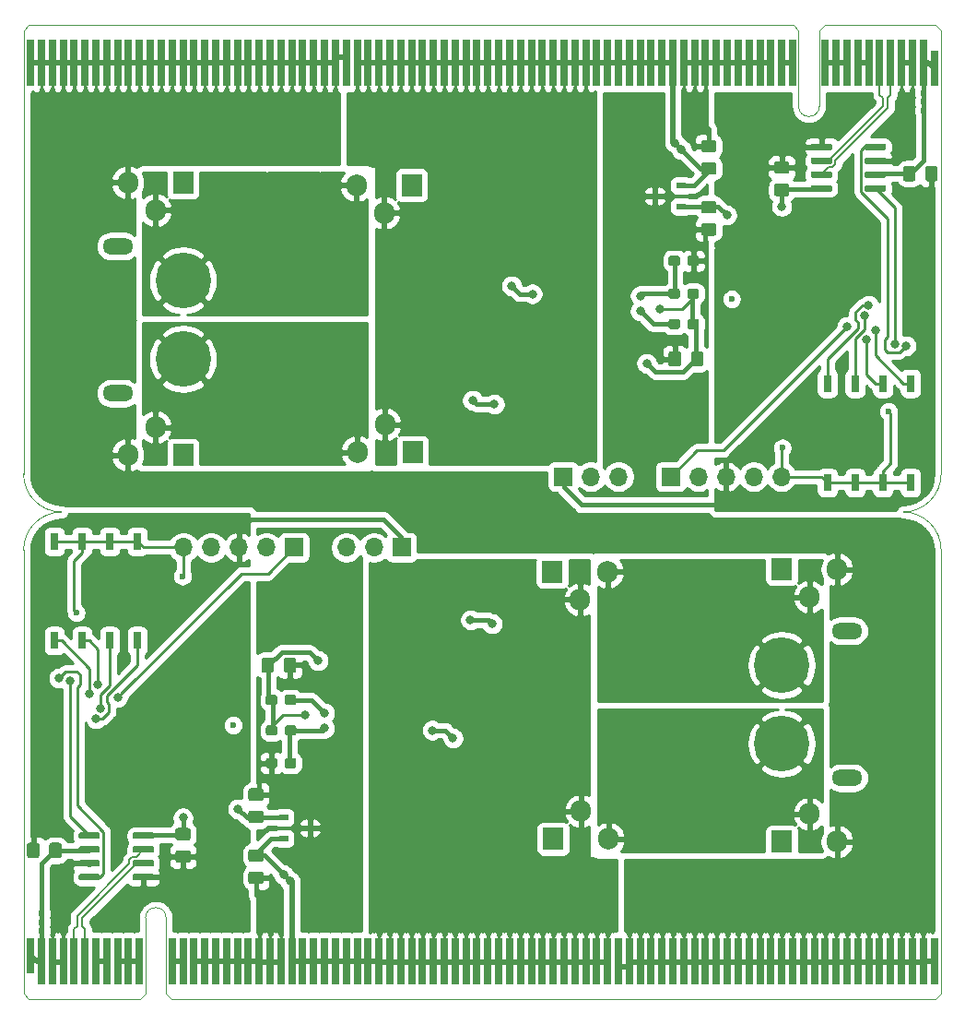
<source format=gbl>
G04 #@! TF.GenerationSoftware,KiCad,Pcbnew,(5.1.5)-3*
G04 #@! TF.CreationDate,2020-02-02T14:12:42+09:00*
G04 #@! TF.ProjectId,CAN_H-Bridge_Solo_MD_fin,43414e5f-482d-4427-9269-6467655f536f,rev?*
G04 #@! TF.SameCoordinates,Original*
G04 #@! TF.FileFunction,Copper,L2,Bot*
G04 #@! TF.FilePolarity,Positive*
%FSLAX46Y46*%
G04 Gerber Fmt 4.6, Leading zero omitted, Abs format (unit mm)*
G04 Created by KiCad (PCBNEW (5.1.5)-3) date 2020-02-02 14:12:42*
%MOMM*%
%LPD*%
G04 APERTURE LIST*
%ADD10C,0.100000*%
%ADD11O,2.800000X1.500000*%
%ADD12C,5.100000*%
%ADD13O,1.905000X2.000000*%
%ADD14R,1.905000X2.000000*%
%ADD15R,0.800000X1.600000*%
%ADD16O,1.700000X1.700000*%
%ADD17R,1.700000X1.700000*%
%ADD18R,0.850000X0.600000*%
%ADD19R,0.700000X4.300000*%
%ADD20R,0.700000X3.200000*%
%ADD21C,0.600000*%
%ADD22C,0.800000*%
%ADD23C,0.400000*%
%ADD24C,0.500000*%
%ADD25C,0.250000*%
%ADD26C,0.200000*%
%ADD27C,0.254000*%
%ADD28C,0.300000*%
%ADD29C,0.350000*%
%ADD30O,2.200000X1.000000*%
G04 APERTURE END LIST*
D10*
X189650000Y-75450000D02*
X189650000Y-108250000D01*
X108850000Y-111750000D02*
G75*
G02X105350000Y-108250000I0J3500000D01*
G01*
X105350000Y-108250000D02*
X105350000Y-75450000D01*
X189650000Y-108250000D02*
G75*
G02X186150000Y-111750000I-3500000J0D01*
G01*
X105350000Y-148050000D02*
X105350000Y-115250000D01*
X189650000Y-115250000D02*
X189650000Y-148050000D01*
X186150000Y-111750000D02*
G75*
G02X189650000Y-115250000I0J-3500000D01*
G01*
X105350000Y-115250000D02*
G75*
G02X108850000Y-111750000I3500000J0D01*
G01*
X178450000Y-74500000D02*
X178450000Y-67550000D01*
X176550000Y-74500000D02*
X176550000Y-67550000D01*
X189650000Y-75450000D02*
X189650000Y-67550000D01*
X189150000Y-67050000D02*
X178950000Y-67050000D01*
X105350000Y-75450000D02*
X105350000Y-67550000D01*
X176050000Y-67050000D02*
X105850000Y-67050000D01*
X189650000Y-67550000D02*
X189150000Y-67050000D01*
X178450000Y-67550000D02*
X178950000Y-67050000D01*
X176550000Y-67550000D02*
X176050000Y-67050000D01*
X105350000Y-67550000D02*
X105850000Y-67050000D01*
X178450000Y-74500000D02*
G75*
G02X176550000Y-74500000I-950000J0D01*
G01*
X116550000Y-149000000D02*
X116550000Y-155950000D01*
X118450000Y-149000000D02*
X118450000Y-155950000D01*
X105350000Y-148050000D02*
X105350000Y-155950000D01*
X105850000Y-156450000D02*
X116050000Y-156450000D01*
X189650000Y-148050000D02*
X189650000Y-155950000D01*
X118950000Y-156450000D02*
X189150000Y-156450000D01*
X105350000Y-155950000D02*
X105850000Y-156450000D01*
X116550000Y-155950000D02*
X116050000Y-156450000D01*
X118450000Y-155950000D02*
X118950000Y-156450000D01*
X189650000Y-155950000D02*
X189150000Y-156450000D01*
X116550000Y-149000000D02*
G75*
G02X118450000Y-149000000I950000J0D01*
G01*
G04 #@! TA.AperFunction,SMDPad,CuDef*
G36*
X179489703Y-77930722D02*
G01*
X179504264Y-77932882D01*
X179518543Y-77936459D01*
X179532403Y-77941418D01*
X179545710Y-77947712D01*
X179558336Y-77955280D01*
X179570159Y-77964048D01*
X179581066Y-77973934D01*
X179590952Y-77984841D01*
X179599720Y-77996664D01*
X179607288Y-78009290D01*
X179613582Y-78022597D01*
X179618541Y-78036457D01*
X179622118Y-78050736D01*
X179624278Y-78065297D01*
X179625000Y-78080000D01*
X179625000Y-78380000D01*
X179624278Y-78394703D01*
X179622118Y-78409264D01*
X179618541Y-78423543D01*
X179613582Y-78437403D01*
X179607288Y-78450710D01*
X179599720Y-78463336D01*
X179590952Y-78475159D01*
X179581066Y-78486066D01*
X179570159Y-78495952D01*
X179558336Y-78504720D01*
X179545710Y-78512288D01*
X179532403Y-78518582D01*
X179518543Y-78523541D01*
X179504264Y-78527118D01*
X179489703Y-78529278D01*
X179475000Y-78530000D01*
X177825000Y-78530000D01*
X177810297Y-78529278D01*
X177795736Y-78527118D01*
X177781457Y-78523541D01*
X177767597Y-78518582D01*
X177754290Y-78512288D01*
X177741664Y-78504720D01*
X177729841Y-78495952D01*
X177718934Y-78486066D01*
X177709048Y-78475159D01*
X177700280Y-78463336D01*
X177692712Y-78450710D01*
X177686418Y-78437403D01*
X177681459Y-78423543D01*
X177677882Y-78409264D01*
X177675722Y-78394703D01*
X177675000Y-78380000D01*
X177675000Y-78080000D01*
X177675722Y-78065297D01*
X177677882Y-78050736D01*
X177681459Y-78036457D01*
X177686418Y-78022597D01*
X177692712Y-78009290D01*
X177700280Y-77996664D01*
X177709048Y-77984841D01*
X177718934Y-77973934D01*
X177729841Y-77964048D01*
X177741664Y-77955280D01*
X177754290Y-77947712D01*
X177767597Y-77941418D01*
X177781457Y-77936459D01*
X177795736Y-77932882D01*
X177810297Y-77930722D01*
X177825000Y-77930000D01*
X179475000Y-77930000D01*
X179489703Y-77930722D01*
G37*
G04 #@! TD.AperFunction*
G04 #@! TA.AperFunction,SMDPad,CuDef*
G36*
X179489703Y-79200722D02*
G01*
X179504264Y-79202882D01*
X179518543Y-79206459D01*
X179532403Y-79211418D01*
X179545710Y-79217712D01*
X179558336Y-79225280D01*
X179570159Y-79234048D01*
X179581066Y-79243934D01*
X179590952Y-79254841D01*
X179599720Y-79266664D01*
X179607288Y-79279290D01*
X179613582Y-79292597D01*
X179618541Y-79306457D01*
X179622118Y-79320736D01*
X179624278Y-79335297D01*
X179625000Y-79350000D01*
X179625000Y-79650000D01*
X179624278Y-79664703D01*
X179622118Y-79679264D01*
X179618541Y-79693543D01*
X179613582Y-79707403D01*
X179607288Y-79720710D01*
X179599720Y-79733336D01*
X179590952Y-79745159D01*
X179581066Y-79756066D01*
X179570159Y-79765952D01*
X179558336Y-79774720D01*
X179545710Y-79782288D01*
X179532403Y-79788582D01*
X179518543Y-79793541D01*
X179504264Y-79797118D01*
X179489703Y-79799278D01*
X179475000Y-79800000D01*
X177825000Y-79800000D01*
X177810297Y-79799278D01*
X177795736Y-79797118D01*
X177781457Y-79793541D01*
X177767597Y-79788582D01*
X177754290Y-79782288D01*
X177741664Y-79774720D01*
X177729841Y-79765952D01*
X177718934Y-79756066D01*
X177709048Y-79745159D01*
X177700280Y-79733336D01*
X177692712Y-79720710D01*
X177686418Y-79707403D01*
X177681459Y-79693543D01*
X177677882Y-79679264D01*
X177675722Y-79664703D01*
X177675000Y-79650000D01*
X177675000Y-79350000D01*
X177675722Y-79335297D01*
X177677882Y-79320736D01*
X177681459Y-79306457D01*
X177686418Y-79292597D01*
X177692712Y-79279290D01*
X177700280Y-79266664D01*
X177709048Y-79254841D01*
X177718934Y-79243934D01*
X177729841Y-79234048D01*
X177741664Y-79225280D01*
X177754290Y-79217712D01*
X177767597Y-79211418D01*
X177781457Y-79206459D01*
X177795736Y-79202882D01*
X177810297Y-79200722D01*
X177825000Y-79200000D01*
X179475000Y-79200000D01*
X179489703Y-79200722D01*
G37*
G04 #@! TD.AperFunction*
G04 #@! TA.AperFunction,SMDPad,CuDef*
G36*
X179489703Y-80470722D02*
G01*
X179504264Y-80472882D01*
X179518543Y-80476459D01*
X179532403Y-80481418D01*
X179545710Y-80487712D01*
X179558336Y-80495280D01*
X179570159Y-80504048D01*
X179581066Y-80513934D01*
X179590952Y-80524841D01*
X179599720Y-80536664D01*
X179607288Y-80549290D01*
X179613582Y-80562597D01*
X179618541Y-80576457D01*
X179622118Y-80590736D01*
X179624278Y-80605297D01*
X179625000Y-80620000D01*
X179625000Y-80920000D01*
X179624278Y-80934703D01*
X179622118Y-80949264D01*
X179618541Y-80963543D01*
X179613582Y-80977403D01*
X179607288Y-80990710D01*
X179599720Y-81003336D01*
X179590952Y-81015159D01*
X179581066Y-81026066D01*
X179570159Y-81035952D01*
X179558336Y-81044720D01*
X179545710Y-81052288D01*
X179532403Y-81058582D01*
X179518543Y-81063541D01*
X179504264Y-81067118D01*
X179489703Y-81069278D01*
X179475000Y-81070000D01*
X177825000Y-81070000D01*
X177810297Y-81069278D01*
X177795736Y-81067118D01*
X177781457Y-81063541D01*
X177767597Y-81058582D01*
X177754290Y-81052288D01*
X177741664Y-81044720D01*
X177729841Y-81035952D01*
X177718934Y-81026066D01*
X177709048Y-81015159D01*
X177700280Y-81003336D01*
X177692712Y-80990710D01*
X177686418Y-80977403D01*
X177681459Y-80963543D01*
X177677882Y-80949264D01*
X177675722Y-80934703D01*
X177675000Y-80920000D01*
X177675000Y-80620000D01*
X177675722Y-80605297D01*
X177677882Y-80590736D01*
X177681459Y-80576457D01*
X177686418Y-80562597D01*
X177692712Y-80549290D01*
X177700280Y-80536664D01*
X177709048Y-80524841D01*
X177718934Y-80513934D01*
X177729841Y-80504048D01*
X177741664Y-80495280D01*
X177754290Y-80487712D01*
X177767597Y-80481418D01*
X177781457Y-80476459D01*
X177795736Y-80472882D01*
X177810297Y-80470722D01*
X177825000Y-80470000D01*
X179475000Y-80470000D01*
X179489703Y-80470722D01*
G37*
G04 #@! TD.AperFunction*
G04 #@! TA.AperFunction,SMDPad,CuDef*
G36*
X179489703Y-81740722D02*
G01*
X179504264Y-81742882D01*
X179518543Y-81746459D01*
X179532403Y-81751418D01*
X179545710Y-81757712D01*
X179558336Y-81765280D01*
X179570159Y-81774048D01*
X179581066Y-81783934D01*
X179590952Y-81794841D01*
X179599720Y-81806664D01*
X179607288Y-81819290D01*
X179613582Y-81832597D01*
X179618541Y-81846457D01*
X179622118Y-81860736D01*
X179624278Y-81875297D01*
X179625000Y-81890000D01*
X179625000Y-82190000D01*
X179624278Y-82204703D01*
X179622118Y-82219264D01*
X179618541Y-82233543D01*
X179613582Y-82247403D01*
X179607288Y-82260710D01*
X179599720Y-82273336D01*
X179590952Y-82285159D01*
X179581066Y-82296066D01*
X179570159Y-82305952D01*
X179558336Y-82314720D01*
X179545710Y-82322288D01*
X179532403Y-82328582D01*
X179518543Y-82333541D01*
X179504264Y-82337118D01*
X179489703Y-82339278D01*
X179475000Y-82340000D01*
X177825000Y-82340000D01*
X177810297Y-82339278D01*
X177795736Y-82337118D01*
X177781457Y-82333541D01*
X177767597Y-82328582D01*
X177754290Y-82322288D01*
X177741664Y-82314720D01*
X177729841Y-82305952D01*
X177718934Y-82296066D01*
X177709048Y-82285159D01*
X177700280Y-82273336D01*
X177692712Y-82260710D01*
X177686418Y-82247403D01*
X177681459Y-82233543D01*
X177677882Y-82219264D01*
X177675722Y-82204703D01*
X177675000Y-82190000D01*
X177675000Y-81890000D01*
X177675722Y-81875297D01*
X177677882Y-81860736D01*
X177681459Y-81846457D01*
X177686418Y-81832597D01*
X177692712Y-81819290D01*
X177700280Y-81806664D01*
X177709048Y-81794841D01*
X177718934Y-81783934D01*
X177729841Y-81774048D01*
X177741664Y-81765280D01*
X177754290Y-81757712D01*
X177767597Y-81751418D01*
X177781457Y-81746459D01*
X177795736Y-81742882D01*
X177810297Y-81740722D01*
X177825000Y-81740000D01*
X179475000Y-81740000D01*
X179489703Y-81740722D01*
G37*
G04 #@! TD.AperFunction*
G04 #@! TA.AperFunction,SMDPad,CuDef*
G36*
X184439703Y-81740722D02*
G01*
X184454264Y-81742882D01*
X184468543Y-81746459D01*
X184482403Y-81751418D01*
X184495710Y-81757712D01*
X184508336Y-81765280D01*
X184520159Y-81774048D01*
X184531066Y-81783934D01*
X184540952Y-81794841D01*
X184549720Y-81806664D01*
X184557288Y-81819290D01*
X184563582Y-81832597D01*
X184568541Y-81846457D01*
X184572118Y-81860736D01*
X184574278Y-81875297D01*
X184575000Y-81890000D01*
X184575000Y-82190000D01*
X184574278Y-82204703D01*
X184572118Y-82219264D01*
X184568541Y-82233543D01*
X184563582Y-82247403D01*
X184557288Y-82260710D01*
X184549720Y-82273336D01*
X184540952Y-82285159D01*
X184531066Y-82296066D01*
X184520159Y-82305952D01*
X184508336Y-82314720D01*
X184495710Y-82322288D01*
X184482403Y-82328582D01*
X184468543Y-82333541D01*
X184454264Y-82337118D01*
X184439703Y-82339278D01*
X184425000Y-82340000D01*
X182775000Y-82340000D01*
X182760297Y-82339278D01*
X182745736Y-82337118D01*
X182731457Y-82333541D01*
X182717597Y-82328582D01*
X182704290Y-82322288D01*
X182691664Y-82314720D01*
X182679841Y-82305952D01*
X182668934Y-82296066D01*
X182659048Y-82285159D01*
X182650280Y-82273336D01*
X182642712Y-82260710D01*
X182636418Y-82247403D01*
X182631459Y-82233543D01*
X182627882Y-82219264D01*
X182625722Y-82204703D01*
X182625000Y-82190000D01*
X182625000Y-81890000D01*
X182625722Y-81875297D01*
X182627882Y-81860736D01*
X182631459Y-81846457D01*
X182636418Y-81832597D01*
X182642712Y-81819290D01*
X182650280Y-81806664D01*
X182659048Y-81794841D01*
X182668934Y-81783934D01*
X182679841Y-81774048D01*
X182691664Y-81765280D01*
X182704290Y-81757712D01*
X182717597Y-81751418D01*
X182731457Y-81746459D01*
X182745736Y-81742882D01*
X182760297Y-81740722D01*
X182775000Y-81740000D01*
X184425000Y-81740000D01*
X184439703Y-81740722D01*
G37*
G04 #@! TD.AperFunction*
G04 #@! TA.AperFunction,SMDPad,CuDef*
G36*
X184439703Y-80470722D02*
G01*
X184454264Y-80472882D01*
X184468543Y-80476459D01*
X184482403Y-80481418D01*
X184495710Y-80487712D01*
X184508336Y-80495280D01*
X184520159Y-80504048D01*
X184531066Y-80513934D01*
X184540952Y-80524841D01*
X184549720Y-80536664D01*
X184557288Y-80549290D01*
X184563582Y-80562597D01*
X184568541Y-80576457D01*
X184572118Y-80590736D01*
X184574278Y-80605297D01*
X184575000Y-80620000D01*
X184575000Y-80920000D01*
X184574278Y-80934703D01*
X184572118Y-80949264D01*
X184568541Y-80963543D01*
X184563582Y-80977403D01*
X184557288Y-80990710D01*
X184549720Y-81003336D01*
X184540952Y-81015159D01*
X184531066Y-81026066D01*
X184520159Y-81035952D01*
X184508336Y-81044720D01*
X184495710Y-81052288D01*
X184482403Y-81058582D01*
X184468543Y-81063541D01*
X184454264Y-81067118D01*
X184439703Y-81069278D01*
X184425000Y-81070000D01*
X182775000Y-81070000D01*
X182760297Y-81069278D01*
X182745736Y-81067118D01*
X182731457Y-81063541D01*
X182717597Y-81058582D01*
X182704290Y-81052288D01*
X182691664Y-81044720D01*
X182679841Y-81035952D01*
X182668934Y-81026066D01*
X182659048Y-81015159D01*
X182650280Y-81003336D01*
X182642712Y-80990710D01*
X182636418Y-80977403D01*
X182631459Y-80963543D01*
X182627882Y-80949264D01*
X182625722Y-80934703D01*
X182625000Y-80920000D01*
X182625000Y-80620000D01*
X182625722Y-80605297D01*
X182627882Y-80590736D01*
X182631459Y-80576457D01*
X182636418Y-80562597D01*
X182642712Y-80549290D01*
X182650280Y-80536664D01*
X182659048Y-80524841D01*
X182668934Y-80513934D01*
X182679841Y-80504048D01*
X182691664Y-80495280D01*
X182704290Y-80487712D01*
X182717597Y-80481418D01*
X182731457Y-80476459D01*
X182745736Y-80472882D01*
X182760297Y-80470722D01*
X182775000Y-80470000D01*
X184425000Y-80470000D01*
X184439703Y-80470722D01*
G37*
G04 #@! TD.AperFunction*
G04 #@! TA.AperFunction,SMDPad,CuDef*
G36*
X184439703Y-79200722D02*
G01*
X184454264Y-79202882D01*
X184468543Y-79206459D01*
X184482403Y-79211418D01*
X184495710Y-79217712D01*
X184508336Y-79225280D01*
X184520159Y-79234048D01*
X184531066Y-79243934D01*
X184540952Y-79254841D01*
X184549720Y-79266664D01*
X184557288Y-79279290D01*
X184563582Y-79292597D01*
X184568541Y-79306457D01*
X184572118Y-79320736D01*
X184574278Y-79335297D01*
X184575000Y-79350000D01*
X184575000Y-79650000D01*
X184574278Y-79664703D01*
X184572118Y-79679264D01*
X184568541Y-79693543D01*
X184563582Y-79707403D01*
X184557288Y-79720710D01*
X184549720Y-79733336D01*
X184540952Y-79745159D01*
X184531066Y-79756066D01*
X184520159Y-79765952D01*
X184508336Y-79774720D01*
X184495710Y-79782288D01*
X184482403Y-79788582D01*
X184468543Y-79793541D01*
X184454264Y-79797118D01*
X184439703Y-79799278D01*
X184425000Y-79800000D01*
X182775000Y-79800000D01*
X182760297Y-79799278D01*
X182745736Y-79797118D01*
X182731457Y-79793541D01*
X182717597Y-79788582D01*
X182704290Y-79782288D01*
X182691664Y-79774720D01*
X182679841Y-79765952D01*
X182668934Y-79756066D01*
X182659048Y-79745159D01*
X182650280Y-79733336D01*
X182642712Y-79720710D01*
X182636418Y-79707403D01*
X182631459Y-79693543D01*
X182627882Y-79679264D01*
X182625722Y-79664703D01*
X182625000Y-79650000D01*
X182625000Y-79350000D01*
X182625722Y-79335297D01*
X182627882Y-79320736D01*
X182631459Y-79306457D01*
X182636418Y-79292597D01*
X182642712Y-79279290D01*
X182650280Y-79266664D01*
X182659048Y-79254841D01*
X182668934Y-79243934D01*
X182679841Y-79234048D01*
X182691664Y-79225280D01*
X182704290Y-79217712D01*
X182717597Y-79211418D01*
X182731457Y-79206459D01*
X182745736Y-79202882D01*
X182760297Y-79200722D01*
X182775000Y-79200000D01*
X184425000Y-79200000D01*
X184439703Y-79200722D01*
G37*
G04 #@! TD.AperFunction*
G04 #@! TA.AperFunction,SMDPad,CuDef*
G36*
X184439703Y-77930722D02*
G01*
X184454264Y-77932882D01*
X184468543Y-77936459D01*
X184482403Y-77941418D01*
X184495710Y-77947712D01*
X184508336Y-77955280D01*
X184520159Y-77964048D01*
X184531066Y-77973934D01*
X184540952Y-77984841D01*
X184549720Y-77996664D01*
X184557288Y-78009290D01*
X184563582Y-78022597D01*
X184568541Y-78036457D01*
X184572118Y-78050736D01*
X184574278Y-78065297D01*
X184575000Y-78080000D01*
X184575000Y-78380000D01*
X184574278Y-78394703D01*
X184572118Y-78409264D01*
X184568541Y-78423543D01*
X184563582Y-78437403D01*
X184557288Y-78450710D01*
X184549720Y-78463336D01*
X184540952Y-78475159D01*
X184531066Y-78486066D01*
X184520159Y-78495952D01*
X184508336Y-78504720D01*
X184495710Y-78512288D01*
X184482403Y-78518582D01*
X184468543Y-78523541D01*
X184454264Y-78527118D01*
X184439703Y-78529278D01*
X184425000Y-78530000D01*
X182775000Y-78530000D01*
X182760297Y-78529278D01*
X182745736Y-78527118D01*
X182731457Y-78523541D01*
X182717597Y-78518582D01*
X182704290Y-78512288D01*
X182691664Y-78504720D01*
X182679841Y-78495952D01*
X182668934Y-78486066D01*
X182659048Y-78475159D01*
X182650280Y-78463336D01*
X182642712Y-78450710D01*
X182636418Y-78437403D01*
X182631459Y-78423543D01*
X182627882Y-78409264D01*
X182625722Y-78394703D01*
X182625000Y-78380000D01*
X182625000Y-78080000D01*
X182625722Y-78065297D01*
X182627882Y-78050736D01*
X182631459Y-78036457D01*
X182636418Y-78022597D01*
X182642712Y-78009290D01*
X182650280Y-77996664D01*
X182659048Y-77984841D01*
X182668934Y-77973934D01*
X182679841Y-77964048D01*
X182691664Y-77955280D01*
X182704290Y-77947712D01*
X182717597Y-77941418D01*
X182731457Y-77936459D01*
X182745736Y-77932882D01*
X182760297Y-77930722D01*
X182775000Y-77930000D01*
X184425000Y-77930000D01*
X184439703Y-77930722D01*
G37*
G04 #@! TD.AperFunction*
D11*
X114000000Y-100850000D03*
X114000000Y-87350000D03*
D12*
X120000000Y-97700000D03*
X120000000Y-90500000D03*
D13*
X136000000Y-106250000D03*
X138540000Y-103710000D03*
D14*
X141080000Y-106250000D03*
G04 #@! TA.AperFunction,SMDPad,CuDef*
D10*
G36*
X175474505Y-79563704D02*
G01*
X175498773Y-79567304D01*
X175522572Y-79573265D01*
X175545671Y-79581530D01*
X175567850Y-79592020D01*
X175588893Y-79604632D01*
X175608599Y-79619247D01*
X175626777Y-79635723D01*
X175643253Y-79653901D01*
X175657868Y-79673607D01*
X175670480Y-79694650D01*
X175680970Y-79716829D01*
X175689235Y-79739928D01*
X175695196Y-79763727D01*
X175698796Y-79787995D01*
X175700000Y-79812499D01*
X175700000Y-80462501D01*
X175698796Y-80487005D01*
X175695196Y-80511273D01*
X175689235Y-80535072D01*
X175680970Y-80558171D01*
X175670480Y-80580350D01*
X175657868Y-80601393D01*
X175643253Y-80621099D01*
X175626777Y-80639277D01*
X175608599Y-80655753D01*
X175588893Y-80670368D01*
X175567850Y-80682980D01*
X175545671Y-80693470D01*
X175522572Y-80701735D01*
X175498773Y-80707696D01*
X175474505Y-80711296D01*
X175450001Y-80712500D01*
X174549999Y-80712500D01*
X174525495Y-80711296D01*
X174501227Y-80707696D01*
X174477428Y-80701735D01*
X174454329Y-80693470D01*
X174432150Y-80682980D01*
X174411107Y-80670368D01*
X174391401Y-80655753D01*
X174373223Y-80639277D01*
X174356747Y-80621099D01*
X174342132Y-80601393D01*
X174329520Y-80580350D01*
X174319030Y-80558171D01*
X174310765Y-80535072D01*
X174304804Y-80511273D01*
X174301204Y-80487005D01*
X174300000Y-80462501D01*
X174300000Y-79812499D01*
X174301204Y-79787995D01*
X174304804Y-79763727D01*
X174310765Y-79739928D01*
X174319030Y-79716829D01*
X174329520Y-79694650D01*
X174342132Y-79673607D01*
X174356747Y-79653901D01*
X174373223Y-79635723D01*
X174391401Y-79619247D01*
X174411107Y-79604632D01*
X174432150Y-79592020D01*
X174454329Y-79581530D01*
X174477428Y-79573265D01*
X174501227Y-79567304D01*
X174525495Y-79563704D01*
X174549999Y-79562500D01*
X175450001Y-79562500D01*
X175474505Y-79563704D01*
G37*
G04 #@! TD.AperFunction*
G04 #@! TA.AperFunction,SMDPad,CuDef*
G36*
X175474505Y-81613704D02*
G01*
X175498773Y-81617304D01*
X175522572Y-81623265D01*
X175545671Y-81631530D01*
X175567850Y-81642020D01*
X175588893Y-81654632D01*
X175608599Y-81669247D01*
X175626777Y-81685723D01*
X175643253Y-81703901D01*
X175657868Y-81723607D01*
X175670480Y-81744650D01*
X175680970Y-81766829D01*
X175689235Y-81789928D01*
X175695196Y-81813727D01*
X175698796Y-81837995D01*
X175700000Y-81862499D01*
X175700000Y-82512501D01*
X175698796Y-82537005D01*
X175695196Y-82561273D01*
X175689235Y-82585072D01*
X175680970Y-82608171D01*
X175670480Y-82630350D01*
X175657868Y-82651393D01*
X175643253Y-82671099D01*
X175626777Y-82689277D01*
X175608599Y-82705753D01*
X175588893Y-82720368D01*
X175567850Y-82732980D01*
X175545671Y-82743470D01*
X175522572Y-82751735D01*
X175498773Y-82757696D01*
X175474505Y-82761296D01*
X175450001Y-82762500D01*
X174549999Y-82762500D01*
X174525495Y-82761296D01*
X174501227Y-82757696D01*
X174477428Y-82751735D01*
X174454329Y-82743470D01*
X174432150Y-82732980D01*
X174411107Y-82720368D01*
X174391401Y-82705753D01*
X174373223Y-82689277D01*
X174356747Y-82671099D01*
X174342132Y-82651393D01*
X174329520Y-82630350D01*
X174319030Y-82608171D01*
X174310765Y-82585072D01*
X174304804Y-82561273D01*
X174301204Y-82537005D01*
X174300000Y-82512501D01*
X174300000Y-81862499D01*
X174301204Y-81837995D01*
X174304804Y-81813727D01*
X174310765Y-81789928D01*
X174319030Y-81766829D01*
X174329520Y-81744650D01*
X174342132Y-81723607D01*
X174356747Y-81703901D01*
X174373223Y-81685723D01*
X174391401Y-81669247D01*
X174411107Y-81654632D01*
X174432150Y-81642020D01*
X174454329Y-81631530D01*
X174477428Y-81623265D01*
X174501227Y-81617304D01*
X174525495Y-81613704D01*
X174549999Y-81612500D01*
X175450001Y-81612500D01*
X175474505Y-81613704D01*
G37*
G04 #@! TD.AperFunction*
D15*
X179190000Y-109050000D03*
X181730000Y-109050000D03*
X184270000Y-109050000D03*
X186810000Y-109050000D03*
X186810000Y-99950000D03*
X184270000Y-99950000D03*
X181730000Y-99950000D03*
X179190000Y-99950000D03*
D13*
X135920000Y-81750000D03*
X138460000Y-84290000D03*
D14*
X141000000Y-81750000D03*
G04 #@! TA.AperFunction,SMDPad,CuDef*
D10*
G36*
X189112005Y-80001204D02*
G01*
X189136273Y-80004804D01*
X189160072Y-80010765D01*
X189183171Y-80019030D01*
X189205350Y-80029520D01*
X189226393Y-80042132D01*
X189246099Y-80056747D01*
X189264277Y-80073223D01*
X189280753Y-80091401D01*
X189295368Y-80111107D01*
X189307980Y-80132150D01*
X189318470Y-80154329D01*
X189326735Y-80177428D01*
X189332696Y-80201227D01*
X189336296Y-80225495D01*
X189337500Y-80249999D01*
X189337500Y-81150001D01*
X189336296Y-81174505D01*
X189332696Y-81198773D01*
X189326735Y-81222572D01*
X189318470Y-81245671D01*
X189307980Y-81267850D01*
X189295368Y-81288893D01*
X189280753Y-81308599D01*
X189264277Y-81326777D01*
X189246099Y-81343253D01*
X189226393Y-81357868D01*
X189205350Y-81370480D01*
X189183171Y-81380970D01*
X189160072Y-81389235D01*
X189136273Y-81395196D01*
X189112005Y-81398796D01*
X189087501Y-81400000D01*
X188437499Y-81400000D01*
X188412995Y-81398796D01*
X188388727Y-81395196D01*
X188364928Y-81389235D01*
X188341829Y-81380970D01*
X188319650Y-81370480D01*
X188298607Y-81357868D01*
X188278901Y-81343253D01*
X188260723Y-81326777D01*
X188244247Y-81308599D01*
X188229632Y-81288893D01*
X188217020Y-81267850D01*
X188206530Y-81245671D01*
X188198265Y-81222572D01*
X188192304Y-81198773D01*
X188188704Y-81174505D01*
X188187500Y-81150001D01*
X188187500Y-80249999D01*
X188188704Y-80225495D01*
X188192304Y-80201227D01*
X188198265Y-80177428D01*
X188206530Y-80154329D01*
X188217020Y-80132150D01*
X188229632Y-80111107D01*
X188244247Y-80091401D01*
X188260723Y-80073223D01*
X188278901Y-80056747D01*
X188298607Y-80042132D01*
X188319650Y-80029520D01*
X188341829Y-80019030D01*
X188364928Y-80010765D01*
X188388727Y-80004804D01*
X188412995Y-80001204D01*
X188437499Y-80000000D01*
X189087501Y-80000000D01*
X189112005Y-80001204D01*
G37*
G04 #@! TD.AperFunction*
G04 #@! TA.AperFunction,SMDPad,CuDef*
G36*
X187062005Y-80001204D02*
G01*
X187086273Y-80004804D01*
X187110072Y-80010765D01*
X187133171Y-80019030D01*
X187155350Y-80029520D01*
X187176393Y-80042132D01*
X187196099Y-80056747D01*
X187214277Y-80073223D01*
X187230753Y-80091401D01*
X187245368Y-80111107D01*
X187257980Y-80132150D01*
X187268470Y-80154329D01*
X187276735Y-80177428D01*
X187282696Y-80201227D01*
X187286296Y-80225495D01*
X187287500Y-80249999D01*
X187287500Y-81150001D01*
X187286296Y-81174505D01*
X187282696Y-81198773D01*
X187276735Y-81222572D01*
X187268470Y-81245671D01*
X187257980Y-81267850D01*
X187245368Y-81288893D01*
X187230753Y-81308599D01*
X187214277Y-81326777D01*
X187196099Y-81343253D01*
X187176393Y-81357868D01*
X187155350Y-81370480D01*
X187133171Y-81380970D01*
X187110072Y-81389235D01*
X187086273Y-81395196D01*
X187062005Y-81398796D01*
X187037501Y-81400000D01*
X186387499Y-81400000D01*
X186362995Y-81398796D01*
X186338727Y-81395196D01*
X186314928Y-81389235D01*
X186291829Y-81380970D01*
X186269650Y-81370480D01*
X186248607Y-81357868D01*
X186228901Y-81343253D01*
X186210723Y-81326777D01*
X186194247Y-81308599D01*
X186179632Y-81288893D01*
X186167020Y-81267850D01*
X186156530Y-81245671D01*
X186148265Y-81222572D01*
X186142304Y-81198773D01*
X186138704Y-81174505D01*
X186137500Y-81150001D01*
X186137500Y-80249999D01*
X186138704Y-80225495D01*
X186142304Y-80201227D01*
X186148265Y-80177428D01*
X186156530Y-80154329D01*
X186167020Y-80132150D01*
X186179632Y-80111107D01*
X186194247Y-80091401D01*
X186210723Y-80073223D01*
X186228901Y-80056747D01*
X186248607Y-80042132D01*
X186269650Y-80029520D01*
X186291829Y-80019030D01*
X186314928Y-80010765D01*
X186338727Y-80004804D01*
X186362995Y-80001204D01*
X186387499Y-80000000D01*
X187037501Y-80000000D01*
X187062005Y-80001204D01*
G37*
G04 #@! TD.AperFunction*
D16*
X174960000Y-108500000D03*
X172420000Y-108500000D03*
X169880000Y-108500000D03*
X167340000Y-108500000D03*
D17*
X164800000Y-108500000D03*
D13*
X114920000Y-106500000D03*
X117460000Y-103960000D03*
D14*
X120000000Y-106500000D03*
X120000000Y-81500000D03*
D13*
X117460000Y-84040000D03*
X114920000Y-81500000D03*
D16*
X160000000Y-108500000D03*
X157460000Y-108500000D03*
D17*
X154920000Y-108500000D03*
G04 #@! TA.AperFunction,SMDPad,CuDef*
D10*
G36*
X167574505Y-97001204D02*
G01*
X167598773Y-97004804D01*
X167622572Y-97010765D01*
X167645671Y-97019030D01*
X167667850Y-97029520D01*
X167688893Y-97042132D01*
X167708599Y-97056747D01*
X167726777Y-97073223D01*
X167743253Y-97091401D01*
X167757868Y-97111107D01*
X167770480Y-97132150D01*
X167780970Y-97154329D01*
X167789235Y-97177428D01*
X167795196Y-97201227D01*
X167798796Y-97225495D01*
X167800000Y-97249999D01*
X167800000Y-98150001D01*
X167798796Y-98174505D01*
X167795196Y-98198773D01*
X167789235Y-98222572D01*
X167780970Y-98245671D01*
X167770480Y-98267850D01*
X167757868Y-98288893D01*
X167743253Y-98308599D01*
X167726777Y-98326777D01*
X167708599Y-98343253D01*
X167688893Y-98357868D01*
X167667850Y-98370480D01*
X167645671Y-98380970D01*
X167622572Y-98389235D01*
X167598773Y-98395196D01*
X167574505Y-98398796D01*
X167550001Y-98400000D01*
X166899999Y-98400000D01*
X166875495Y-98398796D01*
X166851227Y-98395196D01*
X166827428Y-98389235D01*
X166804329Y-98380970D01*
X166782150Y-98370480D01*
X166761107Y-98357868D01*
X166741401Y-98343253D01*
X166723223Y-98326777D01*
X166706747Y-98308599D01*
X166692132Y-98288893D01*
X166679520Y-98267850D01*
X166669030Y-98245671D01*
X166660765Y-98222572D01*
X166654804Y-98198773D01*
X166651204Y-98174505D01*
X166650000Y-98150001D01*
X166650000Y-97249999D01*
X166651204Y-97225495D01*
X166654804Y-97201227D01*
X166660765Y-97177428D01*
X166669030Y-97154329D01*
X166679520Y-97132150D01*
X166692132Y-97111107D01*
X166706747Y-97091401D01*
X166723223Y-97073223D01*
X166741401Y-97056747D01*
X166761107Y-97042132D01*
X166782150Y-97029520D01*
X166804329Y-97019030D01*
X166827428Y-97010765D01*
X166851227Y-97004804D01*
X166875495Y-97001204D01*
X166899999Y-97000000D01*
X167550001Y-97000000D01*
X167574505Y-97001204D01*
G37*
G04 #@! TD.AperFunction*
G04 #@! TA.AperFunction,SMDPad,CuDef*
G36*
X165524505Y-97001204D02*
G01*
X165548773Y-97004804D01*
X165572572Y-97010765D01*
X165595671Y-97019030D01*
X165617850Y-97029520D01*
X165638893Y-97042132D01*
X165658599Y-97056747D01*
X165676777Y-97073223D01*
X165693253Y-97091401D01*
X165707868Y-97111107D01*
X165720480Y-97132150D01*
X165730970Y-97154329D01*
X165739235Y-97177428D01*
X165745196Y-97201227D01*
X165748796Y-97225495D01*
X165750000Y-97249999D01*
X165750000Y-98150001D01*
X165748796Y-98174505D01*
X165745196Y-98198773D01*
X165739235Y-98222572D01*
X165730970Y-98245671D01*
X165720480Y-98267850D01*
X165707868Y-98288893D01*
X165693253Y-98308599D01*
X165676777Y-98326777D01*
X165658599Y-98343253D01*
X165638893Y-98357868D01*
X165617850Y-98370480D01*
X165595671Y-98380970D01*
X165572572Y-98389235D01*
X165548773Y-98395196D01*
X165524505Y-98398796D01*
X165500001Y-98400000D01*
X164849999Y-98400000D01*
X164825495Y-98398796D01*
X164801227Y-98395196D01*
X164777428Y-98389235D01*
X164754329Y-98380970D01*
X164732150Y-98370480D01*
X164711107Y-98357868D01*
X164691401Y-98343253D01*
X164673223Y-98326777D01*
X164656747Y-98308599D01*
X164642132Y-98288893D01*
X164629520Y-98267850D01*
X164619030Y-98245671D01*
X164610765Y-98222572D01*
X164604804Y-98198773D01*
X164601204Y-98174505D01*
X164600000Y-98150001D01*
X164600000Y-97249999D01*
X164601204Y-97225495D01*
X164604804Y-97201227D01*
X164610765Y-97177428D01*
X164619030Y-97154329D01*
X164629520Y-97132150D01*
X164642132Y-97111107D01*
X164656747Y-97091401D01*
X164673223Y-97073223D01*
X164691401Y-97056747D01*
X164711107Y-97042132D01*
X164732150Y-97029520D01*
X164754329Y-97019030D01*
X164777428Y-97010765D01*
X164801227Y-97004804D01*
X164825495Y-97001204D01*
X164849999Y-97000000D01*
X165500001Y-97000000D01*
X165524505Y-97001204D01*
G37*
G04 #@! TD.AperFunction*
G04 #@! TA.AperFunction,SMDPad,CuDef*
G36*
X168774505Y-77601204D02*
G01*
X168798773Y-77604804D01*
X168822572Y-77610765D01*
X168845671Y-77619030D01*
X168867850Y-77629520D01*
X168888893Y-77642132D01*
X168908599Y-77656747D01*
X168926777Y-77673223D01*
X168943253Y-77691401D01*
X168957868Y-77711107D01*
X168970480Y-77732150D01*
X168980970Y-77754329D01*
X168989235Y-77777428D01*
X168995196Y-77801227D01*
X168998796Y-77825495D01*
X169000000Y-77849999D01*
X169000000Y-78500001D01*
X168998796Y-78524505D01*
X168995196Y-78548773D01*
X168989235Y-78572572D01*
X168980970Y-78595671D01*
X168970480Y-78617850D01*
X168957868Y-78638893D01*
X168943253Y-78658599D01*
X168926777Y-78676777D01*
X168908599Y-78693253D01*
X168888893Y-78707868D01*
X168867850Y-78720480D01*
X168845671Y-78730970D01*
X168822572Y-78739235D01*
X168798773Y-78745196D01*
X168774505Y-78748796D01*
X168750001Y-78750000D01*
X167849999Y-78750000D01*
X167825495Y-78748796D01*
X167801227Y-78745196D01*
X167777428Y-78739235D01*
X167754329Y-78730970D01*
X167732150Y-78720480D01*
X167711107Y-78707868D01*
X167691401Y-78693253D01*
X167673223Y-78676777D01*
X167656747Y-78658599D01*
X167642132Y-78638893D01*
X167629520Y-78617850D01*
X167619030Y-78595671D01*
X167610765Y-78572572D01*
X167604804Y-78548773D01*
X167601204Y-78524505D01*
X167600000Y-78500001D01*
X167600000Y-77849999D01*
X167601204Y-77825495D01*
X167604804Y-77801227D01*
X167610765Y-77777428D01*
X167619030Y-77754329D01*
X167629520Y-77732150D01*
X167642132Y-77711107D01*
X167656747Y-77691401D01*
X167673223Y-77673223D01*
X167691401Y-77656747D01*
X167711107Y-77642132D01*
X167732150Y-77629520D01*
X167754329Y-77619030D01*
X167777428Y-77610765D01*
X167801227Y-77604804D01*
X167825495Y-77601204D01*
X167849999Y-77600000D01*
X168750001Y-77600000D01*
X168774505Y-77601204D01*
G37*
G04 #@! TD.AperFunction*
G04 #@! TA.AperFunction,SMDPad,CuDef*
G36*
X168774505Y-79651204D02*
G01*
X168798773Y-79654804D01*
X168822572Y-79660765D01*
X168845671Y-79669030D01*
X168867850Y-79679520D01*
X168888893Y-79692132D01*
X168908599Y-79706747D01*
X168926777Y-79723223D01*
X168943253Y-79741401D01*
X168957868Y-79761107D01*
X168970480Y-79782150D01*
X168980970Y-79804329D01*
X168989235Y-79827428D01*
X168995196Y-79851227D01*
X168998796Y-79875495D01*
X169000000Y-79899999D01*
X169000000Y-80550001D01*
X168998796Y-80574505D01*
X168995196Y-80598773D01*
X168989235Y-80622572D01*
X168980970Y-80645671D01*
X168970480Y-80667850D01*
X168957868Y-80688893D01*
X168943253Y-80708599D01*
X168926777Y-80726777D01*
X168908599Y-80743253D01*
X168888893Y-80757868D01*
X168867850Y-80770480D01*
X168845671Y-80780970D01*
X168822572Y-80789235D01*
X168798773Y-80795196D01*
X168774505Y-80798796D01*
X168750001Y-80800000D01*
X167849999Y-80800000D01*
X167825495Y-80798796D01*
X167801227Y-80795196D01*
X167777428Y-80789235D01*
X167754329Y-80780970D01*
X167732150Y-80770480D01*
X167711107Y-80757868D01*
X167691401Y-80743253D01*
X167673223Y-80726777D01*
X167656747Y-80708599D01*
X167642132Y-80688893D01*
X167629520Y-80667850D01*
X167619030Y-80645671D01*
X167610765Y-80622572D01*
X167604804Y-80598773D01*
X167601204Y-80574505D01*
X167600000Y-80550001D01*
X167600000Y-79899999D01*
X167601204Y-79875495D01*
X167604804Y-79851227D01*
X167610765Y-79827428D01*
X167619030Y-79804329D01*
X167629520Y-79782150D01*
X167642132Y-79761107D01*
X167656747Y-79741401D01*
X167673223Y-79723223D01*
X167691401Y-79706747D01*
X167711107Y-79692132D01*
X167732150Y-79679520D01*
X167754329Y-79669030D01*
X167777428Y-79660765D01*
X167801227Y-79654804D01*
X167825495Y-79651204D01*
X167849999Y-79650000D01*
X168750001Y-79650000D01*
X168774505Y-79651204D01*
G37*
G04 #@! TD.AperFunction*
G04 #@! TA.AperFunction,SMDPad,CuDef*
G36*
X165423279Y-91226144D02*
G01*
X165446334Y-91229563D01*
X165468943Y-91235227D01*
X165490887Y-91243079D01*
X165511957Y-91253044D01*
X165531948Y-91265026D01*
X165550668Y-91278910D01*
X165567938Y-91294562D01*
X165583590Y-91311832D01*
X165597474Y-91330552D01*
X165609456Y-91350543D01*
X165619421Y-91371613D01*
X165627273Y-91393557D01*
X165632937Y-91416166D01*
X165636356Y-91439221D01*
X165637500Y-91462500D01*
X165637500Y-91937500D01*
X165636356Y-91960779D01*
X165632937Y-91983834D01*
X165627273Y-92006443D01*
X165619421Y-92028387D01*
X165609456Y-92049457D01*
X165597474Y-92069448D01*
X165583590Y-92088168D01*
X165567938Y-92105438D01*
X165550668Y-92121090D01*
X165531948Y-92134974D01*
X165511957Y-92146956D01*
X165490887Y-92156921D01*
X165468943Y-92164773D01*
X165446334Y-92170437D01*
X165423279Y-92173856D01*
X165400000Y-92175000D01*
X164825000Y-92175000D01*
X164801721Y-92173856D01*
X164778666Y-92170437D01*
X164756057Y-92164773D01*
X164734113Y-92156921D01*
X164713043Y-92146956D01*
X164693052Y-92134974D01*
X164674332Y-92121090D01*
X164657062Y-92105438D01*
X164641410Y-92088168D01*
X164627526Y-92069448D01*
X164615544Y-92049457D01*
X164605579Y-92028387D01*
X164597727Y-92006443D01*
X164592063Y-91983834D01*
X164588644Y-91960779D01*
X164587500Y-91937500D01*
X164587500Y-91462500D01*
X164588644Y-91439221D01*
X164592063Y-91416166D01*
X164597727Y-91393557D01*
X164605579Y-91371613D01*
X164615544Y-91350543D01*
X164627526Y-91330552D01*
X164641410Y-91311832D01*
X164657062Y-91294562D01*
X164674332Y-91278910D01*
X164693052Y-91265026D01*
X164713043Y-91253044D01*
X164734113Y-91243079D01*
X164756057Y-91235227D01*
X164778666Y-91229563D01*
X164801721Y-91226144D01*
X164825000Y-91225000D01*
X165400000Y-91225000D01*
X165423279Y-91226144D01*
G37*
G04 #@! TD.AperFunction*
G04 #@! TA.AperFunction,SMDPad,CuDef*
G36*
X167173279Y-91226144D02*
G01*
X167196334Y-91229563D01*
X167218943Y-91235227D01*
X167240887Y-91243079D01*
X167261957Y-91253044D01*
X167281948Y-91265026D01*
X167300668Y-91278910D01*
X167317938Y-91294562D01*
X167333590Y-91311832D01*
X167347474Y-91330552D01*
X167359456Y-91350543D01*
X167369421Y-91371613D01*
X167377273Y-91393557D01*
X167382937Y-91416166D01*
X167386356Y-91439221D01*
X167387500Y-91462500D01*
X167387500Y-91937500D01*
X167386356Y-91960779D01*
X167382937Y-91983834D01*
X167377273Y-92006443D01*
X167369421Y-92028387D01*
X167359456Y-92049457D01*
X167347474Y-92069448D01*
X167333590Y-92088168D01*
X167317938Y-92105438D01*
X167300668Y-92121090D01*
X167281948Y-92134974D01*
X167261957Y-92146956D01*
X167240887Y-92156921D01*
X167218943Y-92164773D01*
X167196334Y-92170437D01*
X167173279Y-92173856D01*
X167150000Y-92175000D01*
X166575000Y-92175000D01*
X166551721Y-92173856D01*
X166528666Y-92170437D01*
X166506057Y-92164773D01*
X166484113Y-92156921D01*
X166463043Y-92146956D01*
X166443052Y-92134974D01*
X166424332Y-92121090D01*
X166407062Y-92105438D01*
X166391410Y-92088168D01*
X166377526Y-92069448D01*
X166365544Y-92049457D01*
X166355579Y-92028387D01*
X166347727Y-92006443D01*
X166342063Y-91983834D01*
X166338644Y-91960779D01*
X166337500Y-91937500D01*
X166337500Y-91462500D01*
X166338644Y-91439221D01*
X166342063Y-91416166D01*
X166347727Y-91393557D01*
X166355579Y-91371613D01*
X166365544Y-91350543D01*
X166377526Y-91330552D01*
X166391410Y-91311832D01*
X166407062Y-91294562D01*
X166424332Y-91278910D01*
X166443052Y-91265026D01*
X166463043Y-91253044D01*
X166484113Y-91243079D01*
X166506057Y-91235227D01*
X166528666Y-91229563D01*
X166551721Y-91226144D01*
X166575000Y-91225000D01*
X167150000Y-91225000D01*
X167173279Y-91226144D01*
G37*
G04 #@! TD.AperFunction*
G04 #@! TA.AperFunction,SMDPad,CuDef*
G36*
X165435779Y-94026144D02*
G01*
X165458834Y-94029563D01*
X165481443Y-94035227D01*
X165503387Y-94043079D01*
X165524457Y-94053044D01*
X165544448Y-94065026D01*
X165563168Y-94078910D01*
X165580438Y-94094562D01*
X165596090Y-94111832D01*
X165609974Y-94130552D01*
X165621956Y-94150543D01*
X165631921Y-94171613D01*
X165639773Y-94193557D01*
X165645437Y-94216166D01*
X165648856Y-94239221D01*
X165650000Y-94262500D01*
X165650000Y-94737500D01*
X165648856Y-94760779D01*
X165645437Y-94783834D01*
X165639773Y-94806443D01*
X165631921Y-94828387D01*
X165621956Y-94849457D01*
X165609974Y-94869448D01*
X165596090Y-94888168D01*
X165580438Y-94905438D01*
X165563168Y-94921090D01*
X165544448Y-94934974D01*
X165524457Y-94946956D01*
X165503387Y-94956921D01*
X165481443Y-94964773D01*
X165458834Y-94970437D01*
X165435779Y-94973856D01*
X165412500Y-94975000D01*
X164837500Y-94975000D01*
X164814221Y-94973856D01*
X164791166Y-94970437D01*
X164768557Y-94964773D01*
X164746613Y-94956921D01*
X164725543Y-94946956D01*
X164705552Y-94934974D01*
X164686832Y-94921090D01*
X164669562Y-94905438D01*
X164653910Y-94888168D01*
X164640026Y-94869448D01*
X164628044Y-94849457D01*
X164618079Y-94828387D01*
X164610227Y-94806443D01*
X164604563Y-94783834D01*
X164601144Y-94760779D01*
X164600000Y-94737500D01*
X164600000Y-94262500D01*
X164601144Y-94239221D01*
X164604563Y-94216166D01*
X164610227Y-94193557D01*
X164618079Y-94171613D01*
X164628044Y-94150543D01*
X164640026Y-94130552D01*
X164653910Y-94111832D01*
X164669562Y-94094562D01*
X164686832Y-94078910D01*
X164705552Y-94065026D01*
X164725543Y-94053044D01*
X164746613Y-94043079D01*
X164768557Y-94035227D01*
X164791166Y-94029563D01*
X164814221Y-94026144D01*
X164837500Y-94025000D01*
X165412500Y-94025000D01*
X165435779Y-94026144D01*
G37*
G04 #@! TD.AperFunction*
G04 #@! TA.AperFunction,SMDPad,CuDef*
G36*
X167185779Y-94026144D02*
G01*
X167208834Y-94029563D01*
X167231443Y-94035227D01*
X167253387Y-94043079D01*
X167274457Y-94053044D01*
X167294448Y-94065026D01*
X167313168Y-94078910D01*
X167330438Y-94094562D01*
X167346090Y-94111832D01*
X167359974Y-94130552D01*
X167371956Y-94150543D01*
X167381921Y-94171613D01*
X167389773Y-94193557D01*
X167395437Y-94216166D01*
X167398856Y-94239221D01*
X167400000Y-94262500D01*
X167400000Y-94737500D01*
X167398856Y-94760779D01*
X167395437Y-94783834D01*
X167389773Y-94806443D01*
X167381921Y-94828387D01*
X167371956Y-94849457D01*
X167359974Y-94869448D01*
X167346090Y-94888168D01*
X167330438Y-94905438D01*
X167313168Y-94921090D01*
X167294448Y-94934974D01*
X167274457Y-94946956D01*
X167253387Y-94956921D01*
X167231443Y-94964773D01*
X167208834Y-94970437D01*
X167185779Y-94973856D01*
X167162500Y-94975000D01*
X166587500Y-94975000D01*
X166564221Y-94973856D01*
X166541166Y-94970437D01*
X166518557Y-94964773D01*
X166496613Y-94956921D01*
X166475543Y-94946956D01*
X166455552Y-94934974D01*
X166436832Y-94921090D01*
X166419562Y-94905438D01*
X166403910Y-94888168D01*
X166390026Y-94869448D01*
X166378044Y-94849457D01*
X166368079Y-94828387D01*
X166360227Y-94806443D01*
X166354563Y-94783834D01*
X166351144Y-94760779D01*
X166350000Y-94737500D01*
X166350000Y-94262500D01*
X166351144Y-94239221D01*
X166354563Y-94216166D01*
X166360227Y-94193557D01*
X166368079Y-94171613D01*
X166378044Y-94150543D01*
X166390026Y-94130552D01*
X166403910Y-94111832D01*
X166419562Y-94094562D01*
X166436832Y-94078910D01*
X166455552Y-94065026D01*
X166475543Y-94053044D01*
X166496613Y-94043079D01*
X166518557Y-94035227D01*
X166541166Y-94029563D01*
X166564221Y-94026144D01*
X166587500Y-94025000D01*
X167162500Y-94025000D01*
X167185779Y-94026144D01*
G37*
G04 #@! TD.AperFunction*
G04 #@! TA.AperFunction,SMDPad,CuDef*
G36*
X168774505Y-85251204D02*
G01*
X168798773Y-85254804D01*
X168822572Y-85260765D01*
X168845671Y-85269030D01*
X168867850Y-85279520D01*
X168888893Y-85292132D01*
X168908599Y-85306747D01*
X168926777Y-85323223D01*
X168943253Y-85341401D01*
X168957868Y-85361107D01*
X168970480Y-85382150D01*
X168980970Y-85404329D01*
X168989235Y-85427428D01*
X168995196Y-85451227D01*
X168998796Y-85475495D01*
X169000000Y-85499999D01*
X169000000Y-86150001D01*
X168998796Y-86174505D01*
X168995196Y-86198773D01*
X168989235Y-86222572D01*
X168980970Y-86245671D01*
X168970480Y-86267850D01*
X168957868Y-86288893D01*
X168943253Y-86308599D01*
X168926777Y-86326777D01*
X168908599Y-86343253D01*
X168888893Y-86357868D01*
X168867850Y-86370480D01*
X168845671Y-86380970D01*
X168822572Y-86389235D01*
X168798773Y-86395196D01*
X168774505Y-86398796D01*
X168750001Y-86400000D01*
X167849999Y-86400000D01*
X167825495Y-86398796D01*
X167801227Y-86395196D01*
X167777428Y-86389235D01*
X167754329Y-86380970D01*
X167732150Y-86370480D01*
X167711107Y-86357868D01*
X167691401Y-86343253D01*
X167673223Y-86326777D01*
X167656747Y-86308599D01*
X167642132Y-86288893D01*
X167629520Y-86267850D01*
X167619030Y-86245671D01*
X167610765Y-86222572D01*
X167604804Y-86198773D01*
X167601204Y-86174505D01*
X167600000Y-86150001D01*
X167600000Y-85499999D01*
X167601204Y-85475495D01*
X167604804Y-85451227D01*
X167610765Y-85427428D01*
X167619030Y-85404329D01*
X167629520Y-85382150D01*
X167642132Y-85361107D01*
X167656747Y-85341401D01*
X167673223Y-85323223D01*
X167691401Y-85306747D01*
X167711107Y-85292132D01*
X167732150Y-85279520D01*
X167754329Y-85269030D01*
X167777428Y-85260765D01*
X167801227Y-85254804D01*
X167825495Y-85251204D01*
X167849999Y-85250000D01*
X168750001Y-85250000D01*
X168774505Y-85251204D01*
G37*
G04 #@! TD.AperFunction*
G04 #@! TA.AperFunction,SMDPad,CuDef*
G36*
X168774505Y-83201204D02*
G01*
X168798773Y-83204804D01*
X168822572Y-83210765D01*
X168845671Y-83219030D01*
X168867850Y-83229520D01*
X168888893Y-83242132D01*
X168908599Y-83256747D01*
X168926777Y-83273223D01*
X168943253Y-83291401D01*
X168957868Y-83311107D01*
X168970480Y-83332150D01*
X168980970Y-83354329D01*
X168989235Y-83377428D01*
X168995196Y-83401227D01*
X168998796Y-83425495D01*
X169000000Y-83449999D01*
X169000000Y-84100001D01*
X168998796Y-84124505D01*
X168995196Y-84148773D01*
X168989235Y-84172572D01*
X168980970Y-84195671D01*
X168970480Y-84217850D01*
X168957868Y-84238893D01*
X168943253Y-84258599D01*
X168926777Y-84276777D01*
X168908599Y-84293253D01*
X168888893Y-84307868D01*
X168867850Y-84320480D01*
X168845671Y-84330970D01*
X168822572Y-84339235D01*
X168798773Y-84345196D01*
X168774505Y-84348796D01*
X168750001Y-84350000D01*
X167849999Y-84350000D01*
X167825495Y-84348796D01*
X167801227Y-84345196D01*
X167777428Y-84339235D01*
X167754329Y-84330970D01*
X167732150Y-84320480D01*
X167711107Y-84307868D01*
X167691401Y-84293253D01*
X167673223Y-84276777D01*
X167656747Y-84258599D01*
X167642132Y-84238893D01*
X167629520Y-84217850D01*
X167619030Y-84195671D01*
X167610765Y-84172572D01*
X167604804Y-84148773D01*
X167601204Y-84124505D01*
X167600000Y-84100001D01*
X167600000Y-83449999D01*
X167601204Y-83425495D01*
X167604804Y-83401227D01*
X167610765Y-83377428D01*
X167619030Y-83354329D01*
X167629520Y-83332150D01*
X167642132Y-83311107D01*
X167656747Y-83291401D01*
X167673223Y-83273223D01*
X167691401Y-83256747D01*
X167711107Y-83242132D01*
X167732150Y-83229520D01*
X167754329Y-83219030D01*
X167777428Y-83210765D01*
X167801227Y-83204804D01*
X167825495Y-83201204D01*
X167849999Y-83200000D01*
X168750001Y-83200000D01*
X168774505Y-83201204D01*
G37*
G04 #@! TD.AperFunction*
D18*
X165750000Y-81790000D03*
X165750000Y-83710000D03*
X163350000Y-82750000D03*
G04 #@! TA.AperFunction,SMDPad,CuDef*
D10*
G36*
X167185779Y-88226144D02*
G01*
X167208834Y-88229563D01*
X167231443Y-88235227D01*
X167253387Y-88243079D01*
X167274457Y-88253044D01*
X167294448Y-88265026D01*
X167313168Y-88278910D01*
X167330438Y-88294562D01*
X167346090Y-88311832D01*
X167359974Y-88330552D01*
X167371956Y-88350543D01*
X167381921Y-88371613D01*
X167389773Y-88393557D01*
X167395437Y-88416166D01*
X167398856Y-88439221D01*
X167400000Y-88462500D01*
X167400000Y-88937500D01*
X167398856Y-88960779D01*
X167395437Y-88983834D01*
X167389773Y-89006443D01*
X167381921Y-89028387D01*
X167371956Y-89049457D01*
X167359974Y-89069448D01*
X167346090Y-89088168D01*
X167330438Y-89105438D01*
X167313168Y-89121090D01*
X167294448Y-89134974D01*
X167274457Y-89146956D01*
X167253387Y-89156921D01*
X167231443Y-89164773D01*
X167208834Y-89170437D01*
X167185779Y-89173856D01*
X167162500Y-89175000D01*
X166587500Y-89175000D01*
X166564221Y-89173856D01*
X166541166Y-89170437D01*
X166518557Y-89164773D01*
X166496613Y-89156921D01*
X166475543Y-89146956D01*
X166455552Y-89134974D01*
X166436832Y-89121090D01*
X166419562Y-89105438D01*
X166403910Y-89088168D01*
X166390026Y-89069448D01*
X166378044Y-89049457D01*
X166368079Y-89028387D01*
X166360227Y-89006443D01*
X166354563Y-88983834D01*
X166351144Y-88960779D01*
X166350000Y-88937500D01*
X166350000Y-88462500D01*
X166351144Y-88439221D01*
X166354563Y-88416166D01*
X166360227Y-88393557D01*
X166368079Y-88371613D01*
X166378044Y-88350543D01*
X166390026Y-88330552D01*
X166403910Y-88311832D01*
X166419562Y-88294562D01*
X166436832Y-88278910D01*
X166455552Y-88265026D01*
X166475543Y-88253044D01*
X166496613Y-88243079D01*
X166518557Y-88235227D01*
X166541166Y-88229563D01*
X166564221Y-88226144D01*
X166587500Y-88225000D01*
X167162500Y-88225000D01*
X167185779Y-88226144D01*
G37*
G04 #@! TD.AperFunction*
G04 #@! TA.AperFunction,SMDPad,CuDef*
G36*
X165435779Y-88226144D02*
G01*
X165458834Y-88229563D01*
X165481443Y-88235227D01*
X165503387Y-88243079D01*
X165524457Y-88253044D01*
X165544448Y-88265026D01*
X165563168Y-88278910D01*
X165580438Y-88294562D01*
X165596090Y-88311832D01*
X165609974Y-88330552D01*
X165621956Y-88350543D01*
X165631921Y-88371613D01*
X165639773Y-88393557D01*
X165645437Y-88416166D01*
X165648856Y-88439221D01*
X165650000Y-88462500D01*
X165650000Y-88937500D01*
X165648856Y-88960779D01*
X165645437Y-88983834D01*
X165639773Y-89006443D01*
X165631921Y-89028387D01*
X165621956Y-89049457D01*
X165609974Y-89069448D01*
X165596090Y-89088168D01*
X165580438Y-89105438D01*
X165563168Y-89121090D01*
X165544448Y-89134974D01*
X165524457Y-89146956D01*
X165503387Y-89156921D01*
X165481443Y-89164773D01*
X165458834Y-89170437D01*
X165435779Y-89173856D01*
X165412500Y-89175000D01*
X164837500Y-89175000D01*
X164814221Y-89173856D01*
X164791166Y-89170437D01*
X164768557Y-89164773D01*
X164746613Y-89156921D01*
X164725543Y-89146956D01*
X164705552Y-89134974D01*
X164686832Y-89121090D01*
X164669562Y-89105438D01*
X164653910Y-89088168D01*
X164640026Y-89069448D01*
X164628044Y-89049457D01*
X164618079Y-89028387D01*
X164610227Y-89006443D01*
X164604563Y-88983834D01*
X164601144Y-88960779D01*
X164600000Y-88937500D01*
X164600000Y-88462500D01*
X164601144Y-88439221D01*
X164604563Y-88416166D01*
X164610227Y-88393557D01*
X164618079Y-88371613D01*
X164628044Y-88350543D01*
X164640026Y-88330552D01*
X164653910Y-88311832D01*
X164669562Y-88294562D01*
X164686832Y-88278910D01*
X164705552Y-88265026D01*
X164725543Y-88253044D01*
X164746613Y-88243079D01*
X164768557Y-88235227D01*
X164791166Y-88229563D01*
X164814221Y-88226144D01*
X164837500Y-88225000D01*
X165412500Y-88225000D01*
X165435779Y-88226144D01*
G37*
G04 #@! TD.AperFunction*
D19*
X147000000Y-70500000D03*
X148000000Y-70500000D03*
X149000000Y-70500000D03*
X150000000Y-70500000D03*
X151000000Y-70500000D03*
X152000000Y-70500000D03*
X153000000Y-70500000D03*
X154000000Y-70500000D03*
X155000000Y-70500000D03*
X156000000Y-70500000D03*
X157000000Y-70500000D03*
X158000000Y-70500000D03*
X159000000Y-70500000D03*
X160000000Y-70500000D03*
X161000000Y-70500000D03*
X162000000Y-70500000D03*
X163000000Y-70500000D03*
X164000000Y-70500000D03*
X165000000Y-70500000D03*
X166000000Y-70500000D03*
X167000000Y-70500000D03*
X168000000Y-70500000D03*
X169000000Y-70500000D03*
D20*
X189000000Y-71050000D03*
D19*
X188000000Y-70500000D03*
X187000000Y-70500000D03*
X186000000Y-70500000D03*
X185000000Y-70500000D03*
X184000000Y-70500000D03*
X183000000Y-70500000D03*
X182000000Y-70500000D03*
X181000000Y-70500000D03*
X180000000Y-70500000D03*
X179000000Y-70500000D03*
X174000000Y-70500000D03*
X173000000Y-70500000D03*
X172000000Y-70500000D03*
X171000000Y-70500000D03*
X170000000Y-70500000D03*
X176000000Y-70500000D03*
X175000000Y-70500000D03*
X146000000Y-70500000D03*
X145000000Y-70500000D03*
X144000000Y-70500000D03*
X143000000Y-70500000D03*
X142000000Y-70500000D03*
X141000000Y-70500000D03*
X140000000Y-70500000D03*
X139000000Y-70500000D03*
X138000000Y-70500000D03*
X137000000Y-70500000D03*
X136000000Y-70500000D03*
X135000000Y-70500000D03*
X134000000Y-70500000D03*
X133000000Y-70500000D03*
X132000000Y-70500000D03*
X131000000Y-70500000D03*
X130000000Y-70500000D03*
X129000000Y-70500000D03*
X128000000Y-70500000D03*
X127000000Y-70500000D03*
X126000000Y-70500000D03*
X125000000Y-70500000D03*
X124000000Y-70500000D03*
X123000000Y-70500000D03*
X122000000Y-70500000D03*
X121000000Y-70500000D03*
X120000000Y-70500000D03*
X119000000Y-70500000D03*
X118000000Y-70500000D03*
X117000000Y-70500000D03*
X116000000Y-70500000D03*
X115000000Y-70500000D03*
X114000000Y-70500000D03*
X113000000Y-70500000D03*
X112000000Y-70500000D03*
X111000000Y-70500000D03*
X110000000Y-70500000D03*
X109000000Y-70500000D03*
X108000000Y-70500000D03*
X107000000Y-70500000D03*
X106000000Y-70500000D03*
D16*
X135000000Y-115000000D03*
X137540000Y-115000000D03*
D17*
X140080000Y-115000000D03*
D16*
X120040000Y-115000000D03*
X122580000Y-115000000D03*
X125120000Y-115000000D03*
X127660000Y-115000000D03*
D17*
X130200000Y-115000000D03*
D15*
X115810000Y-114450000D03*
X113270000Y-114450000D03*
X110730000Y-114450000D03*
X108190000Y-114450000D03*
X108190000Y-123550000D03*
X110730000Y-123550000D03*
X113270000Y-123550000D03*
X115810000Y-123550000D03*
G04 #@! TA.AperFunction,SMDPad,CuDef*
D10*
G36*
X117189703Y-144970722D02*
G01*
X117204264Y-144972882D01*
X117218543Y-144976459D01*
X117232403Y-144981418D01*
X117245710Y-144987712D01*
X117258336Y-144995280D01*
X117270159Y-145004048D01*
X117281066Y-145013934D01*
X117290952Y-145024841D01*
X117299720Y-145036664D01*
X117307288Y-145049290D01*
X117313582Y-145062597D01*
X117318541Y-145076457D01*
X117322118Y-145090736D01*
X117324278Y-145105297D01*
X117325000Y-145120000D01*
X117325000Y-145420000D01*
X117324278Y-145434703D01*
X117322118Y-145449264D01*
X117318541Y-145463543D01*
X117313582Y-145477403D01*
X117307288Y-145490710D01*
X117299720Y-145503336D01*
X117290952Y-145515159D01*
X117281066Y-145526066D01*
X117270159Y-145535952D01*
X117258336Y-145544720D01*
X117245710Y-145552288D01*
X117232403Y-145558582D01*
X117218543Y-145563541D01*
X117204264Y-145567118D01*
X117189703Y-145569278D01*
X117175000Y-145570000D01*
X115525000Y-145570000D01*
X115510297Y-145569278D01*
X115495736Y-145567118D01*
X115481457Y-145563541D01*
X115467597Y-145558582D01*
X115454290Y-145552288D01*
X115441664Y-145544720D01*
X115429841Y-145535952D01*
X115418934Y-145526066D01*
X115409048Y-145515159D01*
X115400280Y-145503336D01*
X115392712Y-145490710D01*
X115386418Y-145477403D01*
X115381459Y-145463543D01*
X115377882Y-145449264D01*
X115375722Y-145434703D01*
X115375000Y-145420000D01*
X115375000Y-145120000D01*
X115375722Y-145105297D01*
X115377882Y-145090736D01*
X115381459Y-145076457D01*
X115386418Y-145062597D01*
X115392712Y-145049290D01*
X115400280Y-145036664D01*
X115409048Y-145024841D01*
X115418934Y-145013934D01*
X115429841Y-145004048D01*
X115441664Y-144995280D01*
X115454290Y-144987712D01*
X115467597Y-144981418D01*
X115481457Y-144976459D01*
X115495736Y-144972882D01*
X115510297Y-144970722D01*
X115525000Y-144970000D01*
X117175000Y-144970000D01*
X117189703Y-144970722D01*
G37*
G04 #@! TD.AperFunction*
G04 #@! TA.AperFunction,SMDPad,CuDef*
G36*
X117189703Y-143700722D02*
G01*
X117204264Y-143702882D01*
X117218543Y-143706459D01*
X117232403Y-143711418D01*
X117245710Y-143717712D01*
X117258336Y-143725280D01*
X117270159Y-143734048D01*
X117281066Y-143743934D01*
X117290952Y-143754841D01*
X117299720Y-143766664D01*
X117307288Y-143779290D01*
X117313582Y-143792597D01*
X117318541Y-143806457D01*
X117322118Y-143820736D01*
X117324278Y-143835297D01*
X117325000Y-143850000D01*
X117325000Y-144150000D01*
X117324278Y-144164703D01*
X117322118Y-144179264D01*
X117318541Y-144193543D01*
X117313582Y-144207403D01*
X117307288Y-144220710D01*
X117299720Y-144233336D01*
X117290952Y-144245159D01*
X117281066Y-144256066D01*
X117270159Y-144265952D01*
X117258336Y-144274720D01*
X117245710Y-144282288D01*
X117232403Y-144288582D01*
X117218543Y-144293541D01*
X117204264Y-144297118D01*
X117189703Y-144299278D01*
X117175000Y-144300000D01*
X115525000Y-144300000D01*
X115510297Y-144299278D01*
X115495736Y-144297118D01*
X115481457Y-144293541D01*
X115467597Y-144288582D01*
X115454290Y-144282288D01*
X115441664Y-144274720D01*
X115429841Y-144265952D01*
X115418934Y-144256066D01*
X115409048Y-144245159D01*
X115400280Y-144233336D01*
X115392712Y-144220710D01*
X115386418Y-144207403D01*
X115381459Y-144193543D01*
X115377882Y-144179264D01*
X115375722Y-144164703D01*
X115375000Y-144150000D01*
X115375000Y-143850000D01*
X115375722Y-143835297D01*
X115377882Y-143820736D01*
X115381459Y-143806457D01*
X115386418Y-143792597D01*
X115392712Y-143779290D01*
X115400280Y-143766664D01*
X115409048Y-143754841D01*
X115418934Y-143743934D01*
X115429841Y-143734048D01*
X115441664Y-143725280D01*
X115454290Y-143717712D01*
X115467597Y-143711418D01*
X115481457Y-143706459D01*
X115495736Y-143702882D01*
X115510297Y-143700722D01*
X115525000Y-143700000D01*
X117175000Y-143700000D01*
X117189703Y-143700722D01*
G37*
G04 #@! TD.AperFunction*
G04 #@! TA.AperFunction,SMDPad,CuDef*
G36*
X117189703Y-142430722D02*
G01*
X117204264Y-142432882D01*
X117218543Y-142436459D01*
X117232403Y-142441418D01*
X117245710Y-142447712D01*
X117258336Y-142455280D01*
X117270159Y-142464048D01*
X117281066Y-142473934D01*
X117290952Y-142484841D01*
X117299720Y-142496664D01*
X117307288Y-142509290D01*
X117313582Y-142522597D01*
X117318541Y-142536457D01*
X117322118Y-142550736D01*
X117324278Y-142565297D01*
X117325000Y-142580000D01*
X117325000Y-142880000D01*
X117324278Y-142894703D01*
X117322118Y-142909264D01*
X117318541Y-142923543D01*
X117313582Y-142937403D01*
X117307288Y-142950710D01*
X117299720Y-142963336D01*
X117290952Y-142975159D01*
X117281066Y-142986066D01*
X117270159Y-142995952D01*
X117258336Y-143004720D01*
X117245710Y-143012288D01*
X117232403Y-143018582D01*
X117218543Y-143023541D01*
X117204264Y-143027118D01*
X117189703Y-143029278D01*
X117175000Y-143030000D01*
X115525000Y-143030000D01*
X115510297Y-143029278D01*
X115495736Y-143027118D01*
X115481457Y-143023541D01*
X115467597Y-143018582D01*
X115454290Y-143012288D01*
X115441664Y-143004720D01*
X115429841Y-142995952D01*
X115418934Y-142986066D01*
X115409048Y-142975159D01*
X115400280Y-142963336D01*
X115392712Y-142950710D01*
X115386418Y-142937403D01*
X115381459Y-142923543D01*
X115377882Y-142909264D01*
X115375722Y-142894703D01*
X115375000Y-142880000D01*
X115375000Y-142580000D01*
X115375722Y-142565297D01*
X115377882Y-142550736D01*
X115381459Y-142536457D01*
X115386418Y-142522597D01*
X115392712Y-142509290D01*
X115400280Y-142496664D01*
X115409048Y-142484841D01*
X115418934Y-142473934D01*
X115429841Y-142464048D01*
X115441664Y-142455280D01*
X115454290Y-142447712D01*
X115467597Y-142441418D01*
X115481457Y-142436459D01*
X115495736Y-142432882D01*
X115510297Y-142430722D01*
X115525000Y-142430000D01*
X117175000Y-142430000D01*
X117189703Y-142430722D01*
G37*
G04 #@! TD.AperFunction*
G04 #@! TA.AperFunction,SMDPad,CuDef*
G36*
X117189703Y-141160722D02*
G01*
X117204264Y-141162882D01*
X117218543Y-141166459D01*
X117232403Y-141171418D01*
X117245710Y-141177712D01*
X117258336Y-141185280D01*
X117270159Y-141194048D01*
X117281066Y-141203934D01*
X117290952Y-141214841D01*
X117299720Y-141226664D01*
X117307288Y-141239290D01*
X117313582Y-141252597D01*
X117318541Y-141266457D01*
X117322118Y-141280736D01*
X117324278Y-141295297D01*
X117325000Y-141310000D01*
X117325000Y-141610000D01*
X117324278Y-141624703D01*
X117322118Y-141639264D01*
X117318541Y-141653543D01*
X117313582Y-141667403D01*
X117307288Y-141680710D01*
X117299720Y-141693336D01*
X117290952Y-141705159D01*
X117281066Y-141716066D01*
X117270159Y-141725952D01*
X117258336Y-141734720D01*
X117245710Y-141742288D01*
X117232403Y-141748582D01*
X117218543Y-141753541D01*
X117204264Y-141757118D01*
X117189703Y-141759278D01*
X117175000Y-141760000D01*
X115525000Y-141760000D01*
X115510297Y-141759278D01*
X115495736Y-141757118D01*
X115481457Y-141753541D01*
X115467597Y-141748582D01*
X115454290Y-141742288D01*
X115441664Y-141734720D01*
X115429841Y-141725952D01*
X115418934Y-141716066D01*
X115409048Y-141705159D01*
X115400280Y-141693336D01*
X115392712Y-141680710D01*
X115386418Y-141667403D01*
X115381459Y-141653543D01*
X115377882Y-141639264D01*
X115375722Y-141624703D01*
X115375000Y-141610000D01*
X115375000Y-141310000D01*
X115375722Y-141295297D01*
X115377882Y-141280736D01*
X115381459Y-141266457D01*
X115386418Y-141252597D01*
X115392712Y-141239290D01*
X115400280Y-141226664D01*
X115409048Y-141214841D01*
X115418934Y-141203934D01*
X115429841Y-141194048D01*
X115441664Y-141185280D01*
X115454290Y-141177712D01*
X115467597Y-141171418D01*
X115481457Y-141166459D01*
X115495736Y-141162882D01*
X115510297Y-141160722D01*
X115525000Y-141160000D01*
X117175000Y-141160000D01*
X117189703Y-141160722D01*
G37*
G04 #@! TD.AperFunction*
G04 #@! TA.AperFunction,SMDPad,CuDef*
G36*
X112239703Y-141160722D02*
G01*
X112254264Y-141162882D01*
X112268543Y-141166459D01*
X112282403Y-141171418D01*
X112295710Y-141177712D01*
X112308336Y-141185280D01*
X112320159Y-141194048D01*
X112331066Y-141203934D01*
X112340952Y-141214841D01*
X112349720Y-141226664D01*
X112357288Y-141239290D01*
X112363582Y-141252597D01*
X112368541Y-141266457D01*
X112372118Y-141280736D01*
X112374278Y-141295297D01*
X112375000Y-141310000D01*
X112375000Y-141610000D01*
X112374278Y-141624703D01*
X112372118Y-141639264D01*
X112368541Y-141653543D01*
X112363582Y-141667403D01*
X112357288Y-141680710D01*
X112349720Y-141693336D01*
X112340952Y-141705159D01*
X112331066Y-141716066D01*
X112320159Y-141725952D01*
X112308336Y-141734720D01*
X112295710Y-141742288D01*
X112282403Y-141748582D01*
X112268543Y-141753541D01*
X112254264Y-141757118D01*
X112239703Y-141759278D01*
X112225000Y-141760000D01*
X110575000Y-141760000D01*
X110560297Y-141759278D01*
X110545736Y-141757118D01*
X110531457Y-141753541D01*
X110517597Y-141748582D01*
X110504290Y-141742288D01*
X110491664Y-141734720D01*
X110479841Y-141725952D01*
X110468934Y-141716066D01*
X110459048Y-141705159D01*
X110450280Y-141693336D01*
X110442712Y-141680710D01*
X110436418Y-141667403D01*
X110431459Y-141653543D01*
X110427882Y-141639264D01*
X110425722Y-141624703D01*
X110425000Y-141610000D01*
X110425000Y-141310000D01*
X110425722Y-141295297D01*
X110427882Y-141280736D01*
X110431459Y-141266457D01*
X110436418Y-141252597D01*
X110442712Y-141239290D01*
X110450280Y-141226664D01*
X110459048Y-141214841D01*
X110468934Y-141203934D01*
X110479841Y-141194048D01*
X110491664Y-141185280D01*
X110504290Y-141177712D01*
X110517597Y-141171418D01*
X110531457Y-141166459D01*
X110545736Y-141162882D01*
X110560297Y-141160722D01*
X110575000Y-141160000D01*
X112225000Y-141160000D01*
X112239703Y-141160722D01*
G37*
G04 #@! TD.AperFunction*
G04 #@! TA.AperFunction,SMDPad,CuDef*
G36*
X112239703Y-142430722D02*
G01*
X112254264Y-142432882D01*
X112268543Y-142436459D01*
X112282403Y-142441418D01*
X112295710Y-142447712D01*
X112308336Y-142455280D01*
X112320159Y-142464048D01*
X112331066Y-142473934D01*
X112340952Y-142484841D01*
X112349720Y-142496664D01*
X112357288Y-142509290D01*
X112363582Y-142522597D01*
X112368541Y-142536457D01*
X112372118Y-142550736D01*
X112374278Y-142565297D01*
X112375000Y-142580000D01*
X112375000Y-142880000D01*
X112374278Y-142894703D01*
X112372118Y-142909264D01*
X112368541Y-142923543D01*
X112363582Y-142937403D01*
X112357288Y-142950710D01*
X112349720Y-142963336D01*
X112340952Y-142975159D01*
X112331066Y-142986066D01*
X112320159Y-142995952D01*
X112308336Y-143004720D01*
X112295710Y-143012288D01*
X112282403Y-143018582D01*
X112268543Y-143023541D01*
X112254264Y-143027118D01*
X112239703Y-143029278D01*
X112225000Y-143030000D01*
X110575000Y-143030000D01*
X110560297Y-143029278D01*
X110545736Y-143027118D01*
X110531457Y-143023541D01*
X110517597Y-143018582D01*
X110504290Y-143012288D01*
X110491664Y-143004720D01*
X110479841Y-142995952D01*
X110468934Y-142986066D01*
X110459048Y-142975159D01*
X110450280Y-142963336D01*
X110442712Y-142950710D01*
X110436418Y-142937403D01*
X110431459Y-142923543D01*
X110427882Y-142909264D01*
X110425722Y-142894703D01*
X110425000Y-142880000D01*
X110425000Y-142580000D01*
X110425722Y-142565297D01*
X110427882Y-142550736D01*
X110431459Y-142536457D01*
X110436418Y-142522597D01*
X110442712Y-142509290D01*
X110450280Y-142496664D01*
X110459048Y-142484841D01*
X110468934Y-142473934D01*
X110479841Y-142464048D01*
X110491664Y-142455280D01*
X110504290Y-142447712D01*
X110517597Y-142441418D01*
X110531457Y-142436459D01*
X110545736Y-142432882D01*
X110560297Y-142430722D01*
X110575000Y-142430000D01*
X112225000Y-142430000D01*
X112239703Y-142430722D01*
G37*
G04 #@! TD.AperFunction*
G04 #@! TA.AperFunction,SMDPad,CuDef*
G36*
X112239703Y-143700722D02*
G01*
X112254264Y-143702882D01*
X112268543Y-143706459D01*
X112282403Y-143711418D01*
X112295710Y-143717712D01*
X112308336Y-143725280D01*
X112320159Y-143734048D01*
X112331066Y-143743934D01*
X112340952Y-143754841D01*
X112349720Y-143766664D01*
X112357288Y-143779290D01*
X112363582Y-143792597D01*
X112368541Y-143806457D01*
X112372118Y-143820736D01*
X112374278Y-143835297D01*
X112375000Y-143850000D01*
X112375000Y-144150000D01*
X112374278Y-144164703D01*
X112372118Y-144179264D01*
X112368541Y-144193543D01*
X112363582Y-144207403D01*
X112357288Y-144220710D01*
X112349720Y-144233336D01*
X112340952Y-144245159D01*
X112331066Y-144256066D01*
X112320159Y-144265952D01*
X112308336Y-144274720D01*
X112295710Y-144282288D01*
X112282403Y-144288582D01*
X112268543Y-144293541D01*
X112254264Y-144297118D01*
X112239703Y-144299278D01*
X112225000Y-144300000D01*
X110575000Y-144300000D01*
X110560297Y-144299278D01*
X110545736Y-144297118D01*
X110531457Y-144293541D01*
X110517597Y-144288582D01*
X110504290Y-144282288D01*
X110491664Y-144274720D01*
X110479841Y-144265952D01*
X110468934Y-144256066D01*
X110459048Y-144245159D01*
X110450280Y-144233336D01*
X110442712Y-144220710D01*
X110436418Y-144207403D01*
X110431459Y-144193543D01*
X110427882Y-144179264D01*
X110425722Y-144164703D01*
X110425000Y-144150000D01*
X110425000Y-143850000D01*
X110425722Y-143835297D01*
X110427882Y-143820736D01*
X110431459Y-143806457D01*
X110436418Y-143792597D01*
X110442712Y-143779290D01*
X110450280Y-143766664D01*
X110459048Y-143754841D01*
X110468934Y-143743934D01*
X110479841Y-143734048D01*
X110491664Y-143725280D01*
X110504290Y-143717712D01*
X110517597Y-143711418D01*
X110531457Y-143706459D01*
X110545736Y-143702882D01*
X110560297Y-143700722D01*
X110575000Y-143700000D01*
X112225000Y-143700000D01*
X112239703Y-143700722D01*
G37*
G04 #@! TD.AperFunction*
G04 #@! TA.AperFunction,SMDPad,CuDef*
G36*
X112239703Y-144970722D02*
G01*
X112254264Y-144972882D01*
X112268543Y-144976459D01*
X112282403Y-144981418D01*
X112295710Y-144987712D01*
X112308336Y-144995280D01*
X112320159Y-145004048D01*
X112331066Y-145013934D01*
X112340952Y-145024841D01*
X112349720Y-145036664D01*
X112357288Y-145049290D01*
X112363582Y-145062597D01*
X112368541Y-145076457D01*
X112372118Y-145090736D01*
X112374278Y-145105297D01*
X112375000Y-145120000D01*
X112375000Y-145420000D01*
X112374278Y-145434703D01*
X112372118Y-145449264D01*
X112368541Y-145463543D01*
X112363582Y-145477403D01*
X112357288Y-145490710D01*
X112349720Y-145503336D01*
X112340952Y-145515159D01*
X112331066Y-145526066D01*
X112320159Y-145535952D01*
X112308336Y-145544720D01*
X112295710Y-145552288D01*
X112282403Y-145558582D01*
X112268543Y-145563541D01*
X112254264Y-145567118D01*
X112239703Y-145569278D01*
X112225000Y-145570000D01*
X110575000Y-145570000D01*
X110560297Y-145569278D01*
X110545736Y-145567118D01*
X110531457Y-145563541D01*
X110517597Y-145558582D01*
X110504290Y-145552288D01*
X110491664Y-145544720D01*
X110479841Y-145535952D01*
X110468934Y-145526066D01*
X110459048Y-145515159D01*
X110450280Y-145503336D01*
X110442712Y-145490710D01*
X110436418Y-145477403D01*
X110431459Y-145463543D01*
X110427882Y-145449264D01*
X110425722Y-145434703D01*
X110425000Y-145420000D01*
X110425000Y-145120000D01*
X110425722Y-145105297D01*
X110427882Y-145090736D01*
X110431459Y-145076457D01*
X110436418Y-145062597D01*
X110442712Y-145049290D01*
X110450280Y-145036664D01*
X110459048Y-145024841D01*
X110468934Y-145013934D01*
X110479841Y-145004048D01*
X110491664Y-144995280D01*
X110504290Y-144987712D01*
X110517597Y-144981418D01*
X110531457Y-144976459D01*
X110545736Y-144972882D01*
X110560297Y-144970722D01*
X110575000Y-144970000D01*
X112225000Y-144970000D01*
X112239703Y-144970722D01*
G37*
G04 #@! TD.AperFunction*
D11*
X181000000Y-122650000D03*
X181000000Y-136150000D03*
D12*
X175000000Y-125800000D03*
X175000000Y-133000000D03*
D13*
X159000000Y-117250000D03*
X156460000Y-119790000D03*
D14*
X153920000Y-117250000D03*
D13*
X159080000Y-141750000D03*
X156540000Y-139210000D03*
D14*
X154000000Y-141750000D03*
X175000000Y-142000000D03*
D13*
X177540000Y-139460000D03*
X180080000Y-142000000D03*
X180080000Y-117000000D03*
X177540000Y-119540000D03*
D14*
X175000000Y-117000000D03*
G04 #@! TA.AperFunction,SMDPad,CuDef*
D10*
G36*
X120474505Y-142788704D02*
G01*
X120498773Y-142792304D01*
X120522572Y-142798265D01*
X120545671Y-142806530D01*
X120567850Y-142817020D01*
X120588893Y-142829632D01*
X120608599Y-142844247D01*
X120626777Y-142860723D01*
X120643253Y-142878901D01*
X120657868Y-142898607D01*
X120670480Y-142919650D01*
X120680970Y-142941829D01*
X120689235Y-142964928D01*
X120695196Y-142988727D01*
X120698796Y-143012995D01*
X120700000Y-143037499D01*
X120700000Y-143687501D01*
X120698796Y-143712005D01*
X120695196Y-143736273D01*
X120689235Y-143760072D01*
X120680970Y-143783171D01*
X120670480Y-143805350D01*
X120657868Y-143826393D01*
X120643253Y-143846099D01*
X120626777Y-143864277D01*
X120608599Y-143880753D01*
X120588893Y-143895368D01*
X120567850Y-143907980D01*
X120545671Y-143918470D01*
X120522572Y-143926735D01*
X120498773Y-143932696D01*
X120474505Y-143936296D01*
X120450001Y-143937500D01*
X119549999Y-143937500D01*
X119525495Y-143936296D01*
X119501227Y-143932696D01*
X119477428Y-143926735D01*
X119454329Y-143918470D01*
X119432150Y-143907980D01*
X119411107Y-143895368D01*
X119391401Y-143880753D01*
X119373223Y-143864277D01*
X119356747Y-143846099D01*
X119342132Y-143826393D01*
X119329520Y-143805350D01*
X119319030Y-143783171D01*
X119310765Y-143760072D01*
X119304804Y-143736273D01*
X119301204Y-143712005D01*
X119300000Y-143687501D01*
X119300000Y-143037499D01*
X119301204Y-143012995D01*
X119304804Y-142988727D01*
X119310765Y-142964928D01*
X119319030Y-142941829D01*
X119329520Y-142919650D01*
X119342132Y-142898607D01*
X119356747Y-142878901D01*
X119373223Y-142860723D01*
X119391401Y-142844247D01*
X119411107Y-142829632D01*
X119432150Y-142817020D01*
X119454329Y-142806530D01*
X119477428Y-142798265D01*
X119501227Y-142792304D01*
X119525495Y-142788704D01*
X119549999Y-142787500D01*
X120450001Y-142787500D01*
X120474505Y-142788704D01*
G37*
G04 #@! TD.AperFunction*
G04 #@! TA.AperFunction,SMDPad,CuDef*
G36*
X120474505Y-140738704D02*
G01*
X120498773Y-140742304D01*
X120522572Y-140748265D01*
X120545671Y-140756530D01*
X120567850Y-140767020D01*
X120588893Y-140779632D01*
X120608599Y-140794247D01*
X120626777Y-140810723D01*
X120643253Y-140828901D01*
X120657868Y-140848607D01*
X120670480Y-140869650D01*
X120680970Y-140891829D01*
X120689235Y-140914928D01*
X120695196Y-140938727D01*
X120698796Y-140962995D01*
X120700000Y-140987499D01*
X120700000Y-141637501D01*
X120698796Y-141662005D01*
X120695196Y-141686273D01*
X120689235Y-141710072D01*
X120680970Y-141733171D01*
X120670480Y-141755350D01*
X120657868Y-141776393D01*
X120643253Y-141796099D01*
X120626777Y-141814277D01*
X120608599Y-141830753D01*
X120588893Y-141845368D01*
X120567850Y-141857980D01*
X120545671Y-141868470D01*
X120522572Y-141876735D01*
X120498773Y-141882696D01*
X120474505Y-141886296D01*
X120450001Y-141887500D01*
X119549999Y-141887500D01*
X119525495Y-141886296D01*
X119501227Y-141882696D01*
X119477428Y-141876735D01*
X119454329Y-141868470D01*
X119432150Y-141857980D01*
X119411107Y-141845368D01*
X119391401Y-141830753D01*
X119373223Y-141814277D01*
X119356747Y-141796099D01*
X119342132Y-141776393D01*
X119329520Y-141755350D01*
X119319030Y-141733171D01*
X119310765Y-141710072D01*
X119304804Y-141686273D01*
X119301204Y-141662005D01*
X119300000Y-141637501D01*
X119300000Y-140987499D01*
X119301204Y-140962995D01*
X119304804Y-140938727D01*
X119310765Y-140914928D01*
X119319030Y-140891829D01*
X119329520Y-140869650D01*
X119342132Y-140848607D01*
X119356747Y-140828901D01*
X119373223Y-140810723D01*
X119391401Y-140794247D01*
X119411107Y-140779632D01*
X119432150Y-140767020D01*
X119454329Y-140756530D01*
X119477428Y-140748265D01*
X119501227Y-140742304D01*
X119525495Y-140738704D01*
X119549999Y-140737500D01*
X120450001Y-140737500D01*
X120474505Y-140738704D01*
G37*
G04 #@! TD.AperFunction*
G04 #@! TA.AperFunction,SMDPad,CuDef*
G36*
X106587005Y-142101204D02*
G01*
X106611273Y-142104804D01*
X106635072Y-142110765D01*
X106658171Y-142119030D01*
X106680350Y-142129520D01*
X106701393Y-142142132D01*
X106721099Y-142156747D01*
X106739277Y-142173223D01*
X106755753Y-142191401D01*
X106770368Y-142211107D01*
X106782980Y-142232150D01*
X106793470Y-142254329D01*
X106801735Y-142277428D01*
X106807696Y-142301227D01*
X106811296Y-142325495D01*
X106812500Y-142349999D01*
X106812500Y-143250001D01*
X106811296Y-143274505D01*
X106807696Y-143298773D01*
X106801735Y-143322572D01*
X106793470Y-143345671D01*
X106782980Y-143367850D01*
X106770368Y-143388893D01*
X106755753Y-143408599D01*
X106739277Y-143426777D01*
X106721099Y-143443253D01*
X106701393Y-143457868D01*
X106680350Y-143470480D01*
X106658171Y-143480970D01*
X106635072Y-143489235D01*
X106611273Y-143495196D01*
X106587005Y-143498796D01*
X106562501Y-143500000D01*
X105912499Y-143500000D01*
X105887995Y-143498796D01*
X105863727Y-143495196D01*
X105839928Y-143489235D01*
X105816829Y-143480970D01*
X105794650Y-143470480D01*
X105773607Y-143457868D01*
X105753901Y-143443253D01*
X105735723Y-143426777D01*
X105719247Y-143408599D01*
X105704632Y-143388893D01*
X105692020Y-143367850D01*
X105681530Y-143345671D01*
X105673265Y-143322572D01*
X105667304Y-143298773D01*
X105663704Y-143274505D01*
X105662500Y-143250001D01*
X105662500Y-142349999D01*
X105663704Y-142325495D01*
X105667304Y-142301227D01*
X105673265Y-142277428D01*
X105681530Y-142254329D01*
X105692020Y-142232150D01*
X105704632Y-142211107D01*
X105719247Y-142191401D01*
X105735723Y-142173223D01*
X105753901Y-142156747D01*
X105773607Y-142142132D01*
X105794650Y-142129520D01*
X105816829Y-142119030D01*
X105839928Y-142110765D01*
X105863727Y-142104804D01*
X105887995Y-142101204D01*
X105912499Y-142100000D01*
X106562501Y-142100000D01*
X106587005Y-142101204D01*
G37*
G04 #@! TD.AperFunction*
G04 #@! TA.AperFunction,SMDPad,CuDef*
G36*
X108637005Y-142101204D02*
G01*
X108661273Y-142104804D01*
X108685072Y-142110765D01*
X108708171Y-142119030D01*
X108730350Y-142129520D01*
X108751393Y-142142132D01*
X108771099Y-142156747D01*
X108789277Y-142173223D01*
X108805753Y-142191401D01*
X108820368Y-142211107D01*
X108832980Y-142232150D01*
X108843470Y-142254329D01*
X108851735Y-142277428D01*
X108857696Y-142301227D01*
X108861296Y-142325495D01*
X108862500Y-142349999D01*
X108862500Y-143250001D01*
X108861296Y-143274505D01*
X108857696Y-143298773D01*
X108851735Y-143322572D01*
X108843470Y-143345671D01*
X108832980Y-143367850D01*
X108820368Y-143388893D01*
X108805753Y-143408599D01*
X108789277Y-143426777D01*
X108771099Y-143443253D01*
X108751393Y-143457868D01*
X108730350Y-143470480D01*
X108708171Y-143480970D01*
X108685072Y-143489235D01*
X108661273Y-143495196D01*
X108637005Y-143498796D01*
X108612501Y-143500000D01*
X107962499Y-143500000D01*
X107937995Y-143498796D01*
X107913727Y-143495196D01*
X107889928Y-143489235D01*
X107866829Y-143480970D01*
X107844650Y-143470480D01*
X107823607Y-143457868D01*
X107803901Y-143443253D01*
X107785723Y-143426777D01*
X107769247Y-143408599D01*
X107754632Y-143388893D01*
X107742020Y-143367850D01*
X107731530Y-143345671D01*
X107723265Y-143322572D01*
X107717304Y-143298773D01*
X107713704Y-143274505D01*
X107712500Y-143250001D01*
X107712500Y-142349999D01*
X107713704Y-142325495D01*
X107717304Y-142301227D01*
X107723265Y-142277428D01*
X107731530Y-142254329D01*
X107742020Y-142232150D01*
X107754632Y-142211107D01*
X107769247Y-142191401D01*
X107785723Y-142173223D01*
X107803901Y-142156747D01*
X107823607Y-142142132D01*
X107844650Y-142129520D01*
X107866829Y-142119030D01*
X107889928Y-142110765D01*
X107913727Y-142104804D01*
X107937995Y-142101204D01*
X107962499Y-142100000D01*
X108612501Y-142100000D01*
X108637005Y-142101204D01*
G37*
G04 #@! TD.AperFunction*
G04 #@! TA.AperFunction,SMDPad,CuDef*
G36*
X128124505Y-125101204D02*
G01*
X128148773Y-125104804D01*
X128172572Y-125110765D01*
X128195671Y-125119030D01*
X128217850Y-125129520D01*
X128238893Y-125142132D01*
X128258599Y-125156747D01*
X128276777Y-125173223D01*
X128293253Y-125191401D01*
X128307868Y-125211107D01*
X128320480Y-125232150D01*
X128330970Y-125254329D01*
X128339235Y-125277428D01*
X128345196Y-125301227D01*
X128348796Y-125325495D01*
X128350000Y-125349999D01*
X128350000Y-126250001D01*
X128348796Y-126274505D01*
X128345196Y-126298773D01*
X128339235Y-126322572D01*
X128330970Y-126345671D01*
X128320480Y-126367850D01*
X128307868Y-126388893D01*
X128293253Y-126408599D01*
X128276777Y-126426777D01*
X128258599Y-126443253D01*
X128238893Y-126457868D01*
X128217850Y-126470480D01*
X128195671Y-126480970D01*
X128172572Y-126489235D01*
X128148773Y-126495196D01*
X128124505Y-126498796D01*
X128100001Y-126500000D01*
X127449999Y-126500000D01*
X127425495Y-126498796D01*
X127401227Y-126495196D01*
X127377428Y-126489235D01*
X127354329Y-126480970D01*
X127332150Y-126470480D01*
X127311107Y-126457868D01*
X127291401Y-126443253D01*
X127273223Y-126426777D01*
X127256747Y-126408599D01*
X127242132Y-126388893D01*
X127229520Y-126367850D01*
X127219030Y-126345671D01*
X127210765Y-126322572D01*
X127204804Y-126298773D01*
X127201204Y-126274505D01*
X127200000Y-126250001D01*
X127200000Y-125349999D01*
X127201204Y-125325495D01*
X127204804Y-125301227D01*
X127210765Y-125277428D01*
X127219030Y-125254329D01*
X127229520Y-125232150D01*
X127242132Y-125211107D01*
X127256747Y-125191401D01*
X127273223Y-125173223D01*
X127291401Y-125156747D01*
X127311107Y-125142132D01*
X127332150Y-125129520D01*
X127354329Y-125119030D01*
X127377428Y-125110765D01*
X127401227Y-125104804D01*
X127425495Y-125101204D01*
X127449999Y-125100000D01*
X128100001Y-125100000D01*
X128124505Y-125101204D01*
G37*
G04 #@! TD.AperFunction*
G04 #@! TA.AperFunction,SMDPad,CuDef*
G36*
X130174505Y-125101204D02*
G01*
X130198773Y-125104804D01*
X130222572Y-125110765D01*
X130245671Y-125119030D01*
X130267850Y-125129520D01*
X130288893Y-125142132D01*
X130308599Y-125156747D01*
X130326777Y-125173223D01*
X130343253Y-125191401D01*
X130357868Y-125211107D01*
X130370480Y-125232150D01*
X130380970Y-125254329D01*
X130389235Y-125277428D01*
X130395196Y-125301227D01*
X130398796Y-125325495D01*
X130400000Y-125349999D01*
X130400000Y-126250001D01*
X130398796Y-126274505D01*
X130395196Y-126298773D01*
X130389235Y-126322572D01*
X130380970Y-126345671D01*
X130370480Y-126367850D01*
X130357868Y-126388893D01*
X130343253Y-126408599D01*
X130326777Y-126426777D01*
X130308599Y-126443253D01*
X130288893Y-126457868D01*
X130267850Y-126470480D01*
X130245671Y-126480970D01*
X130222572Y-126489235D01*
X130198773Y-126495196D01*
X130174505Y-126498796D01*
X130150001Y-126500000D01*
X129499999Y-126500000D01*
X129475495Y-126498796D01*
X129451227Y-126495196D01*
X129427428Y-126489235D01*
X129404329Y-126480970D01*
X129382150Y-126470480D01*
X129361107Y-126457868D01*
X129341401Y-126443253D01*
X129323223Y-126426777D01*
X129306747Y-126408599D01*
X129292132Y-126388893D01*
X129279520Y-126367850D01*
X129269030Y-126345671D01*
X129260765Y-126322572D01*
X129254804Y-126298773D01*
X129251204Y-126274505D01*
X129250000Y-126250001D01*
X129250000Y-125349999D01*
X129251204Y-125325495D01*
X129254804Y-125301227D01*
X129260765Y-125277428D01*
X129269030Y-125254329D01*
X129279520Y-125232150D01*
X129292132Y-125211107D01*
X129306747Y-125191401D01*
X129323223Y-125173223D01*
X129341401Y-125156747D01*
X129361107Y-125142132D01*
X129382150Y-125129520D01*
X129404329Y-125119030D01*
X129427428Y-125110765D01*
X129451227Y-125104804D01*
X129475495Y-125101204D01*
X129499999Y-125100000D01*
X130150001Y-125100000D01*
X130174505Y-125101204D01*
G37*
G04 #@! TD.AperFunction*
G04 #@! TA.AperFunction,SMDPad,CuDef*
G36*
X130185779Y-128526144D02*
G01*
X130208834Y-128529563D01*
X130231443Y-128535227D01*
X130253387Y-128543079D01*
X130274457Y-128553044D01*
X130294448Y-128565026D01*
X130313168Y-128578910D01*
X130330438Y-128594562D01*
X130346090Y-128611832D01*
X130359974Y-128630552D01*
X130371956Y-128650543D01*
X130381921Y-128671613D01*
X130389773Y-128693557D01*
X130395437Y-128716166D01*
X130398856Y-128739221D01*
X130400000Y-128762500D01*
X130400000Y-129237500D01*
X130398856Y-129260779D01*
X130395437Y-129283834D01*
X130389773Y-129306443D01*
X130381921Y-129328387D01*
X130371956Y-129349457D01*
X130359974Y-129369448D01*
X130346090Y-129388168D01*
X130330438Y-129405438D01*
X130313168Y-129421090D01*
X130294448Y-129434974D01*
X130274457Y-129446956D01*
X130253387Y-129456921D01*
X130231443Y-129464773D01*
X130208834Y-129470437D01*
X130185779Y-129473856D01*
X130162500Y-129475000D01*
X129587500Y-129475000D01*
X129564221Y-129473856D01*
X129541166Y-129470437D01*
X129518557Y-129464773D01*
X129496613Y-129456921D01*
X129475543Y-129446956D01*
X129455552Y-129434974D01*
X129436832Y-129421090D01*
X129419562Y-129405438D01*
X129403910Y-129388168D01*
X129390026Y-129369448D01*
X129378044Y-129349457D01*
X129368079Y-129328387D01*
X129360227Y-129306443D01*
X129354563Y-129283834D01*
X129351144Y-129260779D01*
X129350000Y-129237500D01*
X129350000Y-128762500D01*
X129351144Y-128739221D01*
X129354563Y-128716166D01*
X129360227Y-128693557D01*
X129368079Y-128671613D01*
X129378044Y-128650543D01*
X129390026Y-128630552D01*
X129403910Y-128611832D01*
X129419562Y-128594562D01*
X129436832Y-128578910D01*
X129455552Y-128565026D01*
X129475543Y-128553044D01*
X129496613Y-128543079D01*
X129518557Y-128535227D01*
X129541166Y-128529563D01*
X129564221Y-128526144D01*
X129587500Y-128525000D01*
X130162500Y-128525000D01*
X130185779Y-128526144D01*
G37*
G04 #@! TD.AperFunction*
G04 #@! TA.AperFunction,SMDPad,CuDef*
G36*
X128435779Y-128526144D02*
G01*
X128458834Y-128529563D01*
X128481443Y-128535227D01*
X128503387Y-128543079D01*
X128524457Y-128553044D01*
X128544448Y-128565026D01*
X128563168Y-128578910D01*
X128580438Y-128594562D01*
X128596090Y-128611832D01*
X128609974Y-128630552D01*
X128621956Y-128650543D01*
X128631921Y-128671613D01*
X128639773Y-128693557D01*
X128645437Y-128716166D01*
X128648856Y-128739221D01*
X128650000Y-128762500D01*
X128650000Y-129237500D01*
X128648856Y-129260779D01*
X128645437Y-129283834D01*
X128639773Y-129306443D01*
X128631921Y-129328387D01*
X128621956Y-129349457D01*
X128609974Y-129369448D01*
X128596090Y-129388168D01*
X128580438Y-129405438D01*
X128563168Y-129421090D01*
X128544448Y-129434974D01*
X128524457Y-129446956D01*
X128503387Y-129456921D01*
X128481443Y-129464773D01*
X128458834Y-129470437D01*
X128435779Y-129473856D01*
X128412500Y-129475000D01*
X127837500Y-129475000D01*
X127814221Y-129473856D01*
X127791166Y-129470437D01*
X127768557Y-129464773D01*
X127746613Y-129456921D01*
X127725543Y-129446956D01*
X127705552Y-129434974D01*
X127686832Y-129421090D01*
X127669562Y-129405438D01*
X127653910Y-129388168D01*
X127640026Y-129369448D01*
X127628044Y-129349457D01*
X127618079Y-129328387D01*
X127610227Y-129306443D01*
X127604563Y-129283834D01*
X127601144Y-129260779D01*
X127600000Y-129237500D01*
X127600000Y-128762500D01*
X127601144Y-128739221D01*
X127604563Y-128716166D01*
X127610227Y-128693557D01*
X127618079Y-128671613D01*
X127628044Y-128650543D01*
X127640026Y-128630552D01*
X127653910Y-128611832D01*
X127669562Y-128594562D01*
X127686832Y-128578910D01*
X127705552Y-128565026D01*
X127725543Y-128553044D01*
X127746613Y-128543079D01*
X127768557Y-128535227D01*
X127791166Y-128529563D01*
X127814221Y-128526144D01*
X127837500Y-128525000D01*
X128412500Y-128525000D01*
X128435779Y-128526144D01*
G37*
G04 #@! TD.AperFunction*
G04 #@! TA.AperFunction,SMDPad,CuDef*
G36*
X130198279Y-131326144D02*
G01*
X130221334Y-131329563D01*
X130243943Y-131335227D01*
X130265887Y-131343079D01*
X130286957Y-131353044D01*
X130306948Y-131365026D01*
X130325668Y-131378910D01*
X130342938Y-131394562D01*
X130358590Y-131411832D01*
X130372474Y-131430552D01*
X130384456Y-131450543D01*
X130394421Y-131471613D01*
X130402273Y-131493557D01*
X130407937Y-131516166D01*
X130411356Y-131539221D01*
X130412500Y-131562500D01*
X130412500Y-132037500D01*
X130411356Y-132060779D01*
X130407937Y-132083834D01*
X130402273Y-132106443D01*
X130394421Y-132128387D01*
X130384456Y-132149457D01*
X130372474Y-132169448D01*
X130358590Y-132188168D01*
X130342938Y-132205438D01*
X130325668Y-132221090D01*
X130306948Y-132234974D01*
X130286957Y-132246956D01*
X130265887Y-132256921D01*
X130243943Y-132264773D01*
X130221334Y-132270437D01*
X130198279Y-132273856D01*
X130175000Y-132275000D01*
X129600000Y-132275000D01*
X129576721Y-132273856D01*
X129553666Y-132270437D01*
X129531057Y-132264773D01*
X129509113Y-132256921D01*
X129488043Y-132246956D01*
X129468052Y-132234974D01*
X129449332Y-132221090D01*
X129432062Y-132205438D01*
X129416410Y-132188168D01*
X129402526Y-132169448D01*
X129390544Y-132149457D01*
X129380579Y-132128387D01*
X129372727Y-132106443D01*
X129367063Y-132083834D01*
X129363644Y-132060779D01*
X129362500Y-132037500D01*
X129362500Y-131562500D01*
X129363644Y-131539221D01*
X129367063Y-131516166D01*
X129372727Y-131493557D01*
X129380579Y-131471613D01*
X129390544Y-131450543D01*
X129402526Y-131430552D01*
X129416410Y-131411832D01*
X129432062Y-131394562D01*
X129449332Y-131378910D01*
X129468052Y-131365026D01*
X129488043Y-131353044D01*
X129509113Y-131343079D01*
X129531057Y-131335227D01*
X129553666Y-131329563D01*
X129576721Y-131326144D01*
X129600000Y-131325000D01*
X130175000Y-131325000D01*
X130198279Y-131326144D01*
G37*
G04 #@! TD.AperFunction*
G04 #@! TA.AperFunction,SMDPad,CuDef*
G36*
X128448279Y-131326144D02*
G01*
X128471334Y-131329563D01*
X128493943Y-131335227D01*
X128515887Y-131343079D01*
X128536957Y-131353044D01*
X128556948Y-131365026D01*
X128575668Y-131378910D01*
X128592938Y-131394562D01*
X128608590Y-131411832D01*
X128622474Y-131430552D01*
X128634456Y-131450543D01*
X128644421Y-131471613D01*
X128652273Y-131493557D01*
X128657937Y-131516166D01*
X128661356Y-131539221D01*
X128662500Y-131562500D01*
X128662500Y-132037500D01*
X128661356Y-132060779D01*
X128657937Y-132083834D01*
X128652273Y-132106443D01*
X128644421Y-132128387D01*
X128634456Y-132149457D01*
X128622474Y-132169448D01*
X128608590Y-132188168D01*
X128592938Y-132205438D01*
X128575668Y-132221090D01*
X128556948Y-132234974D01*
X128536957Y-132246956D01*
X128515887Y-132256921D01*
X128493943Y-132264773D01*
X128471334Y-132270437D01*
X128448279Y-132273856D01*
X128425000Y-132275000D01*
X127850000Y-132275000D01*
X127826721Y-132273856D01*
X127803666Y-132270437D01*
X127781057Y-132264773D01*
X127759113Y-132256921D01*
X127738043Y-132246956D01*
X127718052Y-132234974D01*
X127699332Y-132221090D01*
X127682062Y-132205438D01*
X127666410Y-132188168D01*
X127652526Y-132169448D01*
X127640544Y-132149457D01*
X127630579Y-132128387D01*
X127622727Y-132106443D01*
X127617063Y-132083834D01*
X127613644Y-132060779D01*
X127612500Y-132037500D01*
X127612500Y-131562500D01*
X127613644Y-131539221D01*
X127617063Y-131516166D01*
X127622727Y-131493557D01*
X127630579Y-131471613D01*
X127640544Y-131450543D01*
X127652526Y-131430552D01*
X127666410Y-131411832D01*
X127682062Y-131394562D01*
X127699332Y-131378910D01*
X127718052Y-131365026D01*
X127738043Y-131353044D01*
X127759113Y-131343079D01*
X127781057Y-131335227D01*
X127803666Y-131329563D01*
X127826721Y-131326144D01*
X127850000Y-131325000D01*
X128425000Y-131325000D01*
X128448279Y-131326144D01*
G37*
G04 #@! TD.AperFunction*
G04 #@! TA.AperFunction,SMDPad,CuDef*
G36*
X128435779Y-134326144D02*
G01*
X128458834Y-134329563D01*
X128481443Y-134335227D01*
X128503387Y-134343079D01*
X128524457Y-134353044D01*
X128544448Y-134365026D01*
X128563168Y-134378910D01*
X128580438Y-134394562D01*
X128596090Y-134411832D01*
X128609974Y-134430552D01*
X128621956Y-134450543D01*
X128631921Y-134471613D01*
X128639773Y-134493557D01*
X128645437Y-134516166D01*
X128648856Y-134539221D01*
X128650000Y-134562500D01*
X128650000Y-135037500D01*
X128648856Y-135060779D01*
X128645437Y-135083834D01*
X128639773Y-135106443D01*
X128631921Y-135128387D01*
X128621956Y-135149457D01*
X128609974Y-135169448D01*
X128596090Y-135188168D01*
X128580438Y-135205438D01*
X128563168Y-135221090D01*
X128544448Y-135234974D01*
X128524457Y-135246956D01*
X128503387Y-135256921D01*
X128481443Y-135264773D01*
X128458834Y-135270437D01*
X128435779Y-135273856D01*
X128412500Y-135275000D01*
X127837500Y-135275000D01*
X127814221Y-135273856D01*
X127791166Y-135270437D01*
X127768557Y-135264773D01*
X127746613Y-135256921D01*
X127725543Y-135246956D01*
X127705552Y-135234974D01*
X127686832Y-135221090D01*
X127669562Y-135205438D01*
X127653910Y-135188168D01*
X127640026Y-135169448D01*
X127628044Y-135149457D01*
X127618079Y-135128387D01*
X127610227Y-135106443D01*
X127604563Y-135083834D01*
X127601144Y-135060779D01*
X127600000Y-135037500D01*
X127600000Y-134562500D01*
X127601144Y-134539221D01*
X127604563Y-134516166D01*
X127610227Y-134493557D01*
X127618079Y-134471613D01*
X127628044Y-134450543D01*
X127640026Y-134430552D01*
X127653910Y-134411832D01*
X127669562Y-134394562D01*
X127686832Y-134378910D01*
X127705552Y-134365026D01*
X127725543Y-134353044D01*
X127746613Y-134343079D01*
X127768557Y-134335227D01*
X127791166Y-134329563D01*
X127814221Y-134326144D01*
X127837500Y-134325000D01*
X128412500Y-134325000D01*
X128435779Y-134326144D01*
G37*
G04 #@! TD.AperFunction*
G04 #@! TA.AperFunction,SMDPad,CuDef*
G36*
X130185779Y-134326144D02*
G01*
X130208834Y-134329563D01*
X130231443Y-134335227D01*
X130253387Y-134343079D01*
X130274457Y-134353044D01*
X130294448Y-134365026D01*
X130313168Y-134378910D01*
X130330438Y-134394562D01*
X130346090Y-134411832D01*
X130359974Y-134430552D01*
X130371956Y-134450543D01*
X130381921Y-134471613D01*
X130389773Y-134493557D01*
X130395437Y-134516166D01*
X130398856Y-134539221D01*
X130400000Y-134562500D01*
X130400000Y-135037500D01*
X130398856Y-135060779D01*
X130395437Y-135083834D01*
X130389773Y-135106443D01*
X130381921Y-135128387D01*
X130371956Y-135149457D01*
X130359974Y-135169448D01*
X130346090Y-135188168D01*
X130330438Y-135205438D01*
X130313168Y-135221090D01*
X130294448Y-135234974D01*
X130274457Y-135246956D01*
X130253387Y-135256921D01*
X130231443Y-135264773D01*
X130208834Y-135270437D01*
X130185779Y-135273856D01*
X130162500Y-135275000D01*
X129587500Y-135275000D01*
X129564221Y-135273856D01*
X129541166Y-135270437D01*
X129518557Y-135264773D01*
X129496613Y-135256921D01*
X129475543Y-135246956D01*
X129455552Y-135234974D01*
X129436832Y-135221090D01*
X129419562Y-135205438D01*
X129403910Y-135188168D01*
X129390026Y-135169448D01*
X129378044Y-135149457D01*
X129368079Y-135128387D01*
X129360227Y-135106443D01*
X129354563Y-135083834D01*
X129351144Y-135060779D01*
X129350000Y-135037500D01*
X129350000Y-134562500D01*
X129351144Y-134539221D01*
X129354563Y-134516166D01*
X129360227Y-134493557D01*
X129368079Y-134471613D01*
X129378044Y-134450543D01*
X129390026Y-134430552D01*
X129403910Y-134411832D01*
X129419562Y-134394562D01*
X129436832Y-134378910D01*
X129455552Y-134365026D01*
X129475543Y-134353044D01*
X129496613Y-134343079D01*
X129518557Y-134335227D01*
X129541166Y-134329563D01*
X129564221Y-134326144D01*
X129587500Y-134325000D01*
X130162500Y-134325000D01*
X130185779Y-134326144D01*
G37*
G04 #@! TD.AperFunction*
D19*
X148000000Y-153000000D03*
X147000000Y-153000000D03*
X146000000Y-153000000D03*
X145000000Y-153000000D03*
X144000000Y-153000000D03*
X143000000Y-153000000D03*
X142000000Y-153000000D03*
X141000000Y-153000000D03*
X140000000Y-153000000D03*
X139000000Y-153000000D03*
X138000000Y-153000000D03*
X137000000Y-153000000D03*
X136000000Y-153000000D03*
X135000000Y-153000000D03*
X134000000Y-153000000D03*
X133000000Y-153000000D03*
X132000000Y-153000000D03*
X131000000Y-153000000D03*
X130000000Y-153000000D03*
X129000000Y-153000000D03*
X128000000Y-153000000D03*
X127000000Y-153000000D03*
X126000000Y-153000000D03*
D20*
X106000000Y-152450000D03*
D19*
X107000000Y-153000000D03*
X108000000Y-153000000D03*
X109000000Y-153000000D03*
X110000000Y-153000000D03*
X111000000Y-153000000D03*
X112000000Y-153000000D03*
X113000000Y-153000000D03*
X114000000Y-153000000D03*
X115000000Y-153000000D03*
X116000000Y-153000000D03*
X121000000Y-153000000D03*
X122000000Y-153000000D03*
X123000000Y-153000000D03*
X124000000Y-153000000D03*
X125000000Y-153000000D03*
X119000000Y-153000000D03*
X120000000Y-153000000D03*
X149000000Y-153000000D03*
X150000000Y-153000000D03*
X151000000Y-153000000D03*
X152000000Y-153000000D03*
X153000000Y-153000000D03*
X154000000Y-153000000D03*
X155000000Y-153000000D03*
X156000000Y-153000000D03*
X157000000Y-153000000D03*
X158000000Y-153000000D03*
X159000000Y-153000000D03*
X160000000Y-153000000D03*
X161000000Y-153000000D03*
X162000000Y-153000000D03*
X163000000Y-153000000D03*
X164000000Y-153000000D03*
X165000000Y-153000000D03*
X166000000Y-153000000D03*
X167000000Y-153000000D03*
X168000000Y-153000000D03*
X169000000Y-153000000D03*
X170000000Y-153000000D03*
X171000000Y-153000000D03*
X172000000Y-153000000D03*
X173000000Y-153000000D03*
X174000000Y-153000000D03*
X175000000Y-153000000D03*
X176000000Y-153000000D03*
X177000000Y-153000000D03*
X178000000Y-153000000D03*
X179000000Y-153000000D03*
X180000000Y-153000000D03*
X181000000Y-153000000D03*
X182000000Y-153000000D03*
X183000000Y-153000000D03*
X184000000Y-153000000D03*
X185000000Y-153000000D03*
X186000000Y-153000000D03*
X187000000Y-153000000D03*
X188000000Y-153000000D03*
X189000000Y-153000000D03*
G04 #@! TA.AperFunction,SMDPad,CuDef*
D10*
G36*
X127174505Y-137101204D02*
G01*
X127198773Y-137104804D01*
X127222572Y-137110765D01*
X127245671Y-137119030D01*
X127267850Y-137129520D01*
X127288893Y-137142132D01*
X127308599Y-137156747D01*
X127326777Y-137173223D01*
X127343253Y-137191401D01*
X127357868Y-137211107D01*
X127370480Y-137232150D01*
X127380970Y-137254329D01*
X127389235Y-137277428D01*
X127395196Y-137301227D01*
X127398796Y-137325495D01*
X127400000Y-137349999D01*
X127400000Y-138000001D01*
X127398796Y-138024505D01*
X127395196Y-138048773D01*
X127389235Y-138072572D01*
X127380970Y-138095671D01*
X127370480Y-138117850D01*
X127357868Y-138138893D01*
X127343253Y-138158599D01*
X127326777Y-138176777D01*
X127308599Y-138193253D01*
X127288893Y-138207868D01*
X127267850Y-138220480D01*
X127245671Y-138230970D01*
X127222572Y-138239235D01*
X127198773Y-138245196D01*
X127174505Y-138248796D01*
X127150001Y-138250000D01*
X126249999Y-138250000D01*
X126225495Y-138248796D01*
X126201227Y-138245196D01*
X126177428Y-138239235D01*
X126154329Y-138230970D01*
X126132150Y-138220480D01*
X126111107Y-138207868D01*
X126091401Y-138193253D01*
X126073223Y-138176777D01*
X126056747Y-138158599D01*
X126042132Y-138138893D01*
X126029520Y-138117850D01*
X126019030Y-138095671D01*
X126010765Y-138072572D01*
X126004804Y-138048773D01*
X126001204Y-138024505D01*
X126000000Y-138000001D01*
X126000000Y-137349999D01*
X126001204Y-137325495D01*
X126004804Y-137301227D01*
X126010765Y-137277428D01*
X126019030Y-137254329D01*
X126029520Y-137232150D01*
X126042132Y-137211107D01*
X126056747Y-137191401D01*
X126073223Y-137173223D01*
X126091401Y-137156747D01*
X126111107Y-137142132D01*
X126132150Y-137129520D01*
X126154329Y-137119030D01*
X126177428Y-137110765D01*
X126201227Y-137104804D01*
X126225495Y-137101204D01*
X126249999Y-137100000D01*
X127150001Y-137100000D01*
X127174505Y-137101204D01*
G37*
G04 #@! TD.AperFunction*
G04 #@! TA.AperFunction,SMDPad,CuDef*
G36*
X127174505Y-139151204D02*
G01*
X127198773Y-139154804D01*
X127222572Y-139160765D01*
X127245671Y-139169030D01*
X127267850Y-139179520D01*
X127288893Y-139192132D01*
X127308599Y-139206747D01*
X127326777Y-139223223D01*
X127343253Y-139241401D01*
X127357868Y-139261107D01*
X127370480Y-139282150D01*
X127380970Y-139304329D01*
X127389235Y-139327428D01*
X127395196Y-139351227D01*
X127398796Y-139375495D01*
X127400000Y-139399999D01*
X127400000Y-140050001D01*
X127398796Y-140074505D01*
X127395196Y-140098773D01*
X127389235Y-140122572D01*
X127380970Y-140145671D01*
X127370480Y-140167850D01*
X127357868Y-140188893D01*
X127343253Y-140208599D01*
X127326777Y-140226777D01*
X127308599Y-140243253D01*
X127288893Y-140257868D01*
X127267850Y-140270480D01*
X127245671Y-140280970D01*
X127222572Y-140289235D01*
X127198773Y-140295196D01*
X127174505Y-140298796D01*
X127150001Y-140300000D01*
X126249999Y-140300000D01*
X126225495Y-140298796D01*
X126201227Y-140295196D01*
X126177428Y-140289235D01*
X126154329Y-140280970D01*
X126132150Y-140270480D01*
X126111107Y-140257868D01*
X126091401Y-140243253D01*
X126073223Y-140226777D01*
X126056747Y-140208599D01*
X126042132Y-140188893D01*
X126029520Y-140167850D01*
X126019030Y-140145671D01*
X126010765Y-140122572D01*
X126004804Y-140098773D01*
X126001204Y-140074505D01*
X126000000Y-140050001D01*
X126000000Y-139399999D01*
X126001204Y-139375495D01*
X126004804Y-139351227D01*
X126010765Y-139327428D01*
X126019030Y-139304329D01*
X126029520Y-139282150D01*
X126042132Y-139261107D01*
X126056747Y-139241401D01*
X126073223Y-139223223D01*
X126091401Y-139206747D01*
X126111107Y-139192132D01*
X126132150Y-139179520D01*
X126154329Y-139169030D01*
X126177428Y-139160765D01*
X126201227Y-139154804D01*
X126225495Y-139151204D01*
X126249999Y-139150000D01*
X127150001Y-139150000D01*
X127174505Y-139151204D01*
G37*
G04 #@! TD.AperFunction*
G04 #@! TA.AperFunction,SMDPad,CuDef*
G36*
X127174505Y-144751204D02*
G01*
X127198773Y-144754804D01*
X127222572Y-144760765D01*
X127245671Y-144769030D01*
X127267850Y-144779520D01*
X127288893Y-144792132D01*
X127308599Y-144806747D01*
X127326777Y-144823223D01*
X127343253Y-144841401D01*
X127357868Y-144861107D01*
X127370480Y-144882150D01*
X127380970Y-144904329D01*
X127389235Y-144927428D01*
X127395196Y-144951227D01*
X127398796Y-144975495D01*
X127400000Y-144999999D01*
X127400000Y-145650001D01*
X127398796Y-145674505D01*
X127395196Y-145698773D01*
X127389235Y-145722572D01*
X127380970Y-145745671D01*
X127370480Y-145767850D01*
X127357868Y-145788893D01*
X127343253Y-145808599D01*
X127326777Y-145826777D01*
X127308599Y-145843253D01*
X127288893Y-145857868D01*
X127267850Y-145870480D01*
X127245671Y-145880970D01*
X127222572Y-145889235D01*
X127198773Y-145895196D01*
X127174505Y-145898796D01*
X127150001Y-145900000D01*
X126249999Y-145900000D01*
X126225495Y-145898796D01*
X126201227Y-145895196D01*
X126177428Y-145889235D01*
X126154329Y-145880970D01*
X126132150Y-145870480D01*
X126111107Y-145857868D01*
X126091401Y-145843253D01*
X126073223Y-145826777D01*
X126056747Y-145808599D01*
X126042132Y-145788893D01*
X126029520Y-145767850D01*
X126019030Y-145745671D01*
X126010765Y-145722572D01*
X126004804Y-145698773D01*
X126001204Y-145674505D01*
X126000000Y-145650001D01*
X126000000Y-144999999D01*
X126001204Y-144975495D01*
X126004804Y-144951227D01*
X126010765Y-144927428D01*
X126019030Y-144904329D01*
X126029520Y-144882150D01*
X126042132Y-144861107D01*
X126056747Y-144841401D01*
X126073223Y-144823223D01*
X126091401Y-144806747D01*
X126111107Y-144792132D01*
X126132150Y-144779520D01*
X126154329Y-144769030D01*
X126177428Y-144760765D01*
X126201227Y-144754804D01*
X126225495Y-144751204D01*
X126249999Y-144750000D01*
X127150001Y-144750000D01*
X127174505Y-144751204D01*
G37*
G04 #@! TD.AperFunction*
G04 #@! TA.AperFunction,SMDPad,CuDef*
G36*
X127174505Y-142701204D02*
G01*
X127198773Y-142704804D01*
X127222572Y-142710765D01*
X127245671Y-142719030D01*
X127267850Y-142729520D01*
X127288893Y-142742132D01*
X127308599Y-142756747D01*
X127326777Y-142773223D01*
X127343253Y-142791401D01*
X127357868Y-142811107D01*
X127370480Y-142832150D01*
X127380970Y-142854329D01*
X127389235Y-142877428D01*
X127395196Y-142901227D01*
X127398796Y-142925495D01*
X127400000Y-142949999D01*
X127400000Y-143600001D01*
X127398796Y-143624505D01*
X127395196Y-143648773D01*
X127389235Y-143672572D01*
X127380970Y-143695671D01*
X127370480Y-143717850D01*
X127357868Y-143738893D01*
X127343253Y-143758599D01*
X127326777Y-143776777D01*
X127308599Y-143793253D01*
X127288893Y-143807868D01*
X127267850Y-143820480D01*
X127245671Y-143830970D01*
X127222572Y-143839235D01*
X127198773Y-143845196D01*
X127174505Y-143848796D01*
X127150001Y-143850000D01*
X126249999Y-143850000D01*
X126225495Y-143848796D01*
X126201227Y-143845196D01*
X126177428Y-143839235D01*
X126154329Y-143830970D01*
X126132150Y-143820480D01*
X126111107Y-143807868D01*
X126091401Y-143793253D01*
X126073223Y-143776777D01*
X126056747Y-143758599D01*
X126042132Y-143738893D01*
X126029520Y-143717850D01*
X126019030Y-143695671D01*
X126010765Y-143672572D01*
X126004804Y-143648773D01*
X126001204Y-143624505D01*
X126000000Y-143600001D01*
X126000000Y-142949999D01*
X126001204Y-142925495D01*
X126004804Y-142901227D01*
X126010765Y-142877428D01*
X126019030Y-142854329D01*
X126029520Y-142832150D01*
X126042132Y-142811107D01*
X126056747Y-142791401D01*
X126073223Y-142773223D01*
X126091401Y-142756747D01*
X126111107Y-142742132D01*
X126132150Y-142729520D01*
X126154329Y-142719030D01*
X126177428Y-142710765D01*
X126201227Y-142704804D01*
X126225495Y-142701204D01*
X126249999Y-142700000D01*
X127150001Y-142700000D01*
X127174505Y-142701204D01*
G37*
G04 #@! TD.AperFunction*
D18*
X129250000Y-141710000D03*
X129250000Y-139790000D03*
X131650000Y-140750000D03*
D21*
X119400000Y-127600000D03*
X119600000Y-120700000D03*
X118000000Y-119600000D03*
X112000000Y-121200000D03*
X118600000Y-126000000D03*
X118200000Y-127000000D03*
X111800000Y-116800000D03*
X111800000Y-117600000D03*
X113200000Y-136800000D03*
X114200000Y-148600000D03*
X122000000Y-117800000D03*
X106200000Y-141000000D03*
X109200000Y-149200000D03*
X108400000Y-136600000D03*
X106200000Y-130000000D03*
X107800000Y-131600000D03*
X118200000Y-130600000D03*
X119600000Y-137800000D03*
X117600000Y-114000000D03*
X122000000Y-133000000D03*
X115000000Y-134000000D03*
X119000000Y-134000000D03*
X112000000Y-138000000D03*
X114000000Y-138000000D03*
X107000000Y-137000000D03*
X115000000Y-150000000D03*
X110000000Y-147000000D03*
D22*
X107800000Y-120500000D03*
D21*
X177000000Y-103900000D03*
X176400000Y-97500000D03*
X176800000Y-96500000D03*
X183200000Y-106700000D03*
X175600000Y-95900000D03*
X183200000Y-105900000D03*
X181800000Y-86700000D03*
X180800000Y-74900000D03*
X173000000Y-105700000D03*
X188800000Y-82500000D03*
X185800000Y-74300000D03*
X183000000Y-102300000D03*
X186600000Y-86900000D03*
X175400000Y-102800000D03*
X176800000Y-92900000D03*
X177400000Y-109500000D03*
X185000000Y-76500000D03*
X181000000Y-85500000D03*
X187200000Y-91900000D03*
X180000000Y-89500000D03*
X188800000Y-93500000D03*
D22*
X187200000Y-103000000D03*
D21*
X173000000Y-90500000D03*
X188000000Y-86500000D03*
X175400000Y-85700000D03*
X180000000Y-73500000D03*
X183000000Y-85500000D03*
X176000000Y-89500000D03*
X107000000Y-150200000D03*
X107000000Y-149400000D03*
X107000000Y-148600000D03*
X188000000Y-73300000D03*
X188000000Y-74100000D03*
X188000000Y-74900000D03*
D22*
X120000000Y-139800000D03*
D21*
X110200000Y-121000000D03*
X119950000Y-117650000D03*
D22*
X175000000Y-83700000D03*
D21*
X184800000Y-102500000D03*
X175050000Y-105850000D03*
X132800000Y-113600000D03*
X127200000Y-149600000D03*
X127000000Y-136000000D03*
X128400000Y-149600000D03*
X128400000Y-148400000D03*
X127200000Y-148400000D03*
X127200000Y-147400000D03*
X128400000Y-147400000D03*
X185000000Y-115000000D03*
X185000000Y-120000000D03*
X185000000Y-125000000D03*
X185000000Y-130000000D03*
X185000000Y-135000000D03*
X185000000Y-140000000D03*
X185000000Y-145000000D03*
X185000000Y-150000000D03*
X180000000Y-150000000D03*
X175000000Y-150000000D03*
X170000000Y-150000000D03*
X165000000Y-150000000D03*
X187500000Y-117500000D03*
X187500000Y-122500000D03*
X187500000Y-127500000D03*
X187500000Y-132500000D03*
X187500000Y-137500000D03*
X187500000Y-142500000D03*
X187500000Y-147500000D03*
X182500000Y-147500000D03*
X182500000Y-142500000D03*
X182500000Y-137500000D03*
X182500000Y-132500000D03*
X182500000Y-127500000D03*
X182500000Y-117500000D03*
X180000000Y-115000000D03*
X182500000Y-112500000D03*
X180000000Y-145000000D03*
X177500000Y-147500000D03*
X172500000Y-147500000D03*
X167500000Y-147500000D03*
X162500000Y-147500000D03*
X135000000Y-149000000D03*
X132000000Y-144000000D03*
X133000000Y-115000000D03*
X145000000Y-113000000D03*
X149000000Y-115000000D03*
X142000000Y-115000000D03*
X167300000Y-143800000D03*
X162400000Y-143800000D03*
X171000000Y-114000000D03*
X159000000Y-114000000D03*
X180000000Y-125000000D03*
X180000000Y-130000000D03*
D22*
X134800000Y-134200000D03*
X134800000Y-138600000D03*
X134800000Y-132600000D03*
D21*
X129000000Y-118000000D03*
X130000000Y-121000000D03*
X124600000Y-131300000D03*
X131300000Y-136300000D03*
X131000000Y-132800000D03*
X132300000Y-123300000D03*
X117500000Y-76000000D03*
X107500000Y-91000000D03*
X112500000Y-76000000D03*
X112500000Y-96000000D03*
X112500000Y-91000000D03*
X115000000Y-78500000D03*
X122500000Y-76000000D03*
X110000000Y-93500000D03*
X110000000Y-73500000D03*
X160000000Y-74500000D03*
X163000000Y-79500000D03*
X166600000Y-73900000D03*
X110000000Y-108500000D03*
X167800000Y-76100000D03*
X110000000Y-98500000D03*
X110000000Y-88500000D03*
X115000000Y-73500000D03*
X168000000Y-87500000D03*
X115000000Y-108500000D03*
X127500000Y-76000000D03*
X162000000Y-108500000D03*
X150000000Y-110500000D03*
X107500000Y-76000000D03*
X166600000Y-76100000D03*
X110000000Y-83500000D03*
X120000000Y-73500000D03*
X132500000Y-76000000D03*
X130000000Y-73500000D03*
X110000000Y-103500000D03*
X107500000Y-86000000D03*
X107500000Y-96000000D03*
X110000000Y-78500000D03*
X125000000Y-73500000D03*
X167800000Y-75100000D03*
X107500000Y-81000000D03*
X112500000Y-81000000D03*
X112500000Y-86000000D03*
X112500000Y-106000000D03*
X166600000Y-75100000D03*
X167800000Y-73900000D03*
X107500000Y-106000000D03*
X112500000Y-111000000D03*
X162200000Y-109900000D03*
X107500000Y-101000000D03*
X124000000Y-109500000D03*
X132600000Y-79700000D03*
X115000000Y-93500000D03*
D22*
X160200000Y-89300000D03*
D21*
X146000000Y-108500000D03*
D22*
X160200000Y-84900000D03*
D21*
X162700000Y-100200000D03*
X136000000Y-109500000D03*
X127700000Y-79700000D03*
D22*
X160200000Y-90900000D03*
D21*
X115000000Y-98500000D03*
X153000000Y-108500000D03*
X170400000Y-92200000D03*
X165000000Y-102500000D03*
X164000000Y-90700000D03*
X166000000Y-105500000D03*
X163700000Y-87200000D03*
D22*
X142903448Y-131772063D03*
D21*
X160000000Y-132500000D03*
X160000000Y-137500000D03*
X162500000Y-135000000D03*
X165000000Y-137500000D03*
X162500000Y-140000000D03*
X167500000Y-140000000D03*
X172500000Y-140000000D03*
X170000000Y-142500000D03*
X165000000Y-142500000D03*
X175000000Y-137500000D03*
X165000000Y-132500000D03*
X170000000Y-132500000D03*
X167500000Y-135000000D03*
X170000000Y-137500000D03*
D22*
X144800000Y-132500000D03*
D21*
X125000000Y-91000000D03*
X135000000Y-86000000D03*
X122500000Y-83500000D03*
X127500000Y-83500000D03*
X127500000Y-88500000D03*
X125000000Y-86000000D03*
X132500000Y-83500000D03*
X120000000Y-86000000D03*
X132500000Y-88500000D03*
X130000000Y-81000000D03*
X135000000Y-91000000D03*
X130000000Y-91000000D03*
X125000000Y-81000000D03*
X130000000Y-86000000D03*
D22*
X150200000Y-91000000D03*
X152096552Y-91727937D03*
X148400001Y-122000010D03*
D21*
X160000000Y-127500000D03*
X162500000Y-125000000D03*
X160000000Y-122500000D03*
X162500000Y-120000000D03*
X165000000Y-122500000D03*
X172500000Y-120000000D03*
X170000000Y-117500000D03*
X167500000Y-120000000D03*
X165000000Y-117500000D03*
X167500000Y-125000000D03*
X170000000Y-122500000D03*
X170000000Y-127500000D03*
X165000000Y-127500000D03*
D22*
X146400000Y-121650000D03*
D21*
X132500000Y-103500000D03*
X130000000Y-96000000D03*
X135000000Y-96000000D03*
X127500000Y-98500000D03*
X130000000Y-101000000D03*
X122500000Y-103500000D03*
X125000000Y-106000000D03*
D22*
X148600000Y-101850000D03*
D21*
X127500000Y-103500000D03*
X135000000Y-101000000D03*
X130000000Y-106000000D03*
X125000000Y-101000000D03*
X125000000Y-96000000D03*
D22*
X146599999Y-101499990D03*
D21*
X132500000Y-98500000D03*
D22*
X125050000Y-139000000D03*
X169950000Y-84500000D03*
X133000000Y-131600000D03*
X162000000Y-91900000D03*
X133000000Y-130200000D03*
X162000000Y-93300000D03*
X113989000Y-128781629D03*
X181011000Y-94718371D03*
X112015924Y-130723314D03*
X182984076Y-92776686D03*
X112400000Y-129800000D03*
X182600000Y-93700000D03*
X112189224Y-127585874D03*
X182810776Y-95914126D03*
X111400000Y-128399996D03*
X183600000Y-95100004D03*
X108600000Y-127000000D03*
X186400000Y-96500000D03*
X109617723Y-127200000D03*
X185382277Y-96300000D03*
D21*
X140938000Y-132462000D03*
X140938000Y-133062000D03*
X140938000Y-134300000D03*
X140938000Y-133662000D03*
D22*
X143600000Y-117800000D03*
X144700000Y-117800000D03*
X129225000Y-145025000D03*
X129850000Y-145650000D03*
D21*
X154062000Y-90438000D03*
X154062000Y-89200000D03*
D22*
X151400000Y-105700000D03*
X150300000Y-105700000D03*
D21*
X154062000Y-91038000D03*
X154062000Y-89838000D03*
D22*
X165150000Y-77850000D03*
X165775000Y-78475000D03*
X132400000Y-125400000D03*
X131200000Y-130400000D03*
X163800000Y-93100000D03*
X162600000Y-98100000D03*
D23*
X140000000Y-114920000D02*
X140080000Y-115000000D01*
X125120000Y-113480000D02*
X126200000Y-112400000D01*
X125120000Y-115000000D02*
X125120000Y-113480000D01*
X138400000Y-112400000D02*
X140000000Y-114000000D01*
X126200000Y-112400000D02*
X138400000Y-112400000D01*
X140000000Y-114000000D02*
X140000000Y-114920000D01*
X169880000Y-110020000D02*
X168800000Y-111100000D01*
X169880000Y-108500000D02*
X169880000Y-110020000D01*
X155000000Y-108580000D02*
X154920000Y-108500000D01*
X155000000Y-109500000D02*
X155000000Y-108580000D01*
X156600000Y-111100000D02*
X155000000Y-109500000D01*
X168800000Y-111100000D02*
X156600000Y-111100000D01*
X107000000Y-144000000D02*
X107000000Y-153500000D01*
X108200000Y-142800000D02*
X107000000Y-144000000D01*
X111330000Y-142800000D02*
X111400000Y-142730000D01*
X108200000Y-142800000D02*
X111330000Y-142800000D01*
D24*
X106550000Y-153000000D02*
X106000000Y-152450000D01*
X107000000Y-153000000D02*
X106550000Y-153000000D01*
D23*
X186800000Y-80700000D02*
X188000000Y-79500000D01*
D24*
X188450000Y-70500000D02*
X189000000Y-71050000D01*
X188000000Y-70500000D02*
X188450000Y-70500000D01*
D23*
X183670000Y-80700000D02*
X183600000Y-80770000D01*
X188000000Y-79500000D02*
X188000000Y-70000000D01*
X186800000Y-80700000D02*
X183670000Y-80700000D01*
X120000000Y-141400000D02*
X120000000Y-139800000D01*
X116410000Y-141400000D02*
X116350000Y-141460000D01*
X120000000Y-141400000D02*
X116410000Y-141400000D01*
D25*
X108190000Y-114450000D02*
X115810000Y-114450000D01*
X116360000Y-115000000D02*
X115810000Y-114450000D01*
X120040000Y-115000000D02*
X116360000Y-115000000D01*
X110000000Y-116230000D02*
X110000000Y-120800000D01*
X110730000Y-114450000D02*
X110730000Y-115500000D01*
X110000000Y-120800000D02*
X110200000Y-121000000D01*
X110730000Y-115500000D02*
X110000000Y-116230000D01*
X110200000Y-121000000D02*
X110200000Y-121000000D01*
X120040000Y-117560000D02*
X119950000Y-117650000D01*
X120040000Y-115000000D02*
X120040000Y-117560000D01*
X174960000Y-108500000D02*
X174960000Y-105940000D01*
X178640000Y-108500000D02*
X179190000Y-109050000D01*
X184800000Y-102500000D02*
X184800000Y-102500000D01*
X174960000Y-108500000D02*
X178640000Y-108500000D01*
X185000000Y-107270000D02*
X185000000Y-102700000D01*
D23*
X178590000Y-82100000D02*
X178650000Y-82040000D01*
D25*
X186810000Y-109050000D02*
X179190000Y-109050000D01*
X174960000Y-105940000D02*
X175050000Y-105850000D01*
D23*
X175000000Y-82100000D02*
X175000000Y-83700000D01*
X175000000Y-82100000D02*
X178590000Y-82100000D01*
D25*
X184270000Y-109050000D02*
X184270000Y-108000000D01*
X185000000Y-102700000D02*
X184800000Y-102500000D01*
X184270000Y-108000000D02*
X185000000Y-107270000D01*
D24*
X161000000Y-153500000D02*
X160000000Y-153500000D01*
X127000000Y-153000000D02*
X121000000Y-153000000D01*
X188000000Y-153000000D02*
X189000000Y-153000000D01*
D23*
X126700000Y-146900000D02*
X127200000Y-147400000D01*
X126700000Y-145325000D02*
X126700000Y-146900000D01*
X127000000Y-137375000D02*
X126700000Y-137675000D01*
X127000000Y-136000000D02*
X127000000Y-137375000D01*
D24*
X134000000Y-70000000D02*
X135000000Y-70000000D01*
X168000000Y-70500000D02*
X174000000Y-70500000D01*
X107000000Y-70500000D02*
X106000000Y-70500000D01*
D23*
X168300000Y-76600000D02*
X167800000Y-76100000D01*
X168300000Y-78175000D02*
X168300000Y-76600000D01*
X168000000Y-86125000D02*
X168300000Y-85825000D01*
X168000000Y-87500000D02*
X168000000Y-86125000D01*
X159080000Y-138600000D02*
X159080000Y-140000000D01*
X142903448Y-131772063D02*
X144072063Y-131772063D01*
X144072063Y-131772063D02*
X144800000Y-132500000D01*
X135920000Y-84900000D02*
X135920000Y-83500000D01*
X150927937Y-91727937D02*
X150200000Y-91000000D01*
X152096552Y-91727937D02*
X150927937Y-91727937D01*
X148049991Y-121650000D02*
X146400000Y-121650000D01*
X148400001Y-122000010D02*
X148049991Y-121650000D01*
X146950009Y-101850000D02*
X148600000Y-101850000D01*
X146599999Y-101499990D02*
X146950009Y-101850000D01*
X125840000Y-139790000D02*
X125050000Y-139000000D01*
X129250000Y-139790000D02*
X125840000Y-139790000D01*
X169160000Y-83710000D02*
X169950000Y-84500000D01*
X165750000Y-83710000D02*
X169160000Y-83710000D01*
X129787500Y-131787500D02*
X129800000Y-131800000D01*
X129800000Y-134787500D02*
X129787500Y-134800000D01*
X129800000Y-131800000D02*
X129800000Y-134787500D01*
X129800000Y-131800000D02*
X132800000Y-131800000D01*
X132800000Y-131800000D02*
X133000000Y-131600000D01*
X165200000Y-88712500D02*
X165212500Y-88700000D01*
X162200000Y-91700000D02*
X162000000Y-91900000D01*
X165200000Y-91700000D02*
X165200000Y-88712500D01*
X165212500Y-91712500D02*
X165200000Y-91700000D01*
X165200000Y-91700000D02*
X162200000Y-91700000D01*
X129737500Y-128950000D02*
X129787500Y-129000000D01*
X131800000Y-129000000D02*
X133000000Y-130200000D01*
X129787500Y-129000000D02*
X131800000Y-129000000D01*
X165262500Y-94550000D02*
X165212500Y-94500000D01*
X163200000Y-94500000D02*
X162000000Y-93300000D01*
X165212500Y-94500000D02*
X163200000Y-94500000D01*
D25*
X127800000Y-117400000D02*
X125370629Y-117400000D01*
X114388999Y-128381630D02*
X113989000Y-128781629D01*
X125370629Y-117400000D02*
X114388999Y-128381630D01*
X130200000Y-115000000D02*
X127800000Y-117400000D01*
X169629371Y-106100000D02*
X180611001Y-95118370D01*
X167200000Y-106100000D02*
X169629371Y-106100000D01*
X180611001Y-95118370D02*
X181011000Y-94718371D01*
X164800000Y-108500000D02*
X167200000Y-106100000D01*
D26*
X110000000Y-150049999D02*
X110000000Y-153500000D01*
X110275000Y-149774999D02*
X110000000Y-150049999D01*
X116350000Y-142730000D02*
X115680010Y-143399990D01*
X115074990Y-143663598D02*
X115074990Y-144005010D01*
X115680010Y-143399990D02*
X115338598Y-143399990D01*
X115338598Y-143399990D02*
X115074990Y-143663598D01*
X115074990Y-144005010D02*
X110275000Y-148805000D01*
X110275000Y-148805000D02*
X110275000Y-149774999D01*
X185000000Y-73450001D02*
X185000000Y-70000000D01*
X184725000Y-73725001D02*
X185000000Y-73450001D01*
X179925010Y-79494990D02*
X184725000Y-74695000D01*
X178650000Y-80770000D02*
X179319990Y-80100010D01*
X179925010Y-79836402D02*
X179925010Y-79494990D01*
X179319990Y-80100010D02*
X179661402Y-80100010D01*
X179661402Y-80100010D02*
X179925010Y-79836402D01*
X184725000Y-74695000D02*
X184725000Y-73725001D01*
X110725000Y-149774999D02*
X111000000Y-150049999D01*
X115716397Y-144000000D02*
X110725000Y-148991397D01*
X111000000Y-150049999D02*
X111000000Y-153500000D01*
X110725000Y-148991397D02*
X110725000Y-149774999D01*
X116350000Y-144000000D02*
X115716397Y-144000000D01*
X179283603Y-79500000D02*
X184275000Y-74508603D01*
X184000000Y-73450001D02*
X184000000Y-70000000D01*
X178650000Y-79500000D02*
X179283603Y-79500000D01*
X184275000Y-74508603D02*
X184275000Y-73725001D01*
X184275000Y-73725001D02*
X184000000Y-73450001D01*
D24*
X113000000Y-153000000D02*
X112000000Y-153000000D01*
X182000000Y-70500000D02*
X183000000Y-70500000D01*
X116000000Y-153000000D02*
X114000000Y-153000000D01*
X179000000Y-70500000D02*
X181000000Y-70500000D01*
X120000000Y-153000000D02*
X119000000Y-153000000D01*
X175000000Y-70500000D02*
X176000000Y-70500000D01*
D25*
X113019222Y-128611676D02*
X113019222Y-129219222D01*
X115810000Y-125820898D02*
X113019222Y-128611676D01*
X115810000Y-123550000D02*
X115810000Y-125820898D01*
X113200000Y-129400000D02*
X113200000Y-130104923D01*
X113019222Y-129219222D02*
X113200000Y-129400000D01*
X113200000Y-130104923D02*
X112581609Y-130723314D01*
X112581609Y-130723314D02*
X112015924Y-130723314D01*
X181980778Y-94888324D02*
X181980778Y-94280778D01*
X181980778Y-94280778D02*
X181800000Y-94100000D01*
X179190000Y-99950000D02*
X179190000Y-97679102D01*
X182418391Y-92776686D02*
X182984076Y-92776686D01*
X179190000Y-97679102D02*
X181980778Y-94888324D01*
X181800000Y-94100000D02*
X181800000Y-93395077D01*
X181800000Y-93395077D02*
X182418391Y-92776686D01*
X113270000Y-123550000D02*
X113270000Y-127662637D01*
X112400000Y-129234315D02*
X112400000Y-129800000D01*
X113270000Y-127662637D02*
X112400000Y-128532637D01*
X112400000Y-128532637D02*
X112400000Y-129234315D01*
X181730000Y-99950000D02*
X181730000Y-95837363D01*
X182600000Y-94265685D02*
X182600000Y-93700000D01*
X182600000Y-94967363D02*
X182600000Y-94265685D01*
X181730000Y-95837363D02*
X182600000Y-94967363D01*
X112189224Y-127020189D02*
X112189224Y-127585874D01*
X111380000Y-123550000D02*
X112189224Y-124359224D01*
X112189224Y-124359224D02*
X112189224Y-127020189D01*
X110730000Y-123550000D02*
X111380000Y-123550000D01*
X184270000Y-99950000D02*
X183620000Y-99950000D01*
X182810776Y-96479811D02*
X182810776Y-95914126D01*
X183620000Y-99950000D02*
X182810776Y-99140776D01*
X182810776Y-99140776D02*
X182810776Y-96479811D01*
X108190000Y-123550000D02*
X108840000Y-123550000D01*
X108840000Y-123550000D02*
X111400000Y-126110000D01*
X111400000Y-126110000D02*
X111400000Y-127834311D01*
X111400000Y-127834311D02*
X111400000Y-128399996D01*
X186160000Y-99950000D02*
X183600000Y-97390000D01*
X183600000Y-95665689D02*
X183600000Y-95100004D01*
X186810000Y-99950000D02*
X186160000Y-99950000D01*
X183600000Y-97390000D02*
X183600000Y-95665689D01*
X110525001Y-126674999D02*
X110250002Y-126400000D01*
X110525001Y-127548001D02*
X110525001Y-126674999D01*
X110274999Y-127798003D02*
X110525001Y-127548001D01*
X110274999Y-138688231D02*
X110274999Y-127798003D01*
X109200000Y-126400000D02*
X108600000Y-127000000D01*
X112375000Y-145270000D02*
X112700010Y-144944990D01*
X111400000Y-145270000D02*
X112375000Y-145270000D01*
X110250002Y-126400000D02*
X109200000Y-126400000D01*
X112700010Y-144944990D02*
X112700010Y-141113242D01*
X112700010Y-141113242D02*
X110274999Y-138688231D01*
X184725001Y-95701997D02*
X184474999Y-95951999D01*
X184749998Y-97100000D02*
X185800000Y-97100000D01*
X184474999Y-95951999D02*
X184474999Y-96825001D01*
X184474999Y-96825001D02*
X184749998Y-97100000D01*
X185800000Y-97100000D02*
X186400000Y-96500000D01*
X182625000Y-78230000D02*
X182299990Y-78555010D01*
X183600000Y-78230000D02*
X182625000Y-78230000D01*
X182299990Y-82386758D02*
X184725001Y-84811769D01*
X184725001Y-84811769D02*
X184725001Y-95701997D01*
X182299990Y-78555010D02*
X182299990Y-82386758D01*
X109617723Y-139677723D02*
X109617723Y-127765685D01*
X109617723Y-127765685D02*
X109617723Y-127200000D01*
X111400000Y-141460000D02*
X109617723Y-139677723D01*
X185382277Y-83822277D02*
X185382277Y-95734315D01*
X183600000Y-82040000D02*
X185382277Y-83822277D01*
X185382277Y-95734315D02*
X185382277Y-96300000D01*
D24*
X130000000Y-145800000D02*
X129850000Y-145650000D01*
X130000000Y-153500000D02*
X130000000Y-145800000D01*
X138020000Y-153000000D02*
X130000000Y-153000000D01*
D23*
X128090000Y-141710000D02*
X129250000Y-141710000D01*
X126700000Y-143275000D02*
X126700000Y-143100000D01*
X126700000Y-143100000D02*
X128090000Y-141710000D01*
D24*
X129225000Y-145025000D02*
X129200000Y-145000000D01*
D23*
X127475000Y-143275000D02*
X126700000Y-143275000D01*
X129850000Y-145650000D02*
X127475000Y-143275000D01*
X166910000Y-81790000D02*
X165750000Y-81790000D01*
X168300000Y-80225000D02*
X168300000Y-80400000D01*
D24*
X165000000Y-77700000D02*
X165150000Y-77850000D01*
D23*
X168300000Y-80400000D02*
X166910000Y-81790000D01*
D24*
X165000000Y-70000000D02*
X165000000Y-77700000D01*
X156980000Y-70500000D02*
X165000000Y-70500000D01*
D23*
X165150000Y-77850000D02*
X167525000Y-80225000D01*
X167525000Y-80225000D02*
X168300000Y-80225000D01*
D24*
X165775000Y-78475000D02*
X165800000Y-78500000D01*
D23*
X127862500Y-128650000D02*
X128212500Y-129000000D01*
X127862500Y-125800000D02*
X127862500Y-128650000D01*
X131600000Y-124600000D02*
X132400000Y-125400000D01*
X127862500Y-125800000D02*
X129062500Y-124600000D01*
X129062500Y-124600000D02*
X131600000Y-124600000D01*
X128212500Y-131787500D02*
X128225000Y-131800000D01*
X128212500Y-129000000D02*
X128212500Y-131787500D01*
D25*
X128225000Y-131325000D02*
X129150000Y-130400000D01*
X128225000Y-131800000D02*
X128225000Y-131325000D01*
X129150000Y-130400000D02*
X131200000Y-130400000D01*
X131200000Y-130400000D02*
X131200000Y-130400000D01*
D23*
X166787500Y-94500000D02*
X166787500Y-91712500D01*
D25*
X165850000Y-93100000D02*
X163800000Y-93100000D01*
X163800000Y-93100000D02*
X163800000Y-93100000D01*
D23*
X166787500Y-91712500D02*
X166775000Y-91700000D01*
D25*
X166775000Y-91700000D02*
X166775000Y-92175000D01*
D23*
X165937500Y-98900000D02*
X163400000Y-98900000D01*
X167137500Y-97700000D02*
X167137500Y-94850000D01*
X167137500Y-97700000D02*
X165937500Y-98900000D01*
D25*
X166775000Y-92175000D02*
X165850000Y-93100000D01*
D23*
X167137500Y-94850000D02*
X166787500Y-94500000D01*
X163400000Y-98900000D02*
X162600000Y-98100000D01*
D27*
G36*
X173409428Y-118000000D02*
G01*
X173421688Y-118124482D01*
X173457998Y-118244180D01*
X173516963Y-118354494D01*
X173596315Y-118451185D01*
X173693006Y-118530537D01*
X173803320Y-118589502D01*
X173923018Y-118625812D01*
X174047500Y-118638072D01*
X175952500Y-118638072D01*
X176076982Y-118625812D01*
X176196680Y-118589502D01*
X176269606Y-118550521D01*
X176230684Y-118596911D01*
X176081121Y-118869554D01*
X175987622Y-119166137D01*
X176114430Y-119413000D01*
X177413000Y-119413000D01*
X177413000Y-118069406D01*
X177167020Y-117949437D01*
X176948906Y-118020429D01*
X176673077Y-118164031D01*
X176518543Y-118288068D01*
X176542002Y-118244180D01*
X176578312Y-118124482D01*
X176590572Y-118000000D01*
X176590572Y-116127000D01*
X178673000Y-116127000D01*
X178673000Y-116217162D01*
X178606245Y-116342052D01*
X178515470Y-116641297D01*
X178492500Y-116874515D01*
X178492500Y-117125486D01*
X178515470Y-117358704D01*
X178606245Y-117657949D01*
X178673000Y-117782839D01*
X178673000Y-118386769D01*
X178649437Y-118358685D01*
X178406923Y-118164031D01*
X178131094Y-118020429D01*
X177912980Y-117949437D01*
X177667000Y-118069406D01*
X177667000Y-119413000D01*
X177687000Y-119413000D01*
X177687000Y-119667000D01*
X177667000Y-119667000D01*
X177667000Y-121010594D01*
X177912980Y-121130563D01*
X178131094Y-121059571D01*
X178406923Y-120915969D01*
X178649437Y-120721315D01*
X178673000Y-120693231D01*
X178673000Y-129073000D01*
X158127000Y-129073000D01*
X158127000Y-128038706D01*
X172940899Y-128038706D01*
X173223073Y-128461796D01*
X173776507Y-128757311D01*
X174376959Y-128939179D01*
X175001354Y-129000410D01*
X175625697Y-128938651D01*
X176225995Y-128756276D01*
X176776927Y-128461796D01*
X177059101Y-128038706D01*
X175000000Y-125979605D01*
X172940899Y-128038706D01*
X158127000Y-128038706D01*
X158127000Y-125801354D01*
X171799590Y-125801354D01*
X171861349Y-126425697D01*
X172043724Y-127025995D01*
X172338204Y-127576927D01*
X172761294Y-127859101D01*
X174820395Y-125800000D01*
X175179605Y-125800000D01*
X177238706Y-127859101D01*
X177661796Y-127576927D01*
X177957311Y-127023493D01*
X178139179Y-126423041D01*
X178200410Y-125798646D01*
X178138651Y-125174303D01*
X177956276Y-124574005D01*
X177661796Y-124023073D01*
X177238706Y-123740899D01*
X175179605Y-125800000D01*
X174820395Y-125800000D01*
X172761294Y-123740899D01*
X172338204Y-124023073D01*
X172042689Y-124576507D01*
X171860821Y-125176959D01*
X171799590Y-125801354D01*
X158127000Y-125801354D01*
X158127000Y-123561294D01*
X172940899Y-123561294D01*
X175000000Y-125620395D01*
X177059101Y-123561294D01*
X176776927Y-123138204D01*
X176223493Y-122842689D01*
X175623041Y-122660821D01*
X174998646Y-122599590D01*
X174374303Y-122661349D01*
X173774005Y-122843724D01*
X173223073Y-123138204D01*
X172940899Y-123561294D01*
X158127000Y-123561294D01*
X158127000Y-119913863D01*
X175987622Y-119913863D01*
X176081121Y-120210446D01*
X176230684Y-120483089D01*
X176430563Y-120721315D01*
X176673077Y-120915969D01*
X176948906Y-121059571D01*
X177167020Y-121130563D01*
X177413000Y-121010594D01*
X177413000Y-119667000D01*
X176114430Y-119667000D01*
X175987622Y-119913863D01*
X158127000Y-119913863D01*
X158127000Y-118621091D01*
X158133077Y-118625969D01*
X158408906Y-118769571D01*
X158627020Y-118840563D01*
X158873000Y-118720594D01*
X158873000Y-117377000D01*
X159127000Y-117377000D01*
X159127000Y-118720594D01*
X159372980Y-118840563D01*
X159591094Y-118769571D01*
X159866923Y-118625969D01*
X160109437Y-118431315D01*
X160309316Y-118193089D01*
X160458879Y-117920446D01*
X160552378Y-117623863D01*
X160425570Y-117377000D01*
X159127000Y-117377000D01*
X158873000Y-117377000D01*
X158853000Y-117377000D01*
X158853000Y-117123000D01*
X158873000Y-117123000D01*
X158873000Y-117103000D01*
X159127000Y-117103000D01*
X159127000Y-117123000D01*
X160425570Y-117123000D01*
X160552378Y-116876137D01*
X160458879Y-116579554D01*
X160309316Y-116306911D01*
X160158365Y-116127000D01*
X173409428Y-116127000D01*
X173409428Y-118000000D01*
G37*
X173409428Y-118000000D02*
X173421688Y-118124482D01*
X173457998Y-118244180D01*
X173516963Y-118354494D01*
X173596315Y-118451185D01*
X173693006Y-118530537D01*
X173803320Y-118589502D01*
X173923018Y-118625812D01*
X174047500Y-118638072D01*
X175952500Y-118638072D01*
X176076982Y-118625812D01*
X176196680Y-118589502D01*
X176269606Y-118550521D01*
X176230684Y-118596911D01*
X176081121Y-118869554D01*
X175987622Y-119166137D01*
X176114430Y-119413000D01*
X177413000Y-119413000D01*
X177413000Y-118069406D01*
X177167020Y-117949437D01*
X176948906Y-118020429D01*
X176673077Y-118164031D01*
X176518543Y-118288068D01*
X176542002Y-118244180D01*
X176578312Y-118124482D01*
X176590572Y-118000000D01*
X176590572Y-116127000D01*
X178673000Y-116127000D01*
X178673000Y-116217162D01*
X178606245Y-116342052D01*
X178515470Y-116641297D01*
X178492500Y-116874515D01*
X178492500Y-117125486D01*
X178515470Y-117358704D01*
X178606245Y-117657949D01*
X178673000Y-117782839D01*
X178673000Y-118386769D01*
X178649437Y-118358685D01*
X178406923Y-118164031D01*
X178131094Y-118020429D01*
X177912980Y-117949437D01*
X177667000Y-118069406D01*
X177667000Y-119413000D01*
X177687000Y-119413000D01*
X177687000Y-119667000D01*
X177667000Y-119667000D01*
X177667000Y-121010594D01*
X177912980Y-121130563D01*
X178131094Y-121059571D01*
X178406923Y-120915969D01*
X178649437Y-120721315D01*
X178673000Y-120693231D01*
X178673000Y-129073000D01*
X158127000Y-129073000D01*
X158127000Y-128038706D01*
X172940899Y-128038706D01*
X173223073Y-128461796D01*
X173776507Y-128757311D01*
X174376959Y-128939179D01*
X175001354Y-129000410D01*
X175625697Y-128938651D01*
X176225995Y-128756276D01*
X176776927Y-128461796D01*
X177059101Y-128038706D01*
X175000000Y-125979605D01*
X172940899Y-128038706D01*
X158127000Y-128038706D01*
X158127000Y-125801354D01*
X171799590Y-125801354D01*
X171861349Y-126425697D01*
X172043724Y-127025995D01*
X172338204Y-127576927D01*
X172761294Y-127859101D01*
X174820395Y-125800000D01*
X175179605Y-125800000D01*
X177238706Y-127859101D01*
X177661796Y-127576927D01*
X177957311Y-127023493D01*
X178139179Y-126423041D01*
X178200410Y-125798646D01*
X178138651Y-125174303D01*
X177956276Y-124574005D01*
X177661796Y-124023073D01*
X177238706Y-123740899D01*
X175179605Y-125800000D01*
X174820395Y-125800000D01*
X172761294Y-123740899D01*
X172338204Y-124023073D01*
X172042689Y-124576507D01*
X171860821Y-125176959D01*
X171799590Y-125801354D01*
X158127000Y-125801354D01*
X158127000Y-123561294D01*
X172940899Y-123561294D01*
X175000000Y-125620395D01*
X177059101Y-123561294D01*
X176776927Y-123138204D01*
X176223493Y-122842689D01*
X175623041Y-122660821D01*
X174998646Y-122599590D01*
X174374303Y-122661349D01*
X173774005Y-122843724D01*
X173223073Y-123138204D01*
X172940899Y-123561294D01*
X158127000Y-123561294D01*
X158127000Y-119913863D01*
X175987622Y-119913863D01*
X176081121Y-120210446D01*
X176230684Y-120483089D01*
X176430563Y-120721315D01*
X176673077Y-120915969D01*
X176948906Y-121059571D01*
X177167020Y-121130563D01*
X177413000Y-121010594D01*
X177413000Y-119667000D01*
X176114430Y-119667000D01*
X175987622Y-119913863D01*
X158127000Y-119913863D01*
X158127000Y-118621091D01*
X158133077Y-118625969D01*
X158408906Y-118769571D01*
X158627020Y-118840563D01*
X158873000Y-118720594D01*
X158873000Y-117377000D01*
X159127000Y-117377000D01*
X159127000Y-118720594D01*
X159372980Y-118840563D01*
X159591094Y-118769571D01*
X159866923Y-118625969D01*
X160109437Y-118431315D01*
X160309316Y-118193089D01*
X160458879Y-117920446D01*
X160552378Y-117623863D01*
X160425570Y-117377000D01*
X159127000Y-117377000D01*
X158873000Y-117377000D01*
X158853000Y-117377000D01*
X158853000Y-117123000D01*
X158873000Y-117123000D01*
X158873000Y-117103000D01*
X159127000Y-117103000D01*
X159127000Y-117123000D01*
X160425570Y-117123000D01*
X160552378Y-116876137D01*
X160458879Y-116579554D01*
X160309316Y-116306911D01*
X160158365Y-116127000D01*
X173409428Y-116127000D01*
X173409428Y-118000000D01*
G36*
X174374303Y-129861349D02*
G01*
X173774005Y-130043724D01*
X173223073Y-130338204D01*
X172940899Y-130761294D01*
X175000000Y-132820395D01*
X177059101Y-130761294D01*
X176776927Y-130338204D01*
X176223493Y-130042689D01*
X175623041Y-129860821D01*
X175359735Y-129835000D01*
X178673000Y-129835000D01*
X178673000Y-138306769D01*
X178649437Y-138278685D01*
X178406923Y-138084031D01*
X178131094Y-137940429D01*
X177912980Y-137869437D01*
X177667000Y-137989406D01*
X177667000Y-139333000D01*
X177687000Y-139333000D01*
X177687000Y-139587000D01*
X177667000Y-139587000D01*
X177667000Y-140930594D01*
X177912980Y-141050563D01*
X178131094Y-140979571D01*
X178406923Y-140835969D01*
X178649437Y-140641315D01*
X178673000Y-140613231D01*
X178673000Y-141217162D01*
X178606245Y-141342052D01*
X178515470Y-141641297D01*
X178492500Y-141874515D01*
X178492500Y-142125486D01*
X178515470Y-142358704D01*
X178606245Y-142657949D01*
X178673000Y-142782839D01*
X178673000Y-142873000D01*
X176590572Y-142873000D01*
X176590572Y-141000000D01*
X176578312Y-140875518D01*
X176542002Y-140755820D01*
X176518543Y-140711932D01*
X176673077Y-140835969D01*
X176948906Y-140979571D01*
X177167020Y-141050563D01*
X177413000Y-140930594D01*
X177413000Y-139587000D01*
X176114430Y-139587000D01*
X175987622Y-139833863D01*
X176081121Y-140130446D01*
X176230684Y-140403089D01*
X176269606Y-140449479D01*
X176196680Y-140410498D01*
X176076982Y-140374188D01*
X175952500Y-140361928D01*
X174047500Y-140361928D01*
X173923018Y-140374188D01*
X173803320Y-140410498D01*
X173693006Y-140469463D01*
X173596315Y-140548815D01*
X173516963Y-140645506D01*
X173457998Y-140755820D01*
X173421688Y-140875518D01*
X173409428Y-141000000D01*
X173409428Y-142873000D01*
X167432307Y-142873000D01*
X167392089Y-142865000D01*
X167207911Y-142865000D01*
X167167693Y-142873000D01*
X162532307Y-142873000D01*
X162492089Y-142865000D01*
X162307911Y-142865000D01*
X162267693Y-142873000D01*
X160238365Y-142873000D01*
X160389316Y-142693089D01*
X160538879Y-142420446D01*
X160632378Y-142123863D01*
X160505570Y-141877000D01*
X159207000Y-141877000D01*
X159207000Y-141897000D01*
X158953000Y-141897000D01*
X158953000Y-141877000D01*
X158933000Y-141877000D01*
X158933000Y-141623000D01*
X158953000Y-141623000D01*
X158953000Y-140279406D01*
X159207000Y-140279406D01*
X159207000Y-141623000D01*
X160505570Y-141623000D01*
X160632378Y-141376137D01*
X160538879Y-141079554D01*
X160389316Y-140806911D01*
X160189437Y-140568685D01*
X159946923Y-140374031D01*
X159671094Y-140230429D01*
X159452980Y-140159437D01*
X159207000Y-140279406D01*
X158953000Y-140279406D01*
X158707020Y-140159437D01*
X158488906Y-140230429D01*
X158213077Y-140374031D01*
X158127000Y-140443121D01*
X158127000Y-139340562D01*
X158127500Y-139335485D01*
X158127500Y-139086137D01*
X175987622Y-139086137D01*
X176114430Y-139333000D01*
X177413000Y-139333000D01*
X177413000Y-137989406D01*
X177167020Y-137869437D01*
X176948906Y-137940429D01*
X176673077Y-138084031D01*
X176430563Y-138278685D01*
X176230684Y-138516911D01*
X176081121Y-138789554D01*
X175987622Y-139086137D01*
X158127500Y-139086137D01*
X158127500Y-139084514D01*
X158127000Y-139079437D01*
X158127000Y-135238706D01*
X172940899Y-135238706D01*
X173223073Y-135661796D01*
X173776507Y-135957311D01*
X174376959Y-136139179D01*
X175001354Y-136200410D01*
X175625697Y-136138651D01*
X176225995Y-135956276D01*
X176776927Y-135661796D01*
X177059101Y-135238706D01*
X175000000Y-133179605D01*
X172940899Y-135238706D01*
X158127000Y-135238706D01*
X158127000Y-133001354D01*
X171799590Y-133001354D01*
X171861349Y-133625697D01*
X172043724Y-134225995D01*
X172338204Y-134776927D01*
X172761294Y-135059101D01*
X174820395Y-133000000D01*
X175179605Y-133000000D01*
X177238706Y-135059101D01*
X177661796Y-134776927D01*
X177957311Y-134223493D01*
X178139179Y-133623041D01*
X178200410Y-132998646D01*
X178138651Y-132374303D01*
X177956276Y-131774005D01*
X177661796Y-131223073D01*
X177238706Y-130940899D01*
X175179605Y-133000000D01*
X174820395Y-133000000D01*
X172761294Y-130940899D01*
X172338204Y-131223073D01*
X172042689Y-131776507D01*
X171860821Y-132376959D01*
X171799590Y-133001354D01*
X158127000Y-133001354D01*
X158127000Y-129835000D01*
X174640674Y-129835000D01*
X174374303Y-129861349D01*
G37*
X174374303Y-129861349D02*
X173774005Y-130043724D01*
X173223073Y-130338204D01*
X172940899Y-130761294D01*
X175000000Y-132820395D01*
X177059101Y-130761294D01*
X176776927Y-130338204D01*
X176223493Y-130042689D01*
X175623041Y-129860821D01*
X175359735Y-129835000D01*
X178673000Y-129835000D01*
X178673000Y-138306769D01*
X178649437Y-138278685D01*
X178406923Y-138084031D01*
X178131094Y-137940429D01*
X177912980Y-137869437D01*
X177667000Y-137989406D01*
X177667000Y-139333000D01*
X177687000Y-139333000D01*
X177687000Y-139587000D01*
X177667000Y-139587000D01*
X177667000Y-140930594D01*
X177912980Y-141050563D01*
X178131094Y-140979571D01*
X178406923Y-140835969D01*
X178649437Y-140641315D01*
X178673000Y-140613231D01*
X178673000Y-141217162D01*
X178606245Y-141342052D01*
X178515470Y-141641297D01*
X178492500Y-141874515D01*
X178492500Y-142125486D01*
X178515470Y-142358704D01*
X178606245Y-142657949D01*
X178673000Y-142782839D01*
X178673000Y-142873000D01*
X176590572Y-142873000D01*
X176590572Y-141000000D01*
X176578312Y-140875518D01*
X176542002Y-140755820D01*
X176518543Y-140711932D01*
X176673077Y-140835969D01*
X176948906Y-140979571D01*
X177167020Y-141050563D01*
X177413000Y-140930594D01*
X177413000Y-139587000D01*
X176114430Y-139587000D01*
X175987622Y-139833863D01*
X176081121Y-140130446D01*
X176230684Y-140403089D01*
X176269606Y-140449479D01*
X176196680Y-140410498D01*
X176076982Y-140374188D01*
X175952500Y-140361928D01*
X174047500Y-140361928D01*
X173923018Y-140374188D01*
X173803320Y-140410498D01*
X173693006Y-140469463D01*
X173596315Y-140548815D01*
X173516963Y-140645506D01*
X173457998Y-140755820D01*
X173421688Y-140875518D01*
X173409428Y-141000000D01*
X173409428Y-142873000D01*
X167432307Y-142873000D01*
X167392089Y-142865000D01*
X167207911Y-142865000D01*
X167167693Y-142873000D01*
X162532307Y-142873000D01*
X162492089Y-142865000D01*
X162307911Y-142865000D01*
X162267693Y-142873000D01*
X160238365Y-142873000D01*
X160389316Y-142693089D01*
X160538879Y-142420446D01*
X160632378Y-142123863D01*
X160505570Y-141877000D01*
X159207000Y-141877000D01*
X159207000Y-141897000D01*
X158953000Y-141897000D01*
X158953000Y-141877000D01*
X158933000Y-141877000D01*
X158933000Y-141623000D01*
X158953000Y-141623000D01*
X158953000Y-140279406D01*
X159207000Y-140279406D01*
X159207000Y-141623000D01*
X160505570Y-141623000D01*
X160632378Y-141376137D01*
X160538879Y-141079554D01*
X160389316Y-140806911D01*
X160189437Y-140568685D01*
X159946923Y-140374031D01*
X159671094Y-140230429D01*
X159452980Y-140159437D01*
X159207000Y-140279406D01*
X158953000Y-140279406D01*
X158707020Y-140159437D01*
X158488906Y-140230429D01*
X158213077Y-140374031D01*
X158127000Y-140443121D01*
X158127000Y-139340562D01*
X158127500Y-139335485D01*
X158127500Y-139086137D01*
X175987622Y-139086137D01*
X176114430Y-139333000D01*
X177413000Y-139333000D01*
X177413000Y-137989406D01*
X177167020Y-137869437D01*
X176948906Y-137940429D01*
X176673077Y-138084031D01*
X176430563Y-138278685D01*
X176230684Y-138516911D01*
X176081121Y-138789554D01*
X175987622Y-139086137D01*
X158127500Y-139086137D01*
X158127500Y-139084514D01*
X158127000Y-139079437D01*
X158127000Y-135238706D01*
X172940899Y-135238706D01*
X173223073Y-135661796D01*
X173776507Y-135957311D01*
X174376959Y-136139179D01*
X175001354Y-136200410D01*
X175625697Y-136138651D01*
X176225995Y-135956276D01*
X176776927Y-135661796D01*
X177059101Y-135238706D01*
X175000000Y-133179605D01*
X172940899Y-135238706D01*
X158127000Y-135238706D01*
X158127000Y-133001354D01*
X171799590Y-133001354D01*
X171861349Y-133625697D01*
X172043724Y-134225995D01*
X172338204Y-134776927D01*
X172761294Y-135059101D01*
X174820395Y-133000000D01*
X175179605Y-133000000D01*
X177238706Y-135059101D01*
X177661796Y-134776927D01*
X177957311Y-134223493D01*
X178139179Y-133623041D01*
X178200410Y-132998646D01*
X178138651Y-132374303D01*
X177956276Y-131774005D01*
X177661796Y-131223073D01*
X177238706Y-130940899D01*
X175179605Y-133000000D01*
X174820395Y-133000000D01*
X172761294Y-130940899D01*
X172338204Y-131223073D01*
X172042689Y-131776507D01*
X171860821Y-132376959D01*
X171799590Y-133001354D01*
X158127000Y-133001354D01*
X158127000Y-129835000D01*
X174640674Y-129835000D01*
X174374303Y-129861349D01*
G36*
X138699463Y-116204494D02*
G01*
X138778815Y-116301185D01*
X138875506Y-116380537D01*
X138985820Y-116439502D01*
X139105518Y-116475812D01*
X139230000Y-116488072D01*
X140930000Y-116488072D01*
X141054482Y-116475812D01*
X141174180Y-116439502D01*
X141284494Y-116380537D01*
X141381185Y-116301185D01*
X141460537Y-116204494D01*
X141501959Y-116127000D01*
X152341542Y-116127000D01*
X152329428Y-116250000D01*
X152329428Y-118250000D01*
X152341688Y-118374482D01*
X152377998Y-118494180D01*
X152436963Y-118604494D01*
X152516315Y-118701185D01*
X152613006Y-118780537D01*
X152723320Y-118839502D01*
X152843018Y-118875812D01*
X152967500Y-118888072D01*
X154872500Y-118888072D01*
X154996982Y-118875812D01*
X155116680Y-118839502D01*
X155189606Y-118800521D01*
X155150684Y-118846911D01*
X155001121Y-119119554D01*
X154907622Y-119416137D01*
X155034430Y-119663000D01*
X156333000Y-119663000D01*
X156333000Y-118319406D01*
X156087020Y-118199437D01*
X155868906Y-118270429D01*
X155593077Y-118414031D01*
X155438543Y-118538068D01*
X155462002Y-118494180D01*
X155498312Y-118374482D01*
X155510572Y-118250000D01*
X155510572Y-116250000D01*
X155498458Y-116127000D01*
X157273000Y-116127000D01*
X157273000Y-118385958D01*
X157051094Y-118270429D01*
X156832980Y-118199437D01*
X156587000Y-118319406D01*
X156587000Y-119663000D01*
X156607000Y-119663000D01*
X156607000Y-119917000D01*
X156587000Y-119917000D01*
X156587000Y-121260594D01*
X156832980Y-121380563D01*
X157051094Y-121309571D01*
X157273000Y-121194042D01*
X157273000Y-137764308D01*
X157131094Y-137690429D01*
X156912980Y-137619437D01*
X156667000Y-137739406D01*
X156667000Y-139083000D01*
X156687000Y-139083000D01*
X156687000Y-139337000D01*
X156667000Y-139337000D01*
X156667000Y-140680594D01*
X156912980Y-140800563D01*
X157131094Y-140729571D01*
X157273000Y-140655692D01*
X157273000Y-143400000D01*
X157275440Y-143424776D01*
X157282667Y-143448601D01*
X157294403Y-143470557D01*
X157310197Y-143489803D01*
X157329443Y-143505597D01*
X157351399Y-143517333D01*
X157375224Y-143524560D01*
X157400000Y-143527000D01*
X157646015Y-143527000D01*
X157647213Y-143527983D01*
X157756996Y-143586664D01*
X157876118Y-143622799D01*
X158000000Y-143635000D01*
X159873000Y-143635000D01*
X159873000Y-150211928D01*
X159650000Y-150211928D01*
X159525518Y-150224188D01*
X159500000Y-150231929D01*
X159474482Y-150224188D01*
X159350000Y-150211928D01*
X159285750Y-150215000D01*
X159127000Y-150373750D01*
X159127000Y-150486322D01*
X159119463Y-150495506D01*
X159060498Y-150605820D01*
X159024188Y-150725518D01*
X159011928Y-150850000D01*
X159011928Y-153147000D01*
X158873000Y-153147000D01*
X158873000Y-153127000D01*
X158127000Y-153127000D01*
X158127000Y-153147000D01*
X157873000Y-153147000D01*
X157873000Y-153127000D01*
X157127000Y-153127000D01*
X157127000Y-153147000D01*
X156873000Y-153147000D01*
X156873000Y-153127000D01*
X156127000Y-153127000D01*
X156127000Y-153147000D01*
X155873000Y-153147000D01*
X155873000Y-153127000D01*
X155127000Y-153127000D01*
X155127000Y-153147000D01*
X154873000Y-153147000D01*
X154873000Y-153127000D01*
X154127000Y-153127000D01*
X154127000Y-153147000D01*
X153873000Y-153147000D01*
X153873000Y-153127000D01*
X153127000Y-153127000D01*
X153127000Y-153147000D01*
X152873000Y-153147000D01*
X152873000Y-153127000D01*
X152127000Y-153127000D01*
X152127000Y-153147000D01*
X151873000Y-153147000D01*
X151873000Y-153127000D01*
X151127000Y-153127000D01*
X151127000Y-153147000D01*
X150873000Y-153147000D01*
X150873000Y-153127000D01*
X150127000Y-153127000D01*
X150127000Y-153147000D01*
X149873000Y-153147000D01*
X149873000Y-153127000D01*
X149127000Y-153127000D01*
X149127000Y-153147000D01*
X148873000Y-153147000D01*
X148873000Y-153127000D01*
X148127000Y-153127000D01*
X148127000Y-153147000D01*
X147873000Y-153147000D01*
X147873000Y-153127000D01*
X147127000Y-153127000D01*
X147127000Y-153147000D01*
X146873000Y-153147000D01*
X146873000Y-153127000D01*
X146127000Y-153127000D01*
X146127000Y-153147000D01*
X145873000Y-153147000D01*
X145873000Y-153127000D01*
X145127000Y-153127000D01*
X145127000Y-153147000D01*
X144873000Y-153147000D01*
X144873000Y-153127000D01*
X144127000Y-153127000D01*
X144127000Y-153147000D01*
X143873000Y-153147000D01*
X143873000Y-153127000D01*
X143127000Y-153127000D01*
X143127000Y-153147000D01*
X142873000Y-153147000D01*
X142873000Y-153127000D01*
X142127000Y-153127000D01*
X142127000Y-153147000D01*
X141873000Y-153147000D01*
X141873000Y-153127000D01*
X141127000Y-153127000D01*
X141127000Y-153147000D01*
X140873000Y-153147000D01*
X140873000Y-153127000D01*
X140127000Y-153127000D01*
X140127000Y-153147000D01*
X139873000Y-153147000D01*
X139873000Y-153127000D01*
X139127000Y-153127000D01*
X139127000Y-153147000D01*
X138873000Y-153147000D01*
X138873000Y-153127000D01*
X138127000Y-153127000D01*
X138127000Y-153147000D01*
X137873000Y-153147000D01*
X137873000Y-153127000D01*
X137853000Y-153127000D01*
X137853000Y-152873000D01*
X137873000Y-152873000D01*
X137873000Y-152826250D01*
X137985000Y-152714250D01*
X137988072Y-150850000D01*
X138011928Y-150850000D01*
X138015000Y-152714250D01*
X138127000Y-152826250D01*
X138127000Y-152873000D01*
X138873000Y-152873000D01*
X138873000Y-152826250D01*
X138985000Y-152714250D01*
X138988072Y-150850000D01*
X139011928Y-150850000D01*
X139015000Y-152714250D01*
X139127000Y-152826250D01*
X139127000Y-152873000D01*
X139873000Y-152873000D01*
X139873000Y-152826250D01*
X139985000Y-152714250D01*
X139988072Y-150850000D01*
X140011928Y-150850000D01*
X140015000Y-152714250D01*
X140127000Y-152826250D01*
X140127000Y-152873000D01*
X140873000Y-152873000D01*
X140873000Y-152826250D01*
X140985000Y-152714250D01*
X140988072Y-150850000D01*
X141011928Y-150850000D01*
X141015000Y-152714250D01*
X141127000Y-152826250D01*
X141127000Y-152873000D01*
X141873000Y-152873000D01*
X141873000Y-152826250D01*
X141985000Y-152714250D01*
X141988072Y-150850000D01*
X142011928Y-150850000D01*
X142015000Y-152714250D01*
X142127000Y-152826250D01*
X142127000Y-152873000D01*
X142873000Y-152873000D01*
X142873000Y-152826250D01*
X142985000Y-152714250D01*
X142988072Y-150850000D01*
X143011928Y-150850000D01*
X143015000Y-152714250D01*
X143127000Y-152826250D01*
X143127000Y-152873000D01*
X143873000Y-152873000D01*
X143873000Y-152826250D01*
X143985000Y-152714250D01*
X143988072Y-150850000D01*
X144011928Y-150850000D01*
X144015000Y-152714250D01*
X144127000Y-152826250D01*
X144127000Y-152873000D01*
X144873000Y-152873000D01*
X144873000Y-152826250D01*
X144985000Y-152714250D01*
X144988072Y-150850000D01*
X145011928Y-150850000D01*
X145015000Y-152714250D01*
X145127000Y-152826250D01*
X145127000Y-152873000D01*
X145873000Y-152873000D01*
X145873000Y-152826250D01*
X145985000Y-152714250D01*
X145988072Y-150850000D01*
X146011928Y-150850000D01*
X146015000Y-152714250D01*
X146127000Y-152826250D01*
X146127000Y-152873000D01*
X146873000Y-152873000D01*
X146873000Y-152826250D01*
X146985000Y-152714250D01*
X146988072Y-150850000D01*
X147011928Y-150850000D01*
X147015000Y-152714250D01*
X147127000Y-152826250D01*
X147127000Y-152873000D01*
X147873000Y-152873000D01*
X147873000Y-152826250D01*
X147985000Y-152714250D01*
X147988072Y-150850000D01*
X148011928Y-150850000D01*
X148015000Y-152714250D01*
X148127000Y-152826250D01*
X148127000Y-152873000D01*
X148873000Y-152873000D01*
X148873000Y-152826250D01*
X148985000Y-152714250D01*
X148988072Y-150850000D01*
X149011928Y-150850000D01*
X149015000Y-152714250D01*
X149127000Y-152826250D01*
X149127000Y-152873000D01*
X149873000Y-152873000D01*
X149873000Y-152826250D01*
X149985000Y-152714250D01*
X149988072Y-150850000D01*
X150011928Y-150850000D01*
X150015000Y-152714250D01*
X150127000Y-152826250D01*
X150127000Y-152873000D01*
X150873000Y-152873000D01*
X150873000Y-152826250D01*
X150985000Y-152714250D01*
X150988072Y-150850000D01*
X151011928Y-150850000D01*
X151015000Y-152714250D01*
X151127000Y-152826250D01*
X151127000Y-152873000D01*
X151873000Y-152873000D01*
X151873000Y-152826250D01*
X151985000Y-152714250D01*
X151988072Y-150850000D01*
X152011928Y-150850000D01*
X152015000Y-152714250D01*
X152127000Y-152826250D01*
X152127000Y-152873000D01*
X152873000Y-152873000D01*
X152873000Y-152826250D01*
X152985000Y-152714250D01*
X152988072Y-150850000D01*
X153011928Y-150850000D01*
X153015000Y-152714250D01*
X153127000Y-152826250D01*
X153127000Y-152873000D01*
X153873000Y-152873000D01*
X153873000Y-152826250D01*
X153985000Y-152714250D01*
X153988072Y-150850000D01*
X154011928Y-150850000D01*
X154015000Y-152714250D01*
X154127000Y-152826250D01*
X154127000Y-152873000D01*
X154873000Y-152873000D01*
X154873000Y-152826250D01*
X154985000Y-152714250D01*
X154988072Y-150850000D01*
X155011928Y-150850000D01*
X155015000Y-152714250D01*
X155127000Y-152826250D01*
X155127000Y-152873000D01*
X155873000Y-152873000D01*
X155873000Y-152826250D01*
X155985000Y-152714250D01*
X155988072Y-150850000D01*
X156011928Y-150850000D01*
X156015000Y-152714250D01*
X156127000Y-152826250D01*
X156127000Y-152873000D01*
X156873000Y-152873000D01*
X156873000Y-152826250D01*
X156985000Y-152714250D01*
X156988072Y-150850000D01*
X157011928Y-150850000D01*
X157015000Y-152714250D01*
X157127000Y-152826250D01*
X157127000Y-152873000D01*
X157873000Y-152873000D01*
X157873000Y-152826250D01*
X157985000Y-152714250D01*
X157988072Y-150850000D01*
X158011928Y-150850000D01*
X158015000Y-152714250D01*
X158127000Y-152826250D01*
X158127000Y-152873000D01*
X158873000Y-152873000D01*
X158873000Y-152826250D01*
X158985000Y-152714250D01*
X158988072Y-150850000D01*
X158975812Y-150725518D01*
X158939502Y-150605820D01*
X158880537Y-150495506D01*
X158873000Y-150486322D01*
X158873000Y-150373750D01*
X158714250Y-150215000D01*
X158650000Y-150211928D01*
X158525518Y-150224188D01*
X158500000Y-150231929D01*
X158474482Y-150224188D01*
X158350000Y-150211928D01*
X158285750Y-150215000D01*
X158127000Y-150373750D01*
X158127000Y-150486322D01*
X158119463Y-150495506D01*
X158060498Y-150605820D01*
X158024188Y-150725518D01*
X158011928Y-150850000D01*
X157988072Y-150850000D01*
X157975812Y-150725518D01*
X157939502Y-150605820D01*
X157880537Y-150495506D01*
X157873000Y-150486322D01*
X157873000Y-150373750D01*
X157714250Y-150215000D01*
X157650000Y-150211928D01*
X157525518Y-150224188D01*
X157500000Y-150231929D01*
X157474482Y-150224188D01*
X157350000Y-150211928D01*
X157285750Y-150215000D01*
X157127000Y-150373750D01*
X157127000Y-150486322D01*
X157119463Y-150495506D01*
X157060498Y-150605820D01*
X157024188Y-150725518D01*
X157011928Y-150850000D01*
X156988072Y-150850000D01*
X156975812Y-150725518D01*
X156939502Y-150605820D01*
X156880537Y-150495506D01*
X156873000Y-150486322D01*
X156873000Y-150373750D01*
X156714250Y-150215000D01*
X156650000Y-150211928D01*
X156525518Y-150224188D01*
X156500000Y-150231929D01*
X156474482Y-150224188D01*
X156350000Y-150211928D01*
X156285750Y-150215000D01*
X156127000Y-150373750D01*
X156127000Y-150486322D01*
X156119463Y-150495506D01*
X156060498Y-150605820D01*
X156024188Y-150725518D01*
X156011928Y-150850000D01*
X155988072Y-150850000D01*
X155975812Y-150725518D01*
X155939502Y-150605820D01*
X155880537Y-150495506D01*
X155873000Y-150486322D01*
X155873000Y-150373750D01*
X155714250Y-150215000D01*
X155650000Y-150211928D01*
X155525518Y-150224188D01*
X155500000Y-150231929D01*
X155474482Y-150224188D01*
X155350000Y-150211928D01*
X155285750Y-150215000D01*
X155127000Y-150373750D01*
X155127000Y-150486322D01*
X155119463Y-150495506D01*
X155060498Y-150605820D01*
X155024188Y-150725518D01*
X155011928Y-150850000D01*
X154988072Y-150850000D01*
X154975812Y-150725518D01*
X154939502Y-150605820D01*
X154880537Y-150495506D01*
X154873000Y-150486322D01*
X154873000Y-150373750D01*
X154714250Y-150215000D01*
X154650000Y-150211928D01*
X154525518Y-150224188D01*
X154500000Y-150231929D01*
X154474482Y-150224188D01*
X154350000Y-150211928D01*
X154285750Y-150215000D01*
X154127000Y-150373750D01*
X154127000Y-150486322D01*
X154119463Y-150495506D01*
X154060498Y-150605820D01*
X154024188Y-150725518D01*
X154011928Y-150850000D01*
X153988072Y-150850000D01*
X153975812Y-150725518D01*
X153939502Y-150605820D01*
X153880537Y-150495506D01*
X153873000Y-150486322D01*
X153873000Y-150373750D01*
X153714250Y-150215000D01*
X153650000Y-150211928D01*
X153525518Y-150224188D01*
X153500000Y-150231929D01*
X153474482Y-150224188D01*
X153350000Y-150211928D01*
X153285750Y-150215000D01*
X153127000Y-150373750D01*
X153127000Y-150486322D01*
X153119463Y-150495506D01*
X153060498Y-150605820D01*
X153024188Y-150725518D01*
X153011928Y-150850000D01*
X152988072Y-150850000D01*
X152975812Y-150725518D01*
X152939502Y-150605820D01*
X152880537Y-150495506D01*
X152873000Y-150486322D01*
X152873000Y-150373750D01*
X152714250Y-150215000D01*
X152650000Y-150211928D01*
X152525518Y-150224188D01*
X152500000Y-150231929D01*
X152474482Y-150224188D01*
X152350000Y-150211928D01*
X152285750Y-150215000D01*
X152127000Y-150373750D01*
X152127000Y-150486322D01*
X152119463Y-150495506D01*
X152060498Y-150605820D01*
X152024188Y-150725518D01*
X152011928Y-150850000D01*
X151988072Y-150850000D01*
X151975812Y-150725518D01*
X151939502Y-150605820D01*
X151880537Y-150495506D01*
X151873000Y-150486322D01*
X151873000Y-150373750D01*
X151714250Y-150215000D01*
X151650000Y-150211928D01*
X151525518Y-150224188D01*
X151500000Y-150231929D01*
X151474482Y-150224188D01*
X151350000Y-150211928D01*
X151285750Y-150215000D01*
X151127000Y-150373750D01*
X151127000Y-150486322D01*
X151119463Y-150495506D01*
X151060498Y-150605820D01*
X151024188Y-150725518D01*
X151011928Y-150850000D01*
X150988072Y-150850000D01*
X150975812Y-150725518D01*
X150939502Y-150605820D01*
X150880537Y-150495506D01*
X150873000Y-150486322D01*
X150873000Y-150373750D01*
X150714250Y-150215000D01*
X150650000Y-150211928D01*
X150525518Y-150224188D01*
X150500000Y-150231929D01*
X150474482Y-150224188D01*
X150350000Y-150211928D01*
X150285750Y-150215000D01*
X150127000Y-150373750D01*
X150127000Y-150486322D01*
X150119463Y-150495506D01*
X150060498Y-150605820D01*
X150024188Y-150725518D01*
X150011928Y-150850000D01*
X149988072Y-150850000D01*
X149975812Y-150725518D01*
X149939502Y-150605820D01*
X149880537Y-150495506D01*
X149873000Y-150486322D01*
X149873000Y-150373750D01*
X149714250Y-150215000D01*
X149650000Y-150211928D01*
X149525518Y-150224188D01*
X149500000Y-150231929D01*
X149474482Y-150224188D01*
X149350000Y-150211928D01*
X149285750Y-150215000D01*
X149127000Y-150373750D01*
X149127000Y-150486322D01*
X149119463Y-150495506D01*
X149060498Y-150605820D01*
X149024188Y-150725518D01*
X149011928Y-150850000D01*
X148988072Y-150850000D01*
X148975812Y-150725518D01*
X148939502Y-150605820D01*
X148880537Y-150495506D01*
X148873000Y-150486322D01*
X148873000Y-150373750D01*
X148714250Y-150215000D01*
X148650000Y-150211928D01*
X148525518Y-150224188D01*
X148500000Y-150231929D01*
X148474482Y-150224188D01*
X148350000Y-150211928D01*
X148285750Y-150215000D01*
X148127000Y-150373750D01*
X148127000Y-150486322D01*
X148119463Y-150495506D01*
X148060498Y-150605820D01*
X148024188Y-150725518D01*
X148011928Y-150850000D01*
X147988072Y-150850000D01*
X147975812Y-150725518D01*
X147939502Y-150605820D01*
X147880537Y-150495506D01*
X147873000Y-150486322D01*
X147873000Y-150373750D01*
X147714250Y-150215000D01*
X147650000Y-150211928D01*
X147525518Y-150224188D01*
X147500000Y-150231929D01*
X147474482Y-150224188D01*
X147350000Y-150211928D01*
X147285750Y-150215000D01*
X147127000Y-150373750D01*
X147127000Y-150486322D01*
X147119463Y-150495506D01*
X147060498Y-150605820D01*
X147024188Y-150725518D01*
X147011928Y-150850000D01*
X146988072Y-150850000D01*
X146975812Y-150725518D01*
X146939502Y-150605820D01*
X146880537Y-150495506D01*
X146873000Y-150486322D01*
X146873000Y-150373750D01*
X146714250Y-150215000D01*
X146650000Y-150211928D01*
X146525518Y-150224188D01*
X146500000Y-150231929D01*
X146474482Y-150224188D01*
X146350000Y-150211928D01*
X146285750Y-150215000D01*
X146127000Y-150373750D01*
X146127000Y-150486322D01*
X146119463Y-150495506D01*
X146060498Y-150605820D01*
X146024188Y-150725518D01*
X146011928Y-150850000D01*
X145988072Y-150850000D01*
X145975812Y-150725518D01*
X145939502Y-150605820D01*
X145880537Y-150495506D01*
X145873000Y-150486322D01*
X145873000Y-150373750D01*
X145714250Y-150215000D01*
X145650000Y-150211928D01*
X145525518Y-150224188D01*
X145500000Y-150231929D01*
X145474482Y-150224188D01*
X145350000Y-150211928D01*
X145285750Y-150215000D01*
X145127000Y-150373750D01*
X145127000Y-150486322D01*
X145119463Y-150495506D01*
X145060498Y-150605820D01*
X145024188Y-150725518D01*
X145011928Y-150850000D01*
X144988072Y-150850000D01*
X144975812Y-150725518D01*
X144939502Y-150605820D01*
X144880537Y-150495506D01*
X144873000Y-150486322D01*
X144873000Y-150373750D01*
X144714250Y-150215000D01*
X144650000Y-150211928D01*
X144525518Y-150224188D01*
X144500000Y-150231929D01*
X144474482Y-150224188D01*
X144350000Y-150211928D01*
X144285750Y-150215000D01*
X144127000Y-150373750D01*
X144127000Y-150486322D01*
X144119463Y-150495506D01*
X144060498Y-150605820D01*
X144024188Y-150725518D01*
X144011928Y-150850000D01*
X143988072Y-150850000D01*
X143975812Y-150725518D01*
X143939502Y-150605820D01*
X143880537Y-150495506D01*
X143873000Y-150486322D01*
X143873000Y-150373750D01*
X143714250Y-150215000D01*
X143650000Y-150211928D01*
X143525518Y-150224188D01*
X143500000Y-150231929D01*
X143474482Y-150224188D01*
X143350000Y-150211928D01*
X143285750Y-150215000D01*
X143127000Y-150373750D01*
X143127000Y-150486322D01*
X143119463Y-150495506D01*
X143060498Y-150605820D01*
X143024188Y-150725518D01*
X143011928Y-150850000D01*
X142988072Y-150850000D01*
X142975812Y-150725518D01*
X142939502Y-150605820D01*
X142880537Y-150495506D01*
X142873000Y-150486322D01*
X142873000Y-150373750D01*
X142714250Y-150215000D01*
X142650000Y-150211928D01*
X142525518Y-150224188D01*
X142500000Y-150231929D01*
X142474482Y-150224188D01*
X142350000Y-150211928D01*
X142285750Y-150215000D01*
X142127000Y-150373750D01*
X142127000Y-150486322D01*
X142119463Y-150495506D01*
X142060498Y-150605820D01*
X142024188Y-150725518D01*
X142011928Y-150850000D01*
X141988072Y-150850000D01*
X141975812Y-150725518D01*
X141939502Y-150605820D01*
X141880537Y-150495506D01*
X141873000Y-150486322D01*
X141873000Y-150373750D01*
X141714250Y-150215000D01*
X141650000Y-150211928D01*
X141525518Y-150224188D01*
X141500000Y-150231929D01*
X141474482Y-150224188D01*
X141350000Y-150211928D01*
X141285750Y-150215000D01*
X141127000Y-150373750D01*
X141127000Y-150486322D01*
X141119463Y-150495506D01*
X141060498Y-150605820D01*
X141024188Y-150725518D01*
X141011928Y-150850000D01*
X140988072Y-150850000D01*
X140975812Y-150725518D01*
X140939502Y-150605820D01*
X140880537Y-150495506D01*
X140873000Y-150486322D01*
X140873000Y-150373750D01*
X140714250Y-150215000D01*
X140650000Y-150211928D01*
X140525518Y-150224188D01*
X140500000Y-150231929D01*
X140474482Y-150224188D01*
X140350000Y-150211928D01*
X140285750Y-150215000D01*
X140127000Y-150373750D01*
X140127000Y-150486322D01*
X140119463Y-150495506D01*
X140060498Y-150605820D01*
X140024188Y-150725518D01*
X140011928Y-150850000D01*
X139988072Y-150850000D01*
X139975812Y-150725518D01*
X139939502Y-150605820D01*
X139880537Y-150495506D01*
X139873000Y-150486322D01*
X139873000Y-150373750D01*
X139714250Y-150215000D01*
X139650000Y-150211928D01*
X139525518Y-150224188D01*
X139500000Y-150231929D01*
X139474482Y-150224188D01*
X139350000Y-150211928D01*
X139285750Y-150215000D01*
X139127000Y-150373750D01*
X139127000Y-150486322D01*
X139119463Y-150495506D01*
X139060498Y-150605820D01*
X139024188Y-150725518D01*
X139011928Y-150850000D01*
X138988072Y-150850000D01*
X138975812Y-150725518D01*
X138939502Y-150605820D01*
X138880537Y-150495506D01*
X138873000Y-150486322D01*
X138873000Y-150373750D01*
X138714250Y-150215000D01*
X138650000Y-150211928D01*
X138525518Y-150224188D01*
X138500000Y-150231929D01*
X138474482Y-150224188D01*
X138350000Y-150211928D01*
X138285750Y-150215000D01*
X138127000Y-150373750D01*
X138127000Y-150486322D01*
X138119463Y-150495506D01*
X138060498Y-150605820D01*
X138024188Y-150725518D01*
X138011928Y-150850000D01*
X137988072Y-150850000D01*
X137975812Y-150725518D01*
X137939502Y-150605820D01*
X137880537Y-150495506D01*
X137873000Y-150486322D01*
X137873000Y-150373750D01*
X137714250Y-150215000D01*
X137650000Y-150211928D01*
X137525518Y-150224188D01*
X137500000Y-150231929D01*
X137474482Y-150224188D01*
X137350000Y-150211928D01*
X137285750Y-150215000D01*
X137127002Y-150373748D01*
X137127002Y-150215000D01*
X137127000Y-150215000D01*
X137127000Y-140750000D01*
X152409428Y-140750000D01*
X152409428Y-142750000D01*
X152421688Y-142874482D01*
X152457998Y-142994180D01*
X152516963Y-143104494D01*
X152596315Y-143201185D01*
X152693006Y-143280537D01*
X152803320Y-143339502D01*
X152923018Y-143375812D01*
X153047500Y-143388072D01*
X154952500Y-143388072D01*
X155076982Y-143375812D01*
X155196680Y-143339502D01*
X155306994Y-143280537D01*
X155403685Y-143201185D01*
X155483037Y-143104494D01*
X155542002Y-142994180D01*
X155578312Y-142874482D01*
X155590572Y-142750000D01*
X155590572Y-140750000D01*
X155578312Y-140625518D01*
X155542002Y-140505820D01*
X155518543Y-140461932D01*
X155673077Y-140585969D01*
X155948906Y-140729571D01*
X156167020Y-140800563D01*
X156413000Y-140680594D01*
X156413000Y-139337000D01*
X155114430Y-139337000D01*
X154987622Y-139583863D01*
X155081121Y-139880446D01*
X155230684Y-140153089D01*
X155269606Y-140199479D01*
X155196680Y-140160498D01*
X155076982Y-140124188D01*
X154952500Y-140111928D01*
X153047500Y-140111928D01*
X152923018Y-140124188D01*
X152803320Y-140160498D01*
X152693006Y-140219463D01*
X152596315Y-140298815D01*
X152516963Y-140395506D01*
X152457998Y-140505820D01*
X152421688Y-140625518D01*
X152409428Y-140750000D01*
X137127000Y-140750000D01*
X137127000Y-138836137D01*
X154987622Y-138836137D01*
X155114430Y-139083000D01*
X156413000Y-139083000D01*
X156413000Y-137739406D01*
X156167020Y-137619437D01*
X155948906Y-137690429D01*
X155673077Y-137834031D01*
X155430563Y-138028685D01*
X155230684Y-138266911D01*
X155081121Y-138539554D01*
X154987622Y-138836137D01*
X137127000Y-138836137D01*
X137127000Y-131670124D01*
X141868448Y-131670124D01*
X141868448Y-131874002D01*
X141908222Y-132073961D01*
X141986243Y-132262319D01*
X142099511Y-132431837D01*
X142243674Y-132576000D01*
X142413192Y-132689268D01*
X142601550Y-132767289D01*
X142801509Y-132807063D01*
X143005387Y-132807063D01*
X143205346Y-132767289D01*
X143393704Y-132689268D01*
X143516733Y-132607063D01*
X143726196Y-132607063D01*
X143775907Y-132656775D01*
X143804774Y-132801898D01*
X143882795Y-132990256D01*
X143996063Y-133159774D01*
X144140226Y-133303937D01*
X144309744Y-133417205D01*
X144498102Y-133495226D01*
X144698061Y-133535000D01*
X144901939Y-133535000D01*
X145101898Y-133495226D01*
X145290256Y-133417205D01*
X145459774Y-133303937D01*
X145603937Y-133159774D01*
X145717205Y-132990256D01*
X145795226Y-132801898D01*
X145835000Y-132601939D01*
X145835000Y-132398061D01*
X145795226Y-132198102D01*
X145717205Y-132009744D01*
X145603937Y-131840226D01*
X145459774Y-131696063D01*
X145290256Y-131582795D01*
X145101898Y-131504774D01*
X144956775Y-131475907D01*
X144691509Y-131210641D01*
X144665354Y-131178772D01*
X144538209Y-131074427D01*
X144393150Y-130996891D01*
X144235752Y-130949145D01*
X144113082Y-130937063D01*
X144113081Y-130937063D01*
X144072063Y-130933023D01*
X144031045Y-130937063D01*
X143516733Y-130937063D01*
X143393704Y-130854858D01*
X143205346Y-130776837D01*
X143005387Y-130737063D01*
X142801509Y-130737063D01*
X142601550Y-130776837D01*
X142413192Y-130854858D01*
X142243674Y-130968126D01*
X142099511Y-131112289D01*
X141986243Y-131281807D01*
X141908222Y-131470165D01*
X141868448Y-131670124D01*
X137127000Y-131670124D01*
X137127000Y-121548061D01*
X145365000Y-121548061D01*
X145365000Y-121751939D01*
X145404774Y-121951898D01*
X145482795Y-122140256D01*
X145596063Y-122309774D01*
X145740226Y-122453937D01*
X145909744Y-122567205D01*
X146098102Y-122645226D01*
X146298061Y-122685000D01*
X146501939Y-122685000D01*
X146701898Y-122645226D01*
X146890256Y-122567205D01*
X147013285Y-122485000D01*
X147480615Y-122485000D01*
X147482796Y-122490266D01*
X147596064Y-122659784D01*
X147740227Y-122803947D01*
X147909745Y-122917215D01*
X148098103Y-122995236D01*
X148298062Y-123035010D01*
X148501940Y-123035010D01*
X148701899Y-122995236D01*
X148890257Y-122917215D01*
X149059775Y-122803947D01*
X149203938Y-122659784D01*
X149317206Y-122490266D01*
X149395227Y-122301908D01*
X149435001Y-122101949D01*
X149435001Y-121898071D01*
X149395227Y-121698112D01*
X149317206Y-121509754D01*
X149203938Y-121340236D01*
X149059775Y-121196073D01*
X148890257Y-121082805D01*
X148701899Y-121004784D01*
X148541018Y-120972783D01*
X148516137Y-120952364D01*
X148371078Y-120874828D01*
X148213680Y-120827082D01*
X148091010Y-120815000D01*
X148091009Y-120815000D01*
X148049991Y-120810960D01*
X148008973Y-120815000D01*
X147013285Y-120815000D01*
X146890256Y-120732795D01*
X146701898Y-120654774D01*
X146501939Y-120615000D01*
X146298061Y-120615000D01*
X146098102Y-120654774D01*
X145909744Y-120732795D01*
X145740226Y-120846063D01*
X145596063Y-120990226D01*
X145482795Y-121159744D01*
X145404774Y-121348102D01*
X145365000Y-121548061D01*
X137127000Y-121548061D01*
X137127000Y-120163863D01*
X154907622Y-120163863D01*
X155001121Y-120460446D01*
X155150684Y-120733089D01*
X155350563Y-120971315D01*
X155593077Y-121165969D01*
X155868906Y-121309571D01*
X156087020Y-121380563D01*
X156333000Y-121260594D01*
X156333000Y-119917000D01*
X155034430Y-119917000D01*
X154907622Y-120163863D01*
X137127000Y-120163863D01*
X137127000Y-116431942D01*
X137393740Y-116485000D01*
X137686260Y-116485000D01*
X137973158Y-116427932D01*
X138243411Y-116315990D01*
X138486632Y-116153475D01*
X138513107Y-116127000D01*
X138658041Y-116127000D01*
X138699463Y-116204494D01*
G37*
X138699463Y-116204494D02*
X138778815Y-116301185D01*
X138875506Y-116380537D01*
X138985820Y-116439502D01*
X139105518Y-116475812D01*
X139230000Y-116488072D01*
X140930000Y-116488072D01*
X141054482Y-116475812D01*
X141174180Y-116439502D01*
X141284494Y-116380537D01*
X141381185Y-116301185D01*
X141460537Y-116204494D01*
X141501959Y-116127000D01*
X152341542Y-116127000D01*
X152329428Y-116250000D01*
X152329428Y-118250000D01*
X152341688Y-118374482D01*
X152377998Y-118494180D01*
X152436963Y-118604494D01*
X152516315Y-118701185D01*
X152613006Y-118780537D01*
X152723320Y-118839502D01*
X152843018Y-118875812D01*
X152967500Y-118888072D01*
X154872500Y-118888072D01*
X154996982Y-118875812D01*
X155116680Y-118839502D01*
X155189606Y-118800521D01*
X155150684Y-118846911D01*
X155001121Y-119119554D01*
X154907622Y-119416137D01*
X155034430Y-119663000D01*
X156333000Y-119663000D01*
X156333000Y-118319406D01*
X156087020Y-118199437D01*
X155868906Y-118270429D01*
X155593077Y-118414031D01*
X155438543Y-118538068D01*
X155462002Y-118494180D01*
X155498312Y-118374482D01*
X155510572Y-118250000D01*
X155510572Y-116250000D01*
X155498458Y-116127000D01*
X157273000Y-116127000D01*
X157273000Y-118385958D01*
X157051094Y-118270429D01*
X156832980Y-118199437D01*
X156587000Y-118319406D01*
X156587000Y-119663000D01*
X156607000Y-119663000D01*
X156607000Y-119917000D01*
X156587000Y-119917000D01*
X156587000Y-121260594D01*
X156832980Y-121380563D01*
X157051094Y-121309571D01*
X157273000Y-121194042D01*
X157273000Y-137764308D01*
X157131094Y-137690429D01*
X156912980Y-137619437D01*
X156667000Y-137739406D01*
X156667000Y-139083000D01*
X156687000Y-139083000D01*
X156687000Y-139337000D01*
X156667000Y-139337000D01*
X156667000Y-140680594D01*
X156912980Y-140800563D01*
X157131094Y-140729571D01*
X157273000Y-140655692D01*
X157273000Y-143400000D01*
X157275440Y-143424776D01*
X157282667Y-143448601D01*
X157294403Y-143470557D01*
X157310197Y-143489803D01*
X157329443Y-143505597D01*
X157351399Y-143517333D01*
X157375224Y-143524560D01*
X157400000Y-143527000D01*
X157646015Y-143527000D01*
X157647213Y-143527983D01*
X157756996Y-143586664D01*
X157876118Y-143622799D01*
X158000000Y-143635000D01*
X159873000Y-143635000D01*
X159873000Y-150211928D01*
X159650000Y-150211928D01*
X159525518Y-150224188D01*
X159500000Y-150231929D01*
X159474482Y-150224188D01*
X159350000Y-150211928D01*
X159285750Y-150215000D01*
X159127000Y-150373750D01*
X159127000Y-150486322D01*
X159119463Y-150495506D01*
X159060498Y-150605820D01*
X159024188Y-150725518D01*
X159011928Y-150850000D01*
X159011928Y-153147000D01*
X158873000Y-153147000D01*
X158873000Y-153127000D01*
X158127000Y-153127000D01*
X158127000Y-153147000D01*
X157873000Y-153147000D01*
X157873000Y-153127000D01*
X157127000Y-153127000D01*
X157127000Y-153147000D01*
X156873000Y-153147000D01*
X156873000Y-153127000D01*
X156127000Y-153127000D01*
X156127000Y-153147000D01*
X155873000Y-153147000D01*
X155873000Y-153127000D01*
X155127000Y-153127000D01*
X155127000Y-153147000D01*
X154873000Y-153147000D01*
X154873000Y-153127000D01*
X154127000Y-153127000D01*
X154127000Y-153147000D01*
X153873000Y-153147000D01*
X153873000Y-153127000D01*
X153127000Y-153127000D01*
X153127000Y-153147000D01*
X152873000Y-153147000D01*
X152873000Y-153127000D01*
X152127000Y-153127000D01*
X152127000Y-153147000D01*
X151873000Y-153147000D01*
X151873000Y-153127000D01*
X151127000Y-153127000D01*
X151127000Y-153147000D01*
X150873000Y-153147000D01*
X150873000Y-153127000D01*
X150127000Y-153127000D01*
X150127000Y-153147000D01*
X149873000Y-153147000D01*
X149873000Y-153127000D01*
X149127000Y-153127000D01*
X149127000Y-153147000D01*
X148873000Y-153147000D01*
X148873000Y-153127000D01*
X148127000Y-153127000D01*
X148127000Y-153147000D01*
X147873000Y-153147000D01*
X147873000Y-153127000D01*
X147127000Y-153127000D01*
X147127000Y-153147000D01*
X146873000Y-153147000D01*
X146873000Y-153127000D01*
X146127000Y-153127000D01*
X146127000Y-153147000D01*
X145873000Y-153147000D01*
X145873000Y-153127000D01*
X145127000Y-153127000D01*
X145127000Y-153147000D01*
X144873000Y-153147000D01*
X144873000Y-153127000D01*
X144127000Y-153127000D01*
X144127000Y-153147000D01*
X143873000Y-153147000D01*
X143873000Y-153127000D01*
X143127000Y-153127000D01*
X143127000Y-153147000D01*
X142873000Y-153147000D01*
X142873000Y-153127000D01*
X142127000Y-153127000D01*
X142127000Y-153147000D01*
X141873000Y-153147000D01*
X141873000Y-153127000D01*
X141127000Y-153127000D01*
X141127000Y-153147000D01*
X140873000Y-153147000D01*
X140873000Y-153127000D01*
X140127000Y-153127000D01*
X140127000Y-153147000D01*
X139873000Y-153147000D01*
X139873000Y-153127000D01*
X139127000Y-153127000D01*
X139127000Y-153147000D01*
X138873000Y-153147000D01*
X138873000Y-153127000D01*
X138127000Y-153127000D01*
X138127000Y-153147000D01*
X137873000Y-153147000D01*
X137873000Y-153127000D01*
X137853000Y-153127000D01*
X137853000Y-152873000D01*
X137873000Y-152873000D01*
X137873000Y-152826250D01*
X137985000Y-152714250D01*
X137988072Y-150850000D01*
X138011928Y-150850000D01*
X138015000Y-152714250D01*
X138127000Y-152826250D01*
X138127000Y-152873000D01*
X138873000Y-152873000D01*
X138873000Y-152826250D01*
X138985000Y-152714250D01*
X138988072Y-150850000D01*
X139011928Y-150850000D01*
X139015000Y-152714250D01*
X139127000Y-152826250D01*
X139127000Y-152873000D01*
X139873000Y-152873000D01*
X139873000Y-152826250D01*
X139985000Y-152714250D01*
X139988072Y-150850000D01*
X140011928Y-150850000D01*
X140015000Y-152714250D01*
X140127000Y-152826250D01*
X140127000Y-152873000D01*
X140873000Y-152873000D01*
X140873000Y-152826250D01*
X140985000Y-152714250D01*
X140988072Y-150850000D01*
X141011928Y-150850000D01*
X141015000Y-152714250D01*
X141127000Y-152826250D01*
X141127000Y-152873000D01*
X141873000Y-152873000D01*
X141873000Y-152826250D01*
X141985000Y-152714250D01*
X141988072Y-150850000D01*
X142011928Y-150850000D01*
X142015000Y-152714250D01*
X142127000Y-152826250D01*
X142127000Y-152873000D01*
X142873000Y-152873000D01*
X142873000Y-152826250D01*
X142985000Y-152714250D01*
X142988072Y-150850000D01*
X143011928Y-150850000D01*
X143015000Y-152714250D01*
X143127000Y-152826250D01*
X143127000Y-152873000D01*
X143873000Y-152873000D01*
X143873000Y-152826250D01*
X143985000Y-152714250D01*
X143988072Y-150850000D01*
X144011928Y-150850000D01*
X144015000Y-152714250D01*
X144127000Y-152826250D01*
X144127000Y-152873000D01*
X144873000Y-152873000D01*
X144873000Y-152826250D01*
X144985000Y-152714250D01*
X144988072Y-150850000D01*
X145011928Y-150850000D01*
X145015000Y-152714250D01*
X145127000Y-152826250D01*
X145127000Y-152873000D01*
X145873000Y-152873000D01*
X145873000Y-152826250D01*
X145985000Y-152714250D01*
X145988072Y-150850000D01*
X146011928Y-150850000D01*
X146015000Y-152714250D01*
X146127000Y-152826250D01*
X146127000Y-152873000D01*
X146873000Y-152873000D01*
X146873000Y-152826250D01*
X146985000Y-152714250D01*
X146988072Y-150850000D01*
X147011928Y-150850000D01*
X147015000Y-152714250D01*
X147127000Y-152826250D01*
X147127000Y-152873000D01*
X147873000Y-152873000D01*
X147873000Y-152826250D01*
X147985000Y-152714250D01*
X147988072Y-150850000D01*
X148011928Y-150850000D01*
X148015000Y-152714250D01*
X148127000Y-152826250D01*
X148127000Y-152873000D01*
X148873000Y-152873000D01*
X148873000Y-152826250D01*
X148985000Y-152714250D01*
X148988072Y-150850000D01*
X149011928Y-150850000D01*
X149015000Y-152714250D01*
X149127000Y-152826250D01*
X149127000Y-152873000D01*
X149873000Y-152873000D01*
X149873000Y-152826250D01*
X149985000Y-152714250D01*
X149988072Y-150850000D01*
X150011928Y-150850000D01*
X150015000Y-152714250D01*
X150127000Y-152826250D01*
X150127000Y-152873000D01*
X150873000Y-152873000D01*
X150873000Y-152826250D01*
X150985000Y-152714250D01*
X150988072Y-150850000D01*
X151011928Y-150850000D01*
X151015000Y-152714250D01*
X151127000Y-152826250D01*
X151127000Y-152873000D01*
X151873000Y-152873000D01*
X151873000Y-152826250D01*
X151985000Y-152714250D01*
X151988072Y-150850000D01*
X152011928Y-150850000D01*
X152015000Y-152714250D01*
X152127000Y-152826250D01*
X152127000Y-152873000D01*
X152873000Y-152873000D01*
X152873000Y-152826250D01*
X152985000Y-152714250D01*
X152988072Y-150850000D01*
X153011928Y-150850000D01*
X153015000Y-152714250D01*
X153127000Y-152826250D01*
X153127000Y-152873000D01*
X153873000Y-152873000D01*
X153873000Y-152826250D01*
X153985000Y-152714250D01*
X153988072Y-150850000D01*
X154011928Y-150850000D01*
X154015000Y-152714250D01*
X154127000Y-152826250D01*
X154127000Y-152873000D01*
X154873000Y-152873000D01*
X154873000Y-152826250D01*
X154985000Y-152714250D01*
X154988072Y-150850000D01*
X155011928Y-150850000D01*
X155015000Y-152714250D01*
X155127000Y-152826250D01*
X155127000Y-152873000D01*
X155873000Y-152873000D01*
X155873000Y-152826250D01*
X155985000Y-152714250D01*
X155988072Y-150850000D01*
X156011928Y-150850000D01*
X156015000Y-152714250D01*
X156127000Y-152826250D01*
X156127000Y-152873000D01*
X156873000Y-152873000D01*
X156873000Y-152826250D01*
X156985000Y-152714250D01*
X156988072Y-150850000D01*
X157011928Y-150850000D01*
X157015000Y-152714250D01*
X157127000Y-152826250D01*
X157127000Y-152873000D01*
X157873000Y-152873000D01*
X157873000Y-152826250D01*
X157985000Y-152714250D01*
X157988072Y-150850000D01*
X158011928Y-150850000D01*
X158015000Y-152714250D01*
X158127000Y-152826250D01*
X158127000Y-152873000D01*
X158873000Y-152873000D01*
X158873000Y-152826250D01*
X158985000Y-152714250D01*
X158988072Y-150850000D01*
X158975812Y-150725518D01*
X158939502Y-150605820D01*
X158880537Y-150495506D01*
X158873000Y-150486322D01*
X158873000Y-150373750D01*
X158714250Y-150215000D01*
X158650000Y-150211928D01*
X158525518Y-150224188D01*
X158500000Y-150231929D01*
X158474482Y-150224188D01*
X158350000Y-150211928D01*
X158285750Y-150215000D01*
X158127000Y-150373750D01*
X158127000Y-150486322D01*
X158119463Y-150495506D01*
X158060498Y-150605820D01*
X158024188Y-150725518D01*
X158011928Y-150850000D01*
X157988072Y-150850000D01*
X157975812Y-150725518D01*
X157939502Y-150605820D01*
X157880537Y-150495506D01*
X157873000Y-150486322D01*
X157873000Y-150373750D01*
X157714250Y-150215000D01*
X157650000Y-150211928D01*
X157525518Y-150224188D01*
X157500000Y-150231929D01*
X157474482Y-150224188D01*
X157350000Y-150211928D01*
X157285750Y-150215000D01*
X157127000Y-150373750D01*
X157127000Y-150486322D01*
X157119463Y-150495506D01*
X157060498Y-150605820D01*
X157024188Y-150725518D01*
X157011928Y-150850000D01*
X156988072Y-150850000D01*
X156975812Y-150725518D01*
X156939502Y-150605820D01*
X156880537Y-150495506D01*
X156873000Y-150486322D01*
X156873000Y-150373750D01*
X156714250Y-150215000D01*
X156650000Y-150211928D01*
X156525518Y-150224188D01*
X156500000Y-150231929D01*
X156474482Y-150224188D01*
X156350000Y-150211928D01*
X156285750Y-150215000D01*
X156127000Y-150373750D01*
X156127000Y-150486322D01*
X156119463Y-150495506D01*
X156060498Y-150605820D01*
X156024188Y-150725518D01*
X156011928Y-150850000D01*
X155988072Y-150850000D01*
X155975812Y-150725518D01*
X155939502Y-150605820D01*
X155880537Y-150495506D01*
X155873000Y-150486322D01*
X155873000Y-150373750D01*
X155714250Y-150215000D01*
X155650000Y-150211928D01*
X155525518Y-150224188D01*
X155500000Y-150231929D01*
X155474482Y-150224188D01*
X155350000Y-150211928D01*
X155285750Y-150215000D01*
X155127000Y-150373750D01*
X155127000Y-150486322D01*
X155119463Y-150495506D01*
X155060498Y-150605820D01*
X155024188Y-150725518D01*
X155011928Y-150850000D01*
X154988072Y-150850000D01*
X154975812Y-150725518D01*
X154939502Y-150605820D01*
X154880537Y-150495506D01*
X154873000Y-150486322D01*
X154873000Y-150373750D01*
X154714250Y-150215000D01*
X154650000Y-150211928D01*
X154525518Y-150224188D01*
X154500000Y-150231929D01*
X154474482Y-150224188D01*
X154350000Y-150211928D01*
X154285750Y-150215000D01*
X154127000Y-150373750D01*
X154127000Y-150486322D01*
X154119463Y-150495506D01*
X154060498Y-150605820D01*
X154024188Y-150725518D01*
X154011928Y-150850000D01*
X153988072Y-150850000D01*
X153975812Y-150725518D01*
X153939502Y-150605820D01*
X153880537Y-150495506D01*
X153873000Y-150486322D01*
X153873000Y-150373750D01*
X153714250Y-150215000D01*
X153650000Y-150211928D01*
X153525518Y-150224188D01*
X153500000Y-150231929D01*
X153474482Y-150224188D01*
X153350000Y-150211928D01*
X153285750Y-150215000D01*
X153127000Y-150373750D01*
X153127000Y-150486322D01*
X153119463Y-150495506D01*
X153060498Y-150605820D01*
X153024188Y-150725518D01*
X153011928Y-150850000D01*
X152988072Y-150850000D01*
X152975812Y-150725518D01*
X152939502Y-150605820D01*
X152880537Y-150495506D01*
X152873000Y-150486322D01*
X152873000Y-150373750D01*
X152714250Y-150215000D01*
X152650000Y-150211928D01*
X152525518Y-150224188D01*
X152500000Y-150231929D01*
X152474482Y-150224188D01*
X152350000Y-150211928D01*
X152285750Y-150215000D01*
X152127000Y-150373750D01*
X152127000Y-150486322D01*
X152119463Y-150495506D01*
X152060498Y-150605820D01*
X152024188Y-150725518D01*
X152011928Y-150850000D01*
X151988072Y-150850000D01*
X151975812Y-150725518D01*
X151939502Y-150605820D01*
X151880537Y-150495506D01*
X151873000Y-150486322D01*
X151873000Y-150373750D01*
X151714250Y-150215000D01*
X151650000Y-150211928D01*
X151525518Y-150224188D01*
X151500000Y-150231929D01*
X151474482Y-150224188D01*
X151350000Y-150211928D01*
X151285750Y-150215000D01*
X151127000Y-150373750D01*
X151127000Y-150486322D01*
X151119463Y-150495506D01*
X151060498Y-150605820D01*
X151024188Y-150725518D01*
X151011928Y-150850000D01*
X150988072Y-150850000D01*
X150975812Y-150725518D01*
X150939502Y-150605820D01*
X150880537Y-150495506D01*
X150873000Y-150486322D01*
X150873000Y-150373750D01*
X150714250Y-150215000D01*
X150650000Y-150211928D01*
X150525518Y-150224188D01*
X150500000Y-150231929D01*
X150474482Y-150224188D01*
X150350000Y-150211928D01*
X150285750Y-150215000D01*
X150127000Y-150373750D01*
X150127000Y-150486322D01*
X150119463Y-150495506D01*
X150060498Y-150605820D01*
X150024188Y-150725518D01*
X150011928Y-150850000D01*
X149988072Y-150850000D01*
X149975812Y-150725518D01*
X149939502Y-150605820D01*
X149880537Y-150495506D01*
X149873000Y-150486322D01*
X149873000Y-150373750D01*
X149714250Y-150215000D01*
X149650000Y-150211928D01*
X149525518Y-150224188D01*
X149500000Y-150231929D01*
X149474482Y-150224188D01*
X149350000Y-150211928D01*
X149285750Y-150215000D01*
X149127000Y-150373750D01*
X149127000Y-150486322D01*
X149119463Y-150495506D01*
X149060498Y-150605820D01*
X149024188Y-150725518D01*
X149011928Y-150850000D01*
X148988072Y-150850000D01*
X148975812Y-150725518D01*
X148939502Y-150605820D01*
X148880537Y-150495506D01*
X148873000Y-150486322D01*
X148873000Y-150373750D01*
X148714250Y-150215000D01*
X148650000Y-150211928D01*
X148525518Y-150224188D01*
X148500000Y-150231929D01*
X148474482Y-150224188D01*
X148350000Y-150211928D01*
X148285750Y-150215000D01*
X148127000Y-150373750D01*
X148127000Y-150486322D01*
X148119463Y-150495506D01*
X148060498Y-150605820D01*
X148024188Y-150725518D01*
X148011928Y-150850000D01*
X147988072Y-150850000D01*
X147975812Y-150725518D01*
X147939502Y-150605820D01*
X147880537Y-150495506D01*
X147873000Y-150486322D01*
X147873000Y-150373750D01*
X147714250Y-150215000D01*
X147650000Y-150211928D01*
X147525518Y-150224188D01*
X147500000Y-150231929D01*
X147474482Y-150224188D01*
X147350000Y-150211928D01*
X147285750Y-150215000D01*
X147127000Y-150373750D01*
X147127000Y-150486322D01*
X147119463Y-150495506D01*
X147060498Y-150605820D01*
X147024188Y-150725518D01*
X147011928Y-150850000D01*
X146988072Y-150850000D01*
X146975812Y-150725518D01*
X146939502Y-150605820D01*
X146880537Y-150495506D01*
X146873000Y-150486322D01*
X146873000Y-150373750D01*
X146714250Y-150215000D01*
X146650000Y-150211928D01*
X146525518Y-150224188D01*
X146500000Y-150231929D01*
X146474482Y-150224188D01*
X146350000Y-150211928D01*
X146285750Y-150215000D01*
X146127000Y-150373750D01*
X146127000Y-150486322D01*
X146119463Y-150495506D01*
X146060498Y-150605820D01*
X146024188Y-150725518D01*
X146011928Y-150850000D01*
X145988072Y-150850000D01*
X145975812Y-150725518D01*
X145939502Y-150605820D01*
X145880537Y-150495506D01*
X145873000Y-150486322D01*
X145873000Y-150373750D01*
X145714250Y-150215000D01*
X145650000Y-150211928D01*
X145525518Y-150224188D01*
X145500000Y-150231929D01*
X145474482Y-150224188D01*
X145350000Y-150211928D01*
X145285750Y-150215000D01*
X145127000Y-150373750D01*
X145127000Y-150486322D01*
X145119463Y-150495506D01*
X145060498Y-150605820D01*
X145024188Y-150725518D01*
X145011928Y-150850000D01*
X144988072Y-150850000D01*
X144975812Y-150725518D01*
X144939502Y-150605820D01*
X144880537Y-150495506D01*
X144873000Y-150486322D01*
X144873000Y-150373750D01*
X144714250Y-150215000D01*
X144650000Y-150211928D01*
X144525518Y-150224188D01*
X144500000Y-150231929D01*
X144474482Y-150224188D01*
X144350000Y-150211928D01*
X144285750Y-150215000D01*
X144127000Y-150373750D01*
X144127000Y-150486322D01*
X144119463Y-150495506D01*
X144060498Y-150605820D01*
X144024188Y-150725518D01*
X144011928Y-150850000D01*
X143988072Y-150850000D01*
X143975812Y-150725518D01*
X143939502Y-150605820D01*
X143880537Y-150495506D01*
X143873000Y-150486322D01*
X143873000Y-150373750D01*
X143714250Y-150215000D01*
X143650000Y-150211928D01*
X143525518Y-150224188D01*
X143500000Y-150231929D01*
X143474482Y-150224188D01*
X143350000Y-150211928D01*
X143285750Y-150215000D01*
X143127000Y-150373750D01*
X143127000Y-150486322D01*
X143119463Y-150495506D01*
X143060498Y-150605820D01*
X143024188Y-150725518D01*
X143011928Y-150850000D01*
X142988072Y-150850000D01*
X142975812Y-150725518D01*
X142939502Y-150605820D01*
X142880537Y-150495506D01*
X142873000Y-150486322D01*
X142873000Y-150373750D01*
X142714250Y-150215000D01*
X142650000Y-150211928D01*
X142525518Y-150224188D01*
X142500000Y-150231929D01*
X142474482Y-150224188D01*
X142350000Y-150211928D01*
X142285750Y-150215000D01*
X142127000Y-150373750D01*
X142127000Y-150486322D01*
X142119463Y-150495506D01*
X142060498Y-150605820D01*
X142024188Y-150725518D01*
X142011928Y-150850000D01*
X141988072Y-150850000D01*
X141975812Y-150725518D01*
X141939502Y-150605820D01*
X141880537Y-150495506D01*
X141873000Y-150486322D01*
X141873000Y-150373750D01*
X141714250Y-150215000D01*
X141650000Y-150211928D01*
X141525518Y-150224188D01*
X141500000Y-150231929D01*
X141474482Y-150224188D01*
X141350000Y-150211928D01*
X141285750Y-150215000D01*
X141127000Y-150373750D01*
X141127000Y-150486322D01*
X141119463Y-150495506D01*
X141060498Y-150605820D01*
X141024188Y-150725518D01*
X141011928Y-150850000D01*
X140988072Y-150850000D01*
X140975812Y-150725518D01*
X140939502Y-150605820D01*
X140880537Y-150495506D01*
X140873000Y-150486322D01*
X140873000Y-150373750D01*
X140714250Y-150215000D01*
X140650000Y-150211928D01*
X140525518Y-150224188D01*
X140500000Y-150231929D01*
X140474482Y-150224188D01*
X140350000Y-150211928D01*
X140285750Y-150215000D01*
X140127000Y-150373750D01*
X140127000Y-150486322D01*
X140119463Y-150495506D01*
X140060498Y-150605820D01*
X140024188Y-150725518D01*
X140011928Y-150850000D01*
X139988072Y-150850000D01*
X139975812Y-150725518D01*
X139939502Y-150605820D01*
X139880537Y-150495506D01*
X139873000Y-150486322D01*
X139873000Y-150373750D01*
X139714250Y-150215000D01*
X139650000Y-150211928D01*
X139525518Y-150224188D01*
X139500000Y-150231929D01*
X139474482Y-150224188D01*
X139350000Y-150211928D01*
X139285750Y-150215000D01*
X139127000Y-150373750D01*
X139127000Y-150486322D01*
X139119463Y-150495506D01*
X139060498Y-150605820D01*
X139024188Y-150725518D01*
X139011928Y-150850000D01*
X138988072Y-150850000D01*
X138975812Y-150725518D01*
X138939502Y-150605820D01*
X138880537Y-150495506D01*
X138873000Y-150486322D01*
X138873000Y-150373750D01*
X138714250Y-150215000D01*
X138650000Y-150211928D01*
X138525518Y-150224188D01*
X138500000Y-150231929D01*
X138474482Y-150224188D01*
X138350000Y-150211928D01*
X138285750Y-150215000D01*
X138127000Y-150373750D01*
X138127000Y-150486322D01*
X138119463Y-150495506D01*
X138060498Y-150605820D01*
X138024188Y-150725518D01*
X138011928Y-150850000D01*
X137988072Y-150850000D01*
X137975812Y-150725518D01*
X137939502Y-150605820D01*
X137880537Y-150495506D01*
X137873000Y-150486322D01*
X137873000Y-150373750D01*
X137714250Y-150215000D01*
X137650000Y-150211928D01*
X137525518Y-150224188D01*
X137500000Y-150231929D01*
X137474482Y-150224188D01*
X137350000Y-150211928D01*
X137285750Y-150215000D01*
X137127002Y-150373748D01*
X137127002Y-150215000D01*
X137127000Y-150215000D01*
X137127000Y-140750000D01*
X152409428Y-140750000D01*
X152409428Y-142750000D01*
X152421688Y-142874482D01*
X152457998Y-142994180D01*
X152516963Y-143104494D01*
X152596315Y-143201185D01*
X152693006Y-143280537D01*
X152803320Y-143339502D01*
X152923018Y-143375812D01*
X153047500Y-143388072D01*
X154952500Y-143388072D01*
X155076982Y-143375812D01*
X155196680Y-143339502D01*
X155306994Y-143280537D01*
X155403685Y-143201185D01*
X155483037Y-143104494D01*
X155542002Y-142994180D01*
X155578312Y-142874482D01*
X155590572Y-142750000D01*
X155590572Y-140750000D01*
X155578312Y-140625518D01*
X155542002Y-140505820D01*
X155518543Y-140461932D01*
X155673077Y-140585969D01*
X155948906Y-140729571D01*
X156167020Y-140800563D01*
X156413000Y-140680594D01*
X156413000Y-139337000D01*
X155114430Y-139337000D01*
X154987622Y-139583863D01*
X155081121Y-139880446D01*
X155230684Y-140153089D01*
X155269606Y-140199479D01*
X155196680Y-140160498D01*
X155076982Y-140124188D01*
X154952500Y-140111928D01*
X153047500Y-140111928D01*
X152923018Y-140124188D01*
X152803320Y-140160498D01*
X152693006Y-140219463D01*
X152596315Y-140298815D01*
X152516963Y-140395506D01*
X152457998Y-140505820D01*
X152421688Y-140625518D01*
X152409428Y-140750000D01*
X137127000Y-140750000D01*
X137127000Y-138836137D01*
X154987622Y-138836137D01*
X155114430Y-139083000D01*
X156413000Y-139083000D01*
X156413000Y-137739406D01*
X156167020Y-137619437D01*
X155948906Y-137690429D01*
X155673077Y-137834031D01*
X155430563Y-138028685D01*
X155230684Y-138266911D01*
X155081121Y-138539554D01*
X154987622Y-138836137D01*
X137127000Y-138836137D01*
X137127000Y-131670124D01*
X141868448Y-131670124D01*
X141868448Y-131874002D01*
X141908222Y-132073961D01*
X141986243Y-132262319D01*
X142099511Y-132431837D01*
X142243674Y-132576000D01*
X142413192Y-132689268D01*
X142601550Y-132767289D01*
X142801509Y-132807063D01*
X143005387Y-132807063D01*
X143205346Y-132767289D01*
X143393704Y-132689268D01*
X143516733Y-132607063D01*
X143726196Y-132607063D01*
X143775907Y-132656775D01*
X143804774Y-132801898D01*
X143882795Y-132990256D01*
X143996063Y-133159774D01*
X144140226Y-133303937D01*
X144309744Y-133417205D01*
X144498102Y-133495226D01*
X144698061Y-133535000D01*
X144901939Y-133535000D01*
X145101898Y-133495226D01*
X145290256Y-133417205D01*
X145459774Y-133303937D01*
X145603937Y-133159774D01*
X145717205Y-132990256D01*
X145795226Y-132801898D01*
X145835000Y-132601939D01*
X145835000Y-132398061D01*
X145795226Y-132198102D01*
X145717205Y-132009744D01*
X145603937Y-131840226D01*
X145459774Y-131696063D01*
X145290256Y-131582795D01*
X145101898Y-131504774D01*
X144956775Y-131475907D01*
X144691509Y-131210641D01*
X144665354Y-131178772D01*
X144538209Y-131074427D01*
X144393150Y-130996891D01*
X144235752Y-130949145D01*
X144113082Y-130937063D01*
X144113081Y-130937063D01*
X144072063Y-130933023D01*
X144031045Y-130937063D01*
X143516733Y-130937063D01*
X143393704Y-130854858D01*
X143205346Y-130776837D01*
X143005387Y-130737063D01*
X142801509Y-130737063D01*
X142601550Y-130776837D01*
X142413192Y-130854858D01*
X142243674Y-130968126D01*
X142099511Y-131112289D01*
X141986243Y-131281807D01*
X141908222Y-131470165D01*
X141868448Y-131670124D01*
X137127000Y-131670124D01*
X137127000Y-121548061D01*
X145365000Y-121548061D01*
X145365000Y-121751939D01*
X145404774Y-121951898D01*
X145482795Y-122140256D01*
X145596063Y-122309774D01*
X145740226Y-122453937D01*
X145909744Y-122567205D01*
X146098102Y-122645226D01*
X146298061Y-122685000D01*
X146501939Y-122685000D01*
X146701898Y-122645226D01*
X146890256Y-122567205D01*
X147013285Y-122485000D01*
X147480615Y-122485000D01*
X147482796Y-122490266D01*
X147596064Y-122659784D01*
X147740227Y-122803947D01*
X147909745Y-122917215D01*
X148098103Y-122995236D01*
X148298062Y-123035010D01*
X148501940Y-123035010D01*
X148701899Y-122995236D01*
X148890257Y-122917215D01*
X149059775Y-122803947D01*
X149203938Y-122659784D01*
X149317206Y-122490266D01*
X149395227Y-122301908D01*
X149435001Y-122101949D01*
X149435001Y-121898071D01*
X149395227Y-121698112D01*
X149317206Y-121509754D01*
X149203938Y-121340236D01*
X149059775Y-121196073D01*
X148890257Y-121082805D01*
X148701899Y-121004784D01*
X148541018Y-120972783D01*
X148516137Y-120952364D01*
X148371078Y-120874828D01*
X148213680Y-120827082D01*
X148091010Y-120815000D01*
X148091009Y-120815000D01*
X148049991Y-120810960D01*
X148008973Y-120815000D01*
X147013285Y-120815000D01*
X146890256Y-120732795D01*
X146701898Y-120654774D01*
X146501939Y-120615000D01*
X146298061Y-120615000D01*
X146098102Y-120654774D01*
X145909744Y-120732795D01*
X145740226Y-120846063D01*
X145596063Y-120990226D01*
X145482795Y-121159744D01*
X145404774Y-121348102D01*
X145365000Y-121548061D01*
X137127000Y-121548061D01*
X137127000Y-120163863D01*
X154907622Y-120163863D01*
X155001121Y-120460446D01*
X155150684Y-120733089D01*
X155350563Y-120971315D01*
X155593077Y-121165969D01*
X155868906Y-121309571D01*
X156087020Y-121380563D01*
X156333000Y-121260594D01*
X156333000Y-119917000D01*
X155034430Y-119917000D01*
X154907622Y-120163863D01*
X137127000Y-120163863D01*
X137127000Y-116431942D01*
X137393740Y-116485000D01*
X137686260Y-116485000D01*
X137973158Y-116427932D01*
X138243411Y-116315990D01*
X138486632Y-116153475D01*
X138513107Y-116127000D01*
X138658041Y-116127000D01*
X138699463Y-116204494D01*
G36*
X109786928Y-143700000D02*
G01*
X109790000Y-143714250D01*
X109948750Y-143873000D01*
X111273000Y-143873000D01*
X111273000Y-143853000D01*
X111527000Y-143853000D01*
X111527000Y-143873000D01*
X111547000Y-143873000D01*
X111547000Y-144127000D01*
X111527000Y-144127000D01*
X111527000Y-144147000D01*
X111273000Y-144147000D01*
X111273000Y-144127000D01*
X109948750Y-144127000D01*
X109790000Y-144285750D01*
X109786928Y-144300000D01*
X109799188Y-144424482D01*
X109835498Y-144544180D01*
X109894463Y-144654494D01*
X109918730Y-144684064D01*
X109846916Y-144818418D01*
X109802071Y-144966255D01*
X109786928Y-145120000D01*
X109786928Y-145420000D01*
X109802071Y-145573745D01*
X109846916Y-145721582D01*
X109919742Y-145857829D01*
X110017749Y-145977251D01*
X110137171Y-146075258D01*
X110273418Y-146148084D01*
X110421255Y-146192929D01*
X110575000Y-146208072D01*
X111832482Y-146208072D01*
X109780808Y-148259746D01*
X109752762Y-148282763D01*
X109660913Y-148394681D01*
X109592663Y-148522368D01*
X109567749Y-148604500D01*
X109550635Y-148660915D01*
X109536444Y-148805000D01*
X109540000Y-148841106D01*
X109540001Y-149470552D01*
X109505808Y-149504745D01*
X109477762Y-149527762D01*
X109385913Y-149639680D01*
X109317663Y-149767367D01*
X109304396Y-149811104D01*
X109275635Y-149905914D01*
X109261444Y-150049999D01*
X109265000Y-150086104D01*
X109265000Y-150235750D01*
X109127000Y-150373750D01*
X109127000Y-150486322D01*
X109119463Y-150495506D01*
X109060498Y-150605820D01*
X109024188Y-150725518D01*
X109011928Y-150850000D01*
X109011928Y-153147000D01*
X108873000Y-153147000D01*
X108873000Y-153127000D01*
X108127000Y-153127000D01*
X108127000Y-153147000D01*
X107988072Y-153147000D01*
X107988072Y-150850000D01*
X108011928Y-150850000D01*
X108015000Y-152714250D01*
X108127000Y-152826250D01*
X108127000Y-152873000D01*
X108873000Y-152873000D01*
X108873000Y-152826250D01*
X108985000Y-152714250D01*
X108988072Y-150850000D01*
X108975812Y-150725518D01*
X108939502Y-150605820D01*
X108880537Y-150495506D01*
X108873000Y-150486322D01*
X108873000Y-150373750D01*
X108714250Y-150215000D01*
X108650000Y-150211928D01*
X108525518Y-150224188D01*
X108500000Y-150231929D01*
X108474482Y-150224188D01*
X108350000Y-150211928D01*
X108285750Y-150215000D01*
X108127000Y-150373750D01*
X108127000Y-150486322D01*
X108119463Y-150495506D01*
X108060498Y-150605820D01*
X108024188Y-150725518D01*
X108011928Y-150850000D01*
X107988072Y-150850000D01*
X107975812Y-150725518D01*
X107939502Y-150605820D01*
X107885662Y-150505094D01*
X107899068Y-150472729D01*
X107935000Y-150292089D01*
X107935000Y-150107911D01*
X107899068Y-149927271D01*
X107846351Y-149800000D01*
X107899068Y-149672729D01*
X107935000Y-149492089D01*
X107935000Y-149307911D01*
X107899068Y-149127271D01*
X107846351Y-149000000D01*
X107899068Y-148872729D01*
X107935000Y-148692089D01*
X107935000Y-148507911D01*
X107899068Y-148327271D01*
X107835000Y-148172596D01*
X107835000Y-144345867D01*
X108042795Y-144138072D01*
X108612501Y-144138072D01*
X108785755Y-144121008D01*
X108952351Y-144070472D01*
X109105887Y-143988405D01*
X109240462Y-143877962D01*
X109350905Y-143743387D01*
X109408839Y-143635000D01*
X109793330Y-143635000D01*
X109786928Y-143700000D01*
G37*
X109786928Y-143700000D02*
X109790000Y-143714250D01*
X109948750Y-143873000D01*
X111273000Y-143873000D01*
X111273000Y-143853000D01*
X111527000Y-143853000D01*
X111527000Y-143873000D01*
X111547000Y-143873000D01*
X111547000Y-144127000D01*
X111527000Y-144127000D01*
X111527000Y-144147000D01*
X111273000Y-144147000D01*
X111273000Y-144127000D01*
X109948750Y-144127000D01*
X109790000Y-144285750D01*
X109786928Y-144300000D01*
X109799188Y-144424482D01*
X109835498Y-144544180D01*
X109894463Y-144654494D01*
X109918730Y-144684064D01*
X109846916Y-144818418D01*
X109802071Y-144966255D01*
X109786928Y-145120000D01*
X109786928Y-145420000D01*
X109802071Y-145573745D01*
X109846916Y-145721582D01*
X109919742Y-145857829D01*
X110017749Y-145977251D01*
X110137171Y-146075258D01*
X110273418Y-146148084D01*
X110421255Y-146192929D01*
X110575000Y-146208072D01*
X111832482Y-146208072D01*
X109780808Y-148259746D01*
X109752762Y-148282763D01*
X109660913Y-148394681D01*
X109592663Y-148522368D01*
X109567749Y-148604500D01*
X109550635Y-148660915D01*
X109536444Y-148805000D01*
X109540000Y-148841106D01*
X109540001Y-149470552D01*
X109505808Y-149504745D01*
X109477762Y-149527762D01*
X109385913Y-149639680D01*
X109317663Y-149767367D01*
X109304396Y-149811104D01*
X109275635Y-149905914D01*
X109261444Y-150049999D01*
X109265000Y-150086104D01*
X109265000Y-150235750D01*
X109127000Y-150373750D01*
X109127000Y-150486322D01*
X109119463Y-150495506D01*
X109060498Y-150605820D01*
X109024188Y-150725518D01*
X109011928Y-150850000D01*
X109011928Y-153147000D01*
X108873000Y-153147000D01*
X108873000Y-153127000D01*
X108127000Y-153127000D01*
X108127000Y-153147000D01*
X107988072Y-153147000D01*
X107988072Y-150850000D01*
X108011928Y-150850000D01*
X108015000Y-152714250D01*
X108127000Y-152826250D01*
X108127000Y-152873000D01*
X108873000Y-152873000D01*
X108873000Y-152826250D01*
X108985000Y-152714250D01*
X108988072Y-150850000D01*
X108975812Y-150725518D01*
X108939502Y-150605820D01*
X108880537Y-150495506D01*
X108873000Y-150486322D01*
X108873000Y-150373750D01*
X108714250Y-150215000D01*
X108650000Y-150211928D01*
X108525518Y-150224188D01*
X108500000Y-150231929D01*
X108474482Y-150224188D01*
X108350000Y-150211928D01*
X108285750Y-150215000D01*
X108127000Y-150373750D01*
X108127000Y-150486322D01*
X108119463Y-150495506D01*
X108060498Y-150605820D01*
X108024188Y-150725518D01*
X108011928Y-150850000D01*
X107988072Y-150850000D01*
X107975812Y-150725518D01*
X107939502Y-150605820D01*
X107885662Y-150505094D01*
X107899068Y-150472729D01*
X107935000Y-150292089D01*
X107935000Y-150107911D01*
X107899068Y-149927271D01*
X107846351Y-149800000D01*
X107899068Y-149672729D01*
X107935000Y-149492089D01*
X107935000Y-149307911D01*
X107899068Y-149127271D01*
X107846351Y-149000000D01*
X107899068Y-148872729D01*
X107935000Y-148692089D01*
X107935000Y-148507911D01*
X107899068Y-148327271D01*
X107835000Y-148172596D01*
X107835000Y-144345867D01*
X108042795Y-144138072D01*
X108612501Y-144138072D01*
X108785755Y-144121008D01*
X108952351Y-144070472D01*
X109105887Y-143988405D01*
X109240462Y-143877962D01*
X109350905Y-143743387D01*
X109408839Y-143635000D01*
X109793330Y-143635000D01*
X109786928Y-143700000D01*
G36*
X126073000Y-135867693D02*
G01*
X126065000Y-135907911D01*
X126065000Y-136092089D01*
X126073000Y-136132307D01*
X126073000Y-136480128D01*
X125910149Y-136529528D01*
X125756613Y-136611595D01*
X125622038Y-136722038D01*
X125511595Y-136856613D01*
X125429528Y-137010149D01*
X125378992Y-137176745D01*
X125361928Y-137349999D01*
X125361928Y-138000001D01*
X125362845Y-138009308D01*
X125351898Y-138004774D01*
X125151939Y-137965000D01*
X124948061Y-137965000D01*
X124748102Y-138004774D01*
X124559744Y-138082795D01*
X124390226Y-138196063D01*
X124246063Y-138340226D01*
X124132795Y-138509744D01*
X124054774Y-138698102D01*
X124015000Y-138898061D01*
X124015000Y-139101939D01*
X124054774Y-139301898D01*
X124132795Y-139490256D01*
X124246063Y-139659774D01*
X124390226Y-139803937D01*
X124559744Y-139917205D01*
X124748102Y-139995226D01*
X124893224Y-140024092D01*
X125220563Y-140351431D01*
X125246709Y-140383291D01*
X125278568Y-140409437D01*
X125278570Y-140409439D01*
X125317515Y-140441400D01*
X125373854Y-140487636D01*
X125518913Y-140565172D01*
X125532974Y-140569437D01*
X125622038Y-140677962D01*
X125756613Y-140788405D01*
X125910149Y-140870472D01*
X126073000Y-140919872D01*
X126073000Y-142080128D01*
X125910149Y-142129528D01*
X125756613Y-142211595D01*
X125622038Y-142322038D01*
X125511595Y-142456613D01*
X125429528Y-142610149D01*
X125378992Y-142776745D01*
X125361928Y-142949999D01*
X125361928Y-143600001D01*
X125378992Y-143773255D01*
X125429528Y-143939851D01*
X125511595Y-144093387D01*
X125622038Y-144227962D01*
X125709816Y-144300000D01*
X125622038Y-144372038D01*
X125511595Y-144506613D01*
X125429528Y-144660149D01*
X125378992Y-144826745D01*
X125361928Y-144999999D01*
X125361928Y-145650001D01*
X125378992Y-145823255D01*
X125429528Y-145989851D01*
X125511595Y-146143387D01*
X125622038Y-146277962D01*
X125756613Y-146388405D01*
X125865001Y-146446340D01*
X125865001Y-146858972D01*
X125860960Y-146900000D01*
X125877082Y-147063688D01*
X125924828Y-147221086D01*
X126002364Y-147366145D01*
X126018314Y-147385580D01*
X126073000Y-147452215D01*
X126073000Y-150211928D01*
X125650000Y-150211928D01*
X125525518Y-150224188D01*
X125500000Y-150231929D01*
X125474482Y-150224188D01*
X125350000Y-150211928D01*
X124650000Y-150211928D01*
X124525518Y-150224188D01*
X124500000Y-150231929D01*
X124474482Y-150224188D01*
X124350000Y-150211928D01*
X123650000Y-150211928D01*
X123525518Y-150224188D01*
X123500000Y-150231929D01*
X123474482Y-150224188D01*
X123350000Y-150211928D01*
X122650000Y-150211928D01*
X122525518Y-150224188D01*
X122500000Y-150231929D01*
X122474482Y-150224188D01*
X122350000Y-150211928D01*
X121650000Y-150211928D01*
X121525518Y-150224188D01*
X121500000Y-150231929D01*
X121474482Y-150224188D01*
X121350000Y-150211928D01*
X120650000Y-150211928D01*
X120525518Y-150224188D01*
X120500000Y-150231929D01*
X120474482Y-150224188D01*
X120350000Y-150211928D01*
X119650000Y-150211928D01*
X119525518Y-150224188D01*
X119500000Y-150231929D01*
X119474482Y-150224188D01*
X119350000Y-150211928D01*
X119135000Y-150211928D01*
X119135000Y-148966353D01*
X119131638Y-148932219D01*
X119131638Y-148919892D01*
X119130638Y-148910380D01*
X119109971Y-148726128D01*
X119097062Y-148665396D01*
X119085004Y-148604500D01*
X119082177Y-148595364D01*
X119026115Y-148418634D01*
X119001667Y-148361592D01*
X118977998Y-148304167D01*
X118973449Y-148295753D01*
X118884128Y-148133279D01*
X118849037Y-148082031D01*
X118814693Y-148030339D01*
X118808597Y-148022970D01*
X118689419Y-147880940D01*
X118645062Y-147837502D01*
X118601315Y-147793449D01*
X118593903Y-147787404D01*
X118449409Y-147671228D01*
X118397499Y-147637259D01*
X118345988Y-147602515D01*
X118337544Y-147598025D01*
X118173235Y-147512126D01*
X118115680Y-147488872D01*
X118058435Y-147464809D01*
X118049283Y-147462046D01*
X118049277Y-147462044D01*
X117871415Y-147409697D01*
X117810408Y-147398059D01*
X117749614Y-147385580D01*
X117740096Y-147384646D01*
X117555452Y-147367842D01*
X117493362Y-147368276D01*
X117431283Y-147367843D01*
X117421764Y-147368776D01*
X117237372Y-147388157D01*
X117176569Y-147400638D01*
X117115574Y-147412273D01*
X117106418Y-147415038D01*
X117106413Y-147415039D01*
X117106408Y-147415041D01*
X116929302Y-147469864D01*
X116872057Y-147493927D01*
X116814502Y-147517181D01*
X116806063Y-147521668D01*
X116806059Y-147521670D01*
X116806058Y-147521671D01*
X116642965Y-147609855D01*
X116591508Y-147644563D01*
X116539542Y-147678569D01*
X116532130Y-147684614D01*
X116389271Y-147802798D01*
X116345526Y-147846850D01*
X116301168Y-147890288D01*
X116295072Y-147897657D01*
X116295069Y-147897660D01*
X116295067Y-147897664D01*
X116177889Y-148041337D01*
X116143535Y-148093044D01*
X116108456Y-148144275D01*
X116103907Y-148152688D01*
X116016863Y-148316394D01*
X115993213Y-148373772D01*
X115968745Y-148430862D01*
X115965917Y-148439998D01*
X115912329Y-148617492D01*
X115900274Y-148678373D01*
X115887362Y-148739119D01*
X115886362Y-148748631D01*
X115868269Y-148933154D01*
X115868269Y-148933159D01*
X115865000Y-148966354D01*
X115865000Y-150211928D01*
X115650000Y-150211928D01*
X115525518Y-150224188D01*
X115500000Y-150231929D01*
X115474482Y-150224188D01*
X115350000Y-150211928D01*
X114650000Y-150211928D01*
X114525518Y-150224188D01*
X114500000Y-150231929D01*
X114474482Y-150224188D01*
X114350000Y-150211928D01*
X113650000Y-150211928D01*
X113525518Y-150224188D01*
X113500000Y-150231929D01*
X113474482Y-150224188D01*
X113350000Y-150211928D01*
X112650000Y-150211928D01*
X112525518Y-150224188D01*
X112500000Y-150231929D01*
X112474482Y-150224188D01*
X112350000Y-150211928D01*
X111735000Y-150211928D01*
X111735000Y-150086104D01*
X111738556Y-150049999D01*
X111724365Y-149905914D01*
X111682337Y-149767366D01*
X111638311Y-149684999D01*
X111614087Y-149639679D01*
X111522237Y-149527761D01*
X111494192Y-149504745D01*
X111460000Y-149470553D01*
X111460000Y-149295843D01*
X114839895Y-145915948D01*
X114844463Y-145924494D01*
X114923815Y-146021185D01*
X115020506Y-146100537D01*
X115130820Y-146159502D01*
X115250518Y-146195812D01*
X115375000Y-146208072D01*
X116064250Y-146205000D01*
X116223000Y-146046250D01*
X116223000Y-145397000D01*
X116477000Y-145397000D01*
X116477000Y-146046250D01*
X116635750Y-146205000D01*
X117325000Y-146208072D01*
X117449482Y-146195812D01*
X117569180Y-146159502D01*
X117679494Y-146100537D01*
X117776185Y-146021185D01*
X117855537Y-145924494D01*
X117914502Y-145814180D01*
X117950812Y-145694482D01*
X117963072Y-145570000D01*
X117960000Y-145555750D01*
X117801250Y-145397000D01*
X116477000Y-145397000D01*
X116223000Y-145397000D01*
X116203000Y-145397000D01*
X116203000Y-145143000D01*
X116223000Y-145143000D01*
X116223000Y-145123000D01*
X116477000Y-145123000D01*
X116477000Y-145143000D01*
X117801250Y-145143000D01*
X117960000Y-144984250D01*
X117963072Y-144970000D01*
X117950812Y-144845518D01*
X117914502Y-144725820D01*
X117855537Y-144615506D01*
X117831270Y-144585936D01*
X117903084Y-144451582D01*
X117947929Y-144303745D01*
X117963072Y-144150000D01*
X117963072Y-143937500D01*
X118661928Y-143937500D01*
X118674188Y-144061982D01*
X118710498Y-144181680D01*
X118769463Y-144291994D01*
X118848815Y-144388685D01*
X118945506Y-144468037D01*
X119055820Y-144527002D01*
X119175518Y-144563312D01*
X119300000Y-144575572D01*
X119714250Y-144572500D01*
X119873000Y-144413750D01*
X119873000Y-143489500D01*
X120127000Y-143489500D01*
X120127000Y-144413750D01*
X120285750Y-144572500D01*
X120700000Y-144575572D01*
X120824482Y-144563312D01*
X120944180Y-144527002D01*
X121054494Y-144468037D01*
X121151185Y-144388685D01*
X121230537Y-144291994D01*
X121289502Y-144181680D01*
X121325812Y-144061982D01*
X121338072Y-143937500D01*
X121335000Y-143648250D01*
X121176250Y-143489500D01*
X120127000Y-143489500D01*
X119873000Y-143489500D01*
X118823750Y-143489500D01*
X118665000Y-143648250D01*
X118661928Y-143937500D01*
X117963072Y-143937500D01*
X117963072Y-143850000D01*
X117947929Y-143696255D01*
X117903084Y-143548418D01*
X117830258Y-143412171D01*
X117791546Y-143365000D01*
X117830258Y-143317829D01*
X117903084Y-143181582D01*
X117947929Y-143033745D01*
X117963072Y-142880000D01*
X117963072Y-142580000D01*
X117947929Y-142426255D01*
X117903084Y-142278418D01*
X117879876Y-142235000D01*
X118897038Y-142235000D01*
X118922038Y-142265462D01*
X118928594Y-142270842D01*
X118848815Y-142336315D01*
X118769463Y-142433006D01*
X118710498Y-142543320D01*
X118674188Y-142663018D01*
X118661928Y-142787500D01*
X118665000Y-143076750D01*
X118823750Y-143235500D01*
X119873000Y-143235500D01*
X119873000Y-143215500D01*
X120127000Y-143215500D01*
X120127000Y-143235500D01*
X121176250Y-143235500D01*
X121335000Y-143076750D01*
X121338072Y-142787500D01*
X121325812Y-142663018D01*
X121289502Y-142543320D01*
X121230537Y-142433006D01*
X121151185Y-142336315D01*
X121071406Y-142270842D01*
X121077962Y-142265462D01*
X121188405Y-142130887D01*
X121270472Y-141977351D01*
X121321008Y-141810755D01*
X121338072Y-141637501D01*
X121338072Y-140987499D01*
X121321008Y-140814245D01*
X121270472Y-140647649D01*
X121188405Y-140494113D01*
X121077962Y-140359538D01*
X120943387Y-140249095D01*
X120935910Y-140245098D01*
X120995226Y-140101898D01*
X121035000Y-139901939D01*
X121035000Y-139698061D01*
X120995226Y-139498102D01*
X120917205Y-139309744D01*
X120803937Y-139140226D01*
X120659774Y-138996063D01*
X120490256Y-138882795D01*
X120301898Y-138804774D01*
X120101939Y-138765000D01*
X119898061Y-138765000D01*
X119698102Y-138804774D01*
X119509744Y-138882795D01*
X119340226Y-138996063D01*
X119196063Y-139140226D01*
X119082795Y-139309744D01*
X119004774Y-139498102D01*
X118965000Y-139698061D01*
X118965000Y-139901939D01*
X119004774Y-140101898D01*
X119064090Y-140245098D01*
X119056613Y-140249095D01*
X118922038Y-140359538D01*
X118811595Y-140494113D01*
X118773705Y-140565000D01*
X117420816Y-140565000D01*
X117328745Y-140537071D01*
X117175000Y-140521928D01*
X115525000Y-140521928D01*
X115371255Y-140537071D01*
X115223418Y-140581916D01*
X115087171Y-140654742D01*
X114967749Y-140752749D01*
X114869742Y-140872171D01*
X114796916Y-141008418D01*
X114752071Y-141156255D01*
X114736928Y-141310000D01*
X114736928Y-141610000D01*
X114752071Y-141763745D01*
X114796916Y-141911582D01*
X114869742Y-142047829D01*
X114908454Y-142095000D01*
X114869742Y-142142171D01*
X114796916Y-142278418D01*
X114752071Y-142426255D01*
X114736928Y-142580000
... [353222 chars truncated]
</source>
